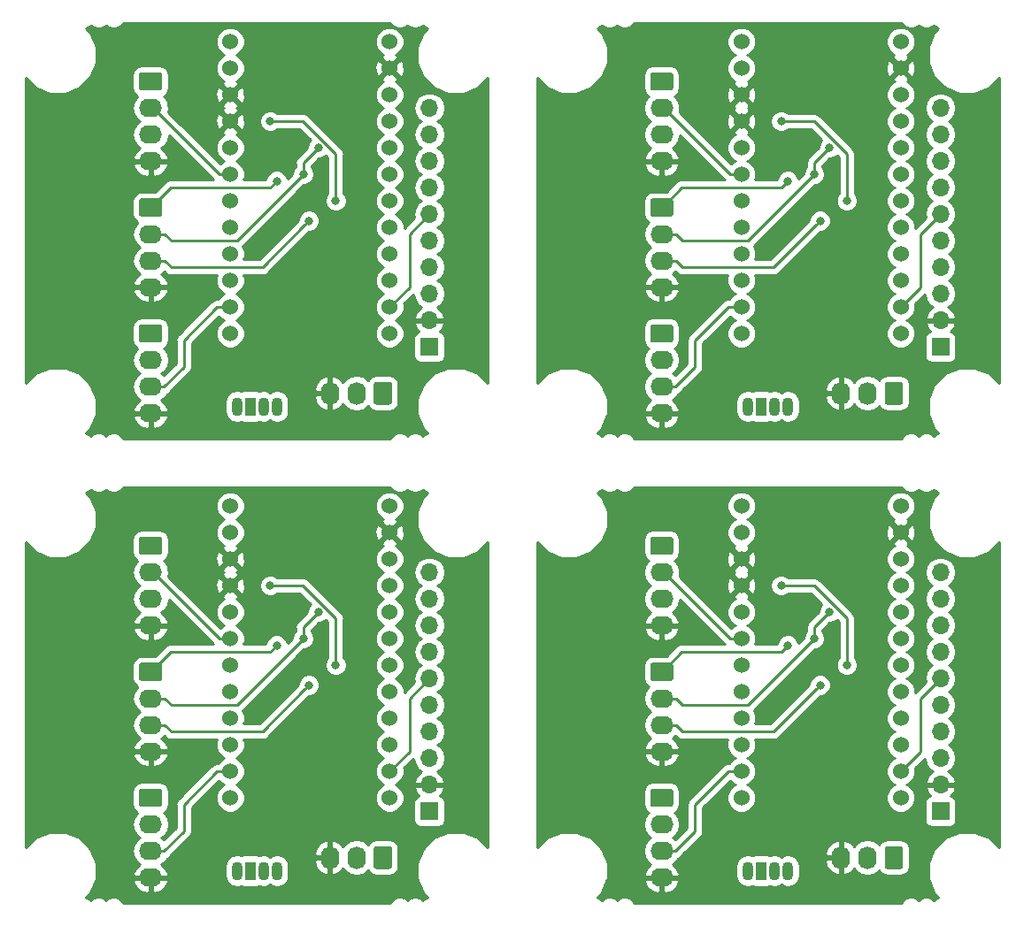
<source format=gbr>
G04 #@! TF.GenerationSoftware,KiCad,Pcbnew,5.0.2-bee76a0~70~ubuntu18.04.1*
G04 #@! TF.CreationDate,2020-04-02T20:28:14-04:00*
G04 #@! TF.ProjectId,output.panel,6f757470-7574-42e7-9061-6e656c2e6b69,rev?*
G04 #@! TF.SameCoordinates,Original*
G04 #@! TF.FileFunction,Copper,L2,Bot*
G04 #@! TF.FilePolarity,Positive*
%FSLAX46Y46*%
G04 Gerber Fmt 4.6, Leading zero omitted, Abs format (unit mm)*
G04 Created by KiCad (PCBNEW 5.0.2-bee76a0~70~ubuntu18.04.1) date Thu 02 Apr 2020 08:28:14 PM EDT*
%MOMM*%
%LPD*%
G01*
G04 APERTURE LIST*
G04 #@! TA.AperFunction,ComponentPad*
%ADD10C,1.524000*%
G04 #@! TD*
G04 #@! TA.AperFunction,ComponentPad*
%ADD11O,2.200000X1.740000*%
G04 #@! TD*
G04 #@! TA.AperFunction,Conductor*
%ADD12C,0.100000*%
G04 #@! TD*
G04 #@! TA.AperFunction,ComponentPad*
%ADD13C,1.740000*%
G04 #@! TD*
G04 #@! TA.AperFunction,ComponentPad*
%ADD14O,1.070000X1.800000*%
G04 #@! TD*
G04 #@! TA.AperFunction,ComponentPad*
%ADD15R,1.070000X1.800000*%
G04 #@! TD*
G04 #@! TA.AperFunction,ComponentPad*
%ADD16O,1.700000X1.700000*%
G04 #@! TD*
G04 #@! TA.AperFunction,ComponentPad*
%ADD17R,1.700000X1.700000*%
G04 #@! TD*
G04 #@! TA.AperFunction,ComponentPad*
%ADD18O,1.740000X2.200000*%
G04 #@! TD*
G04 #@! TA.AperFunction,ViaPad*
%ADD19C,0.800000*%
G04 #@! TD*
G04 #@! TA.AperFunction,Conductor*
%ADD20C,0.250000*%
G04 #@! TD*
G04 #@! TA.AperFunction,Conductor*
%ADD21C,0.254000*%
G04 #@! TD*
G04 APERTURE END LIST*
D10*
G04 #@! TO.P,,1*
G04 #@! TO.N,D1*
X36195000Y-85090000D03*
G04 #@! TO.P,,2*
G04 #@! TO.N,D0*
X36195000Y-87630000D03*
G04 #@! TO.P,,3*
G04 #@! TO.N,GND*
X36195000Y-90170000D03*
G04 #@! TO.P,,4*
X36195000Y-92710000D03*
G04 #@! TO.P,,5*
G04 #@! TO.N,I2C_5V_SDA*
X36195000Y-95250000D03*
G04 #@! TO.P,,6*
G04 #@! TO.N,I2C_5V_SCL*
X36195000Y-97790000D03*
G04 #@! TO.P,,7*
G04 #@! TO.N,OneWire1_QD*
X36195000Y-100330000D03*
G04 #@! TO.P,,8*
G04 #@! TO.N,Net-(MOD1-Pad8)*
X36195000Y-102870000D03*
G04 #@! TO.P,,9*
G04 #@! TO.N,Net-(MOD1-Pad9)*
X36195000Y-105410000D03*
G04 #@! TO.P,,10*
G04 #@! TO.N,TX*
X36195000Y-107950000D03*
G04 #@! TO.P,,11*
G04 #@! TO.N,RX*
X36195000Y-110490000D03*
G04 #@! TO.P,,12*
G04 #@! TO.N,Net-(MOD1-Pad12)*
X36195000Y-113030000D03*
G04 #@! TO.P,,13*
G04 #@! TO.N,Net-(MOD1-Pad13)*
X51435000Y-85090000D03*
G04 #@! TO.P,,14*
G04 #@! TO.N,GND*
X51435000Y-87630000D03*
G04 #@! TO.P,,15*
G04 #@! TO.N,RST*
X51435000Y-90170000D03*
G04 #@! TO.P,,16*
G04 #@! TO.N,+5V*
X51435000Y-92710000D03*
G04 #@! TO.P,,17*
G04 #@! TO.N,D21*
X51435000Y-95250000D03*
G04 #@! TO.P,,18*
G04 #@! TO.N,D20*
X51435000Y-97790000D03*
G04 #@! TO.P,,19*
G04 #@! TO.N,D19*
X51435000Y-100330000D03*
G04 #@! TO.P,,20*
G04 #@! TO.N,D18*
X51435000Y-102870000D03*
G04 #@! TO.P,,21*
G04 #@! TO.N,D15*
X51435000Y-105410000D03*
G04 #@! TO.P,,22*
G04 #@! TO.N,D14*
X51435000Y-107950000D03*
G04 #@! TO.P,,23*
G04 #@! TO.N,D16*
X51435000Y-110490000D03*
G04 #@! TO.P,,24*
G04 #@! TO.N,D10*
X51435000Y-113030000D03*
G04 #@! TD*
D11*
G04 #@! TO.P,J2,4*
G04 #@! TO.N,GND*
X77470000Y-108585000D03*
G04 #@! TO.P,J2,3*
G04 #@! TO.N,I2C_3.3V_SDA*
X77470000Y-106045000D03*
G04 #@! TO.P,J2,2*
G04 #@! TO.N,I2C_3.3V_SCL*
X77470000Y-103505000D03*
D12*
G04 #@! TD*
G04 #@! TO.N,+3V3*
G04 #@! TO.C,J2*
G36*
X78344505Y-100096204D02*
X78368773Y-100099804D01*
X78392572Y-100105765D01*
X78415671Y-100114030D01*
X78437850Y-100124520D01*
X78458893Y-100137132D01*
X78478599Y-100151747D01*
X78496777Y-100168223D01*
X78513253Y-100186401D01*
X78527868Y-100206107D01*
X78540480Y-100227150D01*
X78550970Y-100249329D01*
X78559235Y-100272428D01*
X78565196Y-100296227D01*
X78568796Y-100320495D01*
X78570000Y-100344999D01*
X78570000Y-101585001D01*
X78568796Y-101609505D01*
X78565196Y-101633773D01*
X78559235Y-101657572D01*
X78550970Y-101680671D01*
X78540480Y-101702850D01*
X78527868Y-101723893D01*
X78513253Y-101743599D01*
X78496777Y-101761777D01*
X78478599Y-101778253D01*
X78458893Y-101792868D01*
X78437850Y-101805480D01*
X78415671Y-101815970D01*
X78392572Y-101824235D01*
X78368773Y-101830196D01*
X78344505Y-101833796D01*
X78320001Y-101835000D01*
X76619999Y-101835000D01*
X76595495Y-101833796D01*
X76571227Y-101830196D01*
X76547428Y-101824235D01*
X76524329Y-101815970D01*
X76502150Y-101805480D01*
X76481107Y-101792868D01*
X76461401Y-101778253D01*
X76443223Y-101761777D01*
X76426747Y-101743599D01*
X76412132Y-101723893D01*
X76399520Y-101702850D01*
X76389030Y-101680671D01*
X76380765Y-101657572D01*
X76374804Y-101633773D01*
X76371204Y-101609505D01*
X76370000Y-101585001D01*
X76370000Y-100344999D01*
X76371204Y-100320495D01*
X76374804Y-100296227D01*
X76380765Y-100272428D01*
X76389030Y-100249329D01*
X76399520Y-100227150D01*
X76412132Y-100206107D01*
X76426747Y-100186401D01*
X76443223Y-100168223D01*
X76461401Y-100151747D01*
X76481107Y-100137132D01*
X76502150Y-100124520D01*
X76524329Y-100114030D01*
X76547428Y-100105765D01*
X76571227Y-100099804D01*
X76595495Y-100096204D01*
X76619999Y-100095000D01*
X78320001Y-100095000D01*
X78344505Y-100096204D01*
X78344505Y-100096204D01*
G37*
D13*
G04 #@! TO.P,J2,1*
G04 #@! TO.N,+3V3*
X77470000Y-100965000D03*
G04 #@! TD*
D12*
G04 #@! TO.N,+5V*
G04 #@! TO.C,J6*
G36*
X78344505Y-112161204D02*
X78368773Y-112164804D01*
X78392572Y-112170765D01*
X78415671Y-112179030D01*
X78437850Y-112189520D01*
X78458893Y-112202132D01*
X78478599Y-112216747D01*
X78496777Y-112233223D01*
X78513253Y-112251401D01*
X78527868Y-112271107D01*
X78540480Y-112292150D01*
X78550970Y-112314329D01*
X78559235Y-112337428D01*
X78565196Y-112361227D01*
X78568796Y-112385495D01*
X78570000Y-112409999D01*
X78570000Y-113650001D01*
X78568796Y-113674505D01*
X78565196Y-113698773D01*
X78559235Y-113722572D01*
X78550970Y-113745671D01*
X78540480Y-113767850D01*
X78527868Y-113788893D01*
X78513253Y-113808599D01*
X78496777Y-113826777D01*
X78478599Y-113843253D01*
X78458893Y-113857868D01*
X78437850Y-113870480D01*
X78415671Y-113880970D01*
X78392572Y-113889235D01*
X78368773Y-113895196D01*
X78344505Y-113898796D01*
X78320001Y-113900000D01*
X76619999Y-113900000D01*
X76595495Y-113898796D01*
X76571227Y-113895196D01*
X76547428Y-113889235D01*
X76524329Y-113880970D01*
X76502150Y-113870480D01*
X76481107Y-113857868D01*
X76461401Y-113843253D01*
X76443223Y-113826777D01*
X76426747Y-113808599D01*
X76412132Y-113788893D01*
X76399520Y-113767850D01*
X76389030Y-113745671D01*
X76380765Y-113722572D01*
X76374804Y-113698773D01*
X76371204Y-113674505D01*
X76370000Y-113650001D01*
X76370000Y-112409999D01*
X76371204Y-112385495D01*
X76374804Y-112361227D01*
X76380765Y-112337428D01*
X76389030Y-112314329D01*
X76399520Y-112292150D01*
X76412132Y-112271107D01*
X76426747Y-112251401D01*
X76443223Y-112233223D01*
X76461401Y-112216747D01*
X76481107Y-112202132D01*
X76502150Y-112189520D01*
X76524329Y-112179030D01*
X76547428Y-112170765D01*
X76571227Y-112164804D01*
X76595495Y-112161204D01*
X76619999Y-112160000D01*
X78320001Y-112160000D01*
X78344505Y-112161204D01*
X78344505Y-112161204D01*
G37*
D13*
G04 #@! TD*
G04 #@! TO.P,J6,1*
G04 #@! TO.N,+5V*
X77470000Y-113030000D03*
D11*
G04 #@! TO.P,J6,2*
G04 #@! TO.N,TX*
X77470000Y-115570000D03*
G04 #@! TO.P,J6,3*
G04 #@! TO.N,RX*
X77470000Y-118110000D03*
G04 #@! TO.P,J6,4*
G04 #@! TO.N,GND*
X77470000Y-120650000D03*
G04 #@! TD*
D14*
G04 #@! TO.P,D1,4*
G04 #@! TO.N,Net-(D1-Pad4)*
X40640000Y-120015000D03*
G04 #@! TO.P,D1,3*
G04 #@! TO.N,Net-(D1-Pad3)*
X39370000Y-120015000D03*
G04 #@! TO.P,D1,2*
G04 #@! TO.N,Net-(D1-Pad2)*
X36830000Y-120015000D03*
D15*
G04 #@! TO.P,D1,1*
G04 #@! TO.N,+5V*
X38100000Y-120015000D03*
G04 #@! TD*
D12*
G04 #@! TO.N,+3V3*
G04 #@! TO.C,J2*
G36*
X29449505Y-100096204D02*
X29473773Y-100099804D01*
X29497572Y-100105765D01*
X29520671Y-100114030D01*
X29542850Y-100124520D01*
X29563893Y-100137132D01*
X29583599Y-100151747D01*
X29601777Y-100168223D01*
X29618253Y-100186401D01*
X29632868Y-100206107D01*
X29645480Y-100227150D01*
X29655970Y-100249329D01*
X29664235Y-100272428D01*
X29670196Y-100296227D01*
X29673796Y-100320495D01*
X29675000Y-100344999D01*
X29675000Y-101585001D01*
X29673796Y-101609505D01*
X29670196Y-101633773D01*
X29664235Y-101657572D01*
X29655970Y-101680671D01*
X29645480Y-101702850D01*
X29632868Y-101723893D01*
X29618253Y-101743599D01*
X29601777Y-101761777D01*
X29583599Y-101778253D01*
X29563893Y-101792868D01*
X29542850Y-101805480D01*
X29520671Y-101815970D01*
X29497572Y-101824235D01*
X29473773Y-101830196D01*
X29449505Y-101833796D01*
X29425001Y-101835000D01*
X27724999Y-101835000D01*
X27700495Y-101833796D01*
X27676227Y-101830196D01*
X27652428Y-101824235D01*
X27629329Y-101815970D01*
X27607150Y-101805480D01*
X27586107Y-101792868D01*
X27566401Y-101778253D01*
X27548223Y-101761777D01*
X27531747Y-101743599D01*
X27517132Y-101723893D01*
X27504520Y-101702850D01*
X27494030Y-101680671D01*
X27485765Y-101657572D01*
X27479804Y-101633773D01*
X27476204Y-101609505D01*
X27475000Y-101585001D01*
X27475000Y-100344999D01*
X27476204Y-100320495D01*
X27479804Y-100296227D01*
X27485765Y-100272428D01*
X27494030Y-100249329D01*
X27504520Y-100227150D01*
X27517132Y-100206107D01*
X27531747Y-100186401D01*
X27548223Y-100168223D01*
X27566401Y-100151747D01*
X27586107Y-100137132D01*
X27607150Y-100124520D01*
X27629329Y-100114030D01*
X27652428Y-100105765D01*
X27676227Y-100099804D01*
X27700495Y-100096204D01*
X27724999Y-100095000D01*
X29425001Y-100095000D01*
X29449505Y-100096204D01*
X29449505Y-100096204D01*
G37*
D13*
G04 #@! TD*
G04 #@! TO.P,J2,1*
G04 #@! TO.N,+3V3*
X28575000Y-100965000D03*
D11*
G04 #@! TO.P,J2,2*
G04 #@! TO.N,I2C_3.3V_SCL*
X28575000Y-103505000D03*
G04 #@! TO.P,J2,3*
G04 #@! TO.N,I2C_3.3V_SDA*
X28575000Y-106045000D03*
G04 #@! TO.P,J2,4*
G04 #@! TO.N,GND*
X28575000Y-108585000D03*
G04 #@! TD*
D16*
G04 #@! TO.P,J3,10*
G04 #@! TO.N,D21*
X55245000Y-91440000D03*
G04 #@! TO.P,J3,9*
G04 #@! TO.N,D20*
X55245000Y-93980000D03*
G04 #@! TO.P,J3,8*
G04 #@! TO.N,D19*
X55245000Y-96520000D03*
G04 #@! TO.P,J3,7*
G04 #@! TO.N,D18*
X55245000Y-99060000D03*
G04 #@! TO.P,J3,6*
G04 #@! TO.N,D16*
X55245000Y-101600000D03*
G04 #@! TO.P,J3,5*
G04 #@! TO.N,D15*
X55245000Y-104140000D03*
G04 #@! TO.P,J3,4*
G04 #@! TO.N,D14*
X55245000Y-106680000D03*
G04 #@! TO.P,J3,3*
G04 #@! TO.N,D10*
X55245000Y-109220000D03*
G04 #@! TO.P,J3,2*
G04 #@! TO.N,GND*
X55245000Y-111760000D03*
D17*
G04 #@! TO.P,J3,1*
G04 #@! TO.N,+5V*
X55245000Y-114300000D03*
G04 #@! TD*
D18*
G04 #@! TO.P,J7,3*
G04 #@! TO.N,GND*
X45720000Y-118745000D03*
G04 #@! TO.P,J7,2*
G04 #@! TO.N,OneWire1_QD*
X48260000Y-118745000D03*
D12*
G04 #@! TD*
G04 #@! TO.N,+5V*
G04 #@! TO.C,J7*
G36*
X51444505Y-117646204D02*
X51468773Y-117649804D01*
X51492572Y-117655765D01*
X51515671Y-117664030D01*
X51537850Y-117674520D01*
X51558893Y-117687132D01*
X51578599Y-117701747D01*
X51596777Y-117718223D01*
X51613253Y-117736401D01*
X51627868Y-117756107D01*
X51640480Y-117777150D01*
X51650970Y-117799329D01*
X51659235Y-117822428D01*
X51665196Y-117846227D01*
X51668796Y-117870495D01*
X51670000Y-117894999D01*
X51670000Y-119595001D01*
X51668796Y-119619505D01*
X51665196Y-119643773D01*
X51659235Y-119667572D01*
X51650970Y-119690671D01*
X51640480Y-119712850D01*
X51627868Y-119733893D01*
X51613253Y-119753599D01*
X51596777Y-119771777D01*
X51578599Y-119788253D01*
X51558893Y-119802868D01*
X51537850Y-119815480D01*
X51515671Y-119825970D01*
X51492572Y-119834235D01*
X51468773Y-119840196D01*
X51444505Y-119843796D01*
X51420001Y-119845000D01*
X50179999Y-119845000D01*
X50155495Y-119843796D01*
X50131227Y-119840196D01*
X50107428Y-119834235D01*
X50084329Y-119825970D01*
X50062150Y-119815480D01*
X50041107Y-119802868D01*
X50021401Y-119788253D01*
X50003223Y-119771777D01*
X49986747Y-119753599D01*
X49972132Y-119733893D01*
X49959520Y-119712850D01*
X49949030Y-119690671D01*
X49940765Y-119667572D01*
X49934804Y-119643773D01*
X49931204Y-119619505D01*
X49930000Y-119595001D01*
X49930000Y-117894999D01*
X49931204Y-117870495D01*
X49934804Y-117846227D01*
X49940765Y-117822428D01*
X49949030Y-117799329D01*
X49959520Y-117777150D01*
X49972132Y-117756107D01*
X49986747Y-117736401D01*
X50003223Y-117718223D01*
X50021401Y-117701747D01*
X50041107Y-117687132D01*
X50062150Y-117674520D01*
X50084329Y-117664030D01*
X50107428Y-117655765D01*
X50131227Y-117649804D01*
X50155495Y-117646204D01*
X50179999Y-117645000D01*
X51420001Y-117645000D01*
X51444505Y-117646204D01*
X51444505Y-117646204D01*
G37*
D13*
G04 #@! TO.P,J7,1*
G04 #@! TO.N,+5V*
X50800000Y-118745000D03*
G04 #@! TD*
D12*
G04 #@! TO.N,+5V*
G04 #@! TO.C,J7*
G36*
X100339505Y-117646204D02*
X100363773Y-117649804D01*
X100387572Y-117655765D01*
X100410671Y-117664030D01*
X100432850Y-117674520D01*
X100453893Y-117687132D01*
X100473599Y-117701747D01*
X100491777Y-117718223D01*
X100508253Y-117736401D01*
X100522868Y-117756107D01*
X100535480Y-117777150D01*
X100545970Y-117799329D01*
X100554235Y-117822428D01*
X100560196Y-117846227D01*
X100563796Y-117870495D01*
X100565000Y-117894999D01*
X100565000Y-119595001D01*
X100563796Y-119619505D01*
X100560196Y-119643773D01*
X100554235Y-119667572D01*
X100545970Y-119690671D01*
X100535480Y-119712850D01*
X100522868Y-119733893D01*
X100508253Y-119753599D01*
X100491777Y-119771777D01*
X100473599Y-119788253D01*
X100453893Y-119802868D01*
X100432850Y-119815480D01*
X100410671Y-119825970D01*
X100387572Y-119834235D01*
X100363773Y-119840196D01*
X100339505Y-119843796D01*
X100315001Y-119845000D01*
X99074999Y-119845000D01*
X99050495Y-119843796D01*
X99026227Y-119840196D01*
X99002428Y-119834235D01*
X98979329Y-119825970D01*
X98957150Y-119815480D01*
X98936107Y-119802868D01*
X98916401Y-119788253D01*
X98898223Y-119771777D01*
X98881747Y-119753599D01*
X98867132Y-119733893D01*
X98854520Y-119712850D01*
X98844030Y-119690671D01*
X98835765Y-119667572D01*
X98829804Y-119643773D01*
X98826204Y-119619505D01*
X98825000Y-119595001D01*
X98825000Y-117894999D01*
X98826204Y-117870495D01*
X98829804Y-117846227D01*
X98835765Y-117822428D01*
X98844030Y-117799329D01*
X98854520Y-117777150D01*
X98867132Y-117756107D01*
X98881747Y-117736401D01*
X98898223Y-117718223D01*
X98916401Y-117701747D01*
X98936107Y-117687132D01*
X98957150Y-117674520D01*
X98979329Y-117664030D01*
X99002428Y-117655765D01*
X99026227Y-117649804D01*
X99050495Y-117646204D01*
X99074999Y-117645000D01*
X100315001Y-117645000D01*
X100339505Y-117646204D01*
X100339505Y-117646204D01*
G37*
D13*
G04 #@! TD*
G04 #@! TO.P,J7,1*
G04 #@! TO.N,+5V*
X99695000Y-118745000D03*
D18*
G04 #@! TO.P,J7,2*
G04 #@! TO.N,OneWire1_QD*
X97155000Y-118745000D03*
G04 #@! TO.P,J7,3*
G04 #@! TO.N,GND*
X94615000Y-118745000D03*
G04 #@! TD*
D11*
G04 #@! TO.P,J1,4*
G04 #@! TO.N,GND*
X28575000Y-96520000D03*
G04 #@! TO.P,J1,3*
G04 #@! TO.N,I2C_5V_SDA*
X28575000Y-93980000D03*
G04 #@! TO.P,J1,2*
G04 #@! TO.N,I2C_5V_SCL*
X28575000Y-91440000D03*
D12*
G04 #@! TD*
G04 #@! TO.N,+5V*
G04 #@! TO.C,J1*
G36*
X29449505Y-88031204D02*
X29473773Y-88034804D01*
X29497572Y-88040765D01*
X29520671Y-88049030D01*
X29542850Y-88059520D01*
X29563893Y-88072132D01*
X29583599Y-88086747D01*
X29601777Y-88103223D01*
X29618253Y-88121401D01*
X29632868Y-88141107D01*
X29645480Y-88162150D01*
X29655970Y-88184329D01*
X29664235Y-88207428D01*
X29670196Y-88231227D01*
X29673796Y-88255495D01*
X29675000Y-88279999D01*
X29675000Y-89520001D01*
X29673796Y-89544505D01*
X29670196Y-89568773D01*
X29664235Y-89592572D01*
X29655970Y-89615671D01*
X29645480Y-89637850D01*
X29632868Y-89658893D01*
X29618253Y-89678599D01*
X29601777Y-89696777D01*
X29583599Y-89713253D01*
X29563893Y-89727868D01*
X29542850Y-89740480D01*
X29520671Y-89750970D01*
X29497572Y-89759235D01*
X29473773Y-89765196D01*
X29449505Y-89768796D01*
X29425001Y-89770000D01*
X27724999Y-89770000D01*
X27700495Y-89768796D01*
X27676227Y-89765196D01*
X27652428Y-89759235D01*
X27629329Y-89750970D01*
X27607150Y-89740480D01*
X27586107Y-89727868D01*
X27566401Y-89713253D01*
X27548223Y-89696777D01*
X27531747Y-89678599D01*
X27517132Y-89658893D01*
X27504520Y-89637850D01*
X27494030Y-89615671D01*
X27485765Y-89592572D01*
X27479804Y-89568773D01*
X27476204Y-89544505D01*
X27475000Y-89520001D01*
X27475000Y-88279999D01*
X27476204Y-88255495D01*
X27479804Y-88231227D01*
X27485765Y-88207428D01*
X27494030Y-88184329D01*
X27504520Y-88162150D01*
X27517132Y-88141107D01*
X27531747Y-88121401D01*
X27548223Y-88103223D01*
X27566401Y-88086747D01*
X27586107Y-88072132D01*
X27607150Y-88059520D01*
X27629329Y-88049030D01*
X27652428Y-88040765D01*
X27676227Y-88034804D01*
X27700495Y-88031204D01*
X27724999Y-88030000D01*
X29425001Y-88030000D01*
X29449505Y-88031204D01*
X29449505Y-88031204D01*
G37*
D13*
G04 #@! TO.P,J1,1*
G04 #@! TO.N,+5V*
X28575000Y-88900000D03*
G04 #@! TD*
D15*
G04 #@! TO.P,D1,1*
G04 #@! TO.N,+5V*
X86995000Y-120015000D03*
D14*
G04 #@! TO.P,D1,2*
G04 #@! TO.N,Net-(D1-Pad2)*
X85725000Y-120015000D03*
G04 #@! TO.P,D1,3*
G04 #@! TO.N,Net-(D1-Pad3)*
X88265000Y-120015000D03*
G04 #@! TO.P,D1,4*
G04 #@! TO.N,Net-(D1-Pad4)*
X89535000Y-120015000D03*
G04 #@! TD*
D10*
G04 #@! TO.P,,24*
G04 #@! TO.N,D10*
X100330000Y-113030000D03*
G04 #@! TO.P,,23*
G04 #@! TO.N,D16*
X100330000Y-110490000D03*
G04 #@! TO.P,,22*
G04 #@! TO.N,D14*
X100330000Y-107950000D03*
G04 #@! TO.P,,21*
G04 #@! TO.N,D15*
X100330000Y-105410000D03*
G04 #@! TO.P,,20*
G04 #@! TO.N,D18*
X100330000Y-102870000D03*
G04 #@! TO.P,,19*
G04 #@! TO.N,D19*
X100330000Y-100330000D03*
G04 #@! TO.P,,18*
G04 #@! TO.N,D20*
X100330000Y-97790000D03*
G04 #@! TO.P,,17*
G04 #@! TO.N,D21*
X100330000Y-95250000D03*
G04 #@! TO.P,,16*
G04 #@! TO.N,+5V*
X100330000Y-92710000D03*
G04 #@! TO.P,,15*
G04 #@! TO.N,RST*
X100330000Y-90170000D03*
G04 #@! TO.P,,14*
G04 #@! TO.N,GND*
X100330000Y-87630000D03*
G04 #@! TO.P,,13*
G04 #@! TO.N,Net-(MOD1-Pad13)*
X100330000Y-85090000D03*
G04 #@! TO.P,,12*
G04 #@! TO.N,Net-(MOD1-Pad12)*
X85090000Y-113030000D03*
G04 #@! TO.P,,11*
G04 #@! TO.N,RX*
X85090000Y-110490000D03*
G04 #@! TO.P,,10*
G04 #@! TO.N,TX*
X85090000Y-107950000D03*
G04 #@! TO.P,,9*
G04 #@! TO.N,Net-(MOD1-Pad9)*
X85090000Y-105410000D03*
G04 #@! TO.P,,8*
G04 #@! TO.N,Net-(MOD1-Pad8)*
X85090000Y-102870000D03*
G04 #@! TO.P,,7*
G04 #@! TO.N,OneWire1_QD*
X85090000Y-100330000D03*
G04 #@! TO.P,,6*
G04 #@! TO.N,I2C_5V_SCL*
X85090000Y-97790000D03*
G04 #@! TO.P,,5*
G04 #@! TO.N,I2C_5V_SDA*
X85090000Y-95250000D03*
G04 #@! TO.P,,4*
G04 #@! TO.N,GND*
X85090000Y-92710000D03*
G04 #@! TO.P,,3*
X85090000Y-90170000D03*
G04 #@! TO.P,,2*
G04 #@! TO.N,D0*
X85090000Y-87630000D03*
G04 #@! TO.P,,1*
G04 #@! TO.N,D1*
X85090000Y-85090000D03*
G04 #@! TD*
D12*
G04 #@! TO.N,+5V*
G04 #@! TO.C,J1*
G36*
X78344505Y-88031204D02*
X78368773Y-88034804D01*
X78392572Y-88040765D01*
X78415671Y-88049030D01*
X78437850Y-88059520D01*
X78458893Y-88072132D01*
X78478599Y-88086747D01*
X78496777Y-88103223D01*
X78513253Y-88121401D01*
X78527868Y-88141107D01*
X78540480Y-88162150D01*
X78550970Y-88184329D01*
X78559235Y-88207428D01*
X78565196Y-88231227D01*
X78568796Y-88255495D01*
X78570000Y-88279999D01*
X78570000Y-89520001D01*
X78568796Y-89544505D01*
X78565196Y-89568773D01*
X78559235Y-89592572D01*
X78550970Y-89615671D01*
X78540480Y-89637850D01*
X78527868Y-89658893D01*
X78513253Y-89678599D01*
X78496777Y-89696777D01*
X78478599Y-89713253D01*
X78458893Y-89727868D01*
X78437850Y-89740480D01*
X78415671Y-89750970D01*
X78392572Y-89759235D01*
X78368773Y-89765196D01*
X78344505Y-89768796D01*
X78320001Y-89770000D01*
X76619999Y-89770000D01*
X76595495Y-89768796D01*
X76571227Y-89765196D01*
X76547428Y-89759235D01*
X76524329Y-89750970D01*
X76502150Y-89740480D01*
X76481107Y-89727868D01*
X76461401Y-89713253D01*
X76443223Y-89696777D01*
X76426747Y-89678599D01*
X76412132Y-89658893D01*
X76399520Y-89637850D01*
X76389030Y-89615671D01*
X76380765Y-89592572D01*
X76374804Y-89568773D01*
X76371204Y-89544505D01*
X76370000Y-89520001D01*
X76370000Y-88279999D01*
X76371204Y-88255495D01*
X76374804Y-88231227D01*
X76380765Y-88207428D01*
X76389030Y-88184329D01*
X76399520Y-88162150D01*
X76412132Y-88141107D01*
X76426747Y-88121401D01*
X76443223Y-88103223D01*
X76461401Y-88086747D01*
X76481107Y-88072132D01*
X76502150Y-88059520D01*
X76524329Y-88049030D01*
X76547428Y-88040765D01*
X76571227Y-88034804D01*
X76595495Y-88031204D01*
X76619999Y-88030000D01*
X78320001Y-88030000D01*
X78344505Y-88031204D01*
X78344505Y-88031204D01*
G37*
D13*
G04 #@! TD*
G04 #@! TO.P,J1,1*
G04 #@! TO.N,+5V*
X77470000Y-88900000D03*
D11*
G04 #@! TO.P,J1,2*
G04 #@! TO.N,I2C_5V_SCL*
X77470000Y-91440000D03*
G04 #@! TO.P,J1,3*
G04 #@! TO.N,I2C_5V_SDA*
X77470000Y-93980000D03*
G04 #@! TO.P,J1,4*
G04 #@! TO.N,GND*
X77470000Y-96520000D03*
G04 #@! TD*
D17*
G04 #@! TO.P,J3,1*
G04 #@! TO.N,+5V*
X104140000Y-114300000D03*
D16*
G04 #@! TO.P,J3,2*
G04 #@! TO.N,GND*
X104140000Y-111760000D03*
G04 #@! TO.P,J3,3*
G04 #@! TO.N,D10*
X104140000Y-109220000D03*
G04 #@! TO.P,J3,4*
G04 #@! TO.N,D14*
X104140000Y-106680000D03*
G04 #@! TO.P,J3,5*
G04 #@! TO.N,D15*
X104140000Y-104140000D03*
G04 #@! TO.P,J3,6*
G04 #@! TO.N,D16*
X104140000Y-101600000D03*
G04 #@! TO.P,J3,7*
G04 #@! TO.N,D18*
X104140000Y-99060000D03*
G04 #@! TO.P,J3,8*
G04 #@! TO.N,D19*
X104140000Y-96520000D03*
G04 #@! TO.P,J3,9*
G04 #@! TO.N,D20*
X104140000Y-93980000D03*
G04 #@! TO.P,J3,10*
G04 #@! TO.N,D21*
X104140000Y-91440000D03*
G04 #@! TD*
D11*
G04 #@! TO.P,J6,4*
G04 #@! TO.N,GND*
X28575000Y-120650000D03*
G04 #@! TO.P,J6,3*
G04 #@! TO.N,RX*
X28575000Y-118110000D03*
G04 #@! TO.P,J6,2*
G04 #@! TO.N,TX*
X28575000Y-115570000D03*
D12*
G04 #@! TD*
G04 #@! TO.N,+5V*
G04 #@! TO.C,J6*
G36*
X29449505Y-112161204D02*
X29473773Y-112164804D01*
X29497572Y-112170765D01*
X29520671Y-112179030D01*
X29542850Y-112189520D01*
X29563893Y-112202132D01*
X29583599Y-112216747D01*
X29601777Y-112233223D01*
X29618253Y-112251401D01*
X29632868Y-112271107D01*
X29645480Y-112292150D01*
X29655970Y-112314329D01*
X29664235Y-112337428D01*
X29670196Y-112361227D01*
X29673796Y-112385495D01*
X29675000Y-112409999D01*
X29675000Y-113650001D01*
X29673796Y-113674505D01*
X29670196Y-113698773D01*
X29664235Y-113722572D01*
X29655970Y-113745671D01*
X29645480Y-113767850D01*
X29632868Y-113788893D01*
X29618253Y-113808599D01*
X29601777Y-113826777D01*
X29583599Y-113843253D01*
X29563893Y-113857868D01*
X29542850Y-113870480D01*
X29520671Y-113880970D01*
X29497572Y-113889235D01*
X29473773Y-113895196D01*
X29449505Y-113898796D01*
X29425001Y-113900000D01*
X27724999Y-113900000D01*
X27700495Y-113898796D01*
X27676227Y-113895196D01*
X27652428Y-113889235D01*
X27629329Y-113880970D01*
X27607150Y-113870480D01*
X27586107Y-113857868D01*
X27566401Y-113843253D01*
X27548223Y-113826777D01*
X27531747Y-113808599D01*
X27517132Y-113788893D01*
X27504520Y-113767850D01*
X27494030Y-113745671D01*
X27485765Y-113722572D01*
X27479804Y-113698773D01*
X27476204Y-113674505D01*
X27475000Y-113650001D01*
X27475000Y-112409999D01*
X27476204Y-112385495D01*
X27479804Y-112361227D01*
X27485765Y-112337428D01*
X27494030Y-112314329D01*
X27504520Y-112292150D01*
X27517132Y-112271107D01*
X27531747Y-112251401D01*
X27548223Y-112233223D01*
X27566401Y-112216747D01*
X27586107Y-112202132D01*
X27607150Y-112189520D01*
X27629329Y-112179030D01*
X27652428Y-112170765D01*
X27676227Y-112164804D01*
X27700495Y-112161204D01*
X27724999Y-112160000D01*
X29425001Y-112160000D01*
X29449505Y-112161204D01*
X29449505Y-112161204D01*
G37*
D13*
G04 #@! TO.P,J6,1*
G04 #@! TO.N,+5V*
X28575000Y-113030000D03*
G04 #@! TD*
D10*
G04 #@! TO.P,,1*
G04 #@! TO.N,D1*
X85090000Y-40640000D03*
G04 #@! TO.P,,2*
G04 #@! TO.N,D0*
X85090000Y-43180000D03*
G04 #@! TO.P,,3*
G04 #@! TO.N,GND*
X85090000Y-45720000D03*
G04 #@! TO.P,,4*
X85090000Y-48260000D03*
G04 #@! TO.P,,5*
G04 #@! TO.N,I2C_5V_SDA*
X85090000Y-50800000D03*
G04 #@! TO.P,,6*
G04 #@! TO.N,I2C_5V_SCL*
X85090000Y-53340000D03*
G04 #@! TO.P,,7*
G04 #@! TO.N,OneWire1_QD*
X85090000Y-55880000D03*
G04 #@! TO.P,,8*
G04 #@! TO.N,Net-(MOD1-Pad8)*
X85090000Y-58420000D03*
G04 #@! TO.P,,9*
G04 #@! TO.N,Net-(MOD1-Pad9)*
X85090000Y-60960000D03*
G04 #@! TO.P,,10*
G04 #@! TO.N,TX*
X85090000Y-63500000D03*
G04 #@! TO.P,,11*
G04 #@! TO.N,RX*
X85090000Y-66040000D03*
G04 #@! TO.P,,12*
G04 #@! TO.N,Net-(MOD1-Pad12)*
X85090000Y-68580000D03*
G04 #@! TO.P,,13*
G04 #@! TO.N,Net-(MOD1-Pad13)*
X100330000Y-40640000D03*
G04 #@! TO.P,,14*
G04 #@! TO.N,GND*
X100330000Y-43180000D03*
G04 #@! TO.P,,15*
G04 #@! TO.N,RST*
X100330000Y-45720000D03*
G04 #@! TO.P,,16*
G04 #@! TO.N,+5V*
X100330000Y-48260000D03*
G04 #@! TO.P,,17*
G04 #@! TO.N,D21*
X100330000Y-50800000D03*
G04 #@! TO.P,,18*
G04 #@! TO.N,D20*
X100330000Y-53340000D03*
G04 #@! TO.P,,19*
G04 #@! TO.N,D19*
X100330000Y-55880000D03*
G04 #@! TO.P,,20*
G04 #@! TO.N,D18*
X100330000Y-58420000D03*
G04 #@! TO.P,,21*
G04 #@! TO.N,D15*
X100330000Y-60960000D03*
G04 #@! TO.P,,22*
G04 #@! TO.N,D14*
X100330000Y-63500000D03*
G04 #@! TO.P,,23*
G04 #@! TO.N,D16*
X100330000Y-66040000D03*
G04 #@! TO.P,,24*
G04 #@! TO.N,D10*
X100330000Y-68580000D03*
G04 #@! TD*
D14*
G04 #@! TO.P,D1,4*
G04 #@! TO.N,Net-(D1-Pad4)*
X89535000Y-75565000D03*
G04 #@! TO.P,D1,3*
G04 #@! TO.N,Net-(D1-Pad3)*
X88265000Y-75565000D03*
G04 #@! TO.P,D1,2*
G04 #@! TO.N,Net-(D1-Pad2)*
X85725000Y-75565000D03*
D15*
G04 #@! TO.P,D1,1*
G04 #@! TO.N,+5V*
X86995000Y-75565000D03*
G04 #@! TD*
D12*
G04 #@! TO.N,+3V3*
G04 #@! TO.C,J2*
G36*
X78344505Y-55646204D02*
X78368773Y-55649804D01*
X78392572Y-55655765D01*
X78415671Y-55664030D01*
X78437850Y-55674520D01*
X78458893Y-55687132D01*
X78478599Y-55701747D01*
X78496777Y-55718223D01*
X78513253Y-55736401D01*
X78527868Y-55756107D01*
X78540480Y-55777150D01*
X78550970Y-55799329D01*
X78559235Y-55822428D01*
X78565196Y-55846227D01*
X78568796Y-55870495D01*
X78570000Y-55894999D01*
X78570000Y-57135001D01*
X78568796Y-57159505D01*
X78565196Y-57183773D01*
X78559235Y-57207572D01*
X78550970Y-57230671D01*
X78540480Y-57252850D01*
X78527868Y-57273893D01*
X78513253Y-57293599D01*
X78496777Y-57311777D01*
X78478599Y-57328253D01*
X78458893Y-57342868D01*
X78437850Y-57355480D01*
X78415671Y-57365970D01*
X78392572Y-57374235D01*
X78368773Y-57380196D01*
X78344505Y-57383796D01*
X78320001Y-57385000D01*
X76619999Y-57385000D01*
X76595495Y-57383796D01*
X76571227Y-57380196D01*
X76547428Y-57374235D01*
X76524329Y-57365970D01*
X76502150Y-57355480D01*
X76481107Y-57342868D01*
X76461401Y-57328253D01*
X76443223Y-57311777D01*
X76426747Y-57293599D01*
X76412132Y-57273893D01*
X76399520Y-57252850D01*
X76389030Y-57230671D01*
X76380765Y-57207572D01*
X76374804Y-57183773D01*
X76371204Y-57159505D01*
X76370000Y-57135001D01*
X76370000Y-55894999D01*
X76371204Y-55870495D01*
X76374804Y-55846227D01*
X76380765Y-55822428D01*
X76389030Y-55799329D01*
X76399520Y-55777150D01*
X76412132Y-55756107D01*
X76426747Y-55736401D01*
X76443223Y-55718223D01*
X76461401Y-55701747D01*
X76481107Y-55687132D01*
X76502150Y-55674520D01*
X76524329Y-55664030D01*
X76547428Y-55655765D01*
X76571227Y-55649804D01*
X76595495Y-55646204D01*
X76619999Y-55645000D01*
X78320001Y-55645000D01*
X78344505Y-55646204D01*
X78344505Y-55646204D01*
G37*
D13*
G04 #@! TD*
G04 #@! TO.P,J2,1*
G04 #@! TO.N,+3V3*
X77470000Y-56515000D03*
D11*
G04 #@! TO.P,J2,2*
G04 #@! TO.N,I2C_3.3V_SCL*
X77470000Y-59055000D03*
G04 #@! TO.P,J2,3*
G04 #@! TO.N,I2C_3.3V_SDA*
X77470000Y-61595000D03*
G04 #@! TO.P,J2,4*
G04 #@! TO.N,GND*
X77470000Y-64135000D03*
G04 #@! TD*
D16*
G04 #@! TO.P,J3,10*
G04 #@! TO.N,D21*
X104140000Y-46990000D03*
G04 #@! TO.P,J3,9*
G04 #@! TO.N,D20*
X104140000Y-49530000D03*
G04 #@! TO.P,J3,8*
G04 #@! TO.N,D19*
X104140000Y-52070000D03*
G04 #@! TO.P,J3,7*
G04 #@! TO.N,D18*
X104140000Y-54610000D03*
G04 #@! TO.P,J3,6*
G04 #@! TO.N,D16*
X104140000Y-57150000D03*
G04 #@! TO.P,J3,5*
G04 #@! TO.N,D15*
X104140000Y-59690000D03*
G04 #@! TO.P,J3,4*
G04 #@! TO.N,D14*
X104140000Y-62230000D03*
G04 #@! TO.P,J3,3*
G04 #@! TO.N,D10*
X104140000Y-64770000D03*
G04 #@! TO.P,J3,2*
G04 #@! TO.N,GND*
X104140000Y-67310000D03*
D17*
G04 #@! TO.P,J3,1*
G04 #@! TO.N,+5V*
X104140000Y-69850000D03*
G04 #@! TD*
D18*
G04 #@! TO.P,J7,3*
G04 #@! TO.N,GND*
X94615000Y-74295000D03*
G04 #@! TO.P,J7,2*
G04 #@! TO.N,OneWire1_QD*
X97155000Y-74295000D03*
D12*
G04 #@! TD*
G04 #@! TO.N,+5V*
G04 #@! TO.C,J7*
G36*
X100339505Y-73196204D02*
X100363773Y-73199804D01*
X100387572Y-73205765D01*
X100410671Y-73214030D01*
X100432850Y-73224520D01*
X100453893Y-73237132D01*
X100473599Y-73251747D01*
X100491777Y-73268223D01*
X100508253Y-73286401D01*
X100522868Y-73306107D01*
X100535480Y-73327150D01*
X100545970Y-73349329D01*
X100554235Y-73372428D01*
X100560196Y-73396227D01*
X100563796Y-73420495D01*
X100565000Y-73444999D01*
X100565000Y-75145001D01*
X100563796Y-75169505D01*
X100560196Y-75193773D01*
X100554235Y-75217572D01*
X100545970Y-75240671D01*
X100535480Y-75262850D01*
X100522868Y-75283893D01*
X100508253Y-75303599D01*
X100491777Y-75321777D01*
X100473599Y-75338253D01*
X100453893Y-75352868D01*
X100432850Y-75365480D01*
X100410671Y-75375970D01*
X100387572Y-75384235D01*
X100363773Y-75390196D01*
X100339505Y-75393796D01*
X100315001Y-75395000D01*
X99074999Y-75395000D01*
X99050495Y-75393796D01*
X99026227Y-75390196D01*
X99002428Y-75384235D01*
X98979329Y-75375970D01*
X98957150Y-75365480D01*
X98936107Y-75352868D01*
X98916401Y-75338253D01*
X98898223Y-75321777D01*
X98881747Y-75303599D01*
X98867132Y-75283893D01*
X98854520Y-75262850D01*
X98844030Y-75240671D01*
X98835765Y-75217572D01*
X98829804Y-75193773D01*
X98826204Y-75169505D01*
X98825000Y-75145001D01*
X98825000Y-73444999D01*
X98826204Y-73420495D01*
X98829804Y-73396227D01*
X98835765Y-73372428D01*
X98844030Y-73349329D01*
X98854520Y-73327150D01*
X98867132Y-73306107D01*
X98881747Y-73286401D01*
X98898223Y-73268223D01*
X98916401Y-73251747D01*
X98936107Y-73237132D01*
X98957150Y-73224520D01*
X98979329Y-73214030D01*
X99002428Y-73205765D01*
X99026227Y-73199804D01*
X99050495Y-73196204D01*
X99074999Y-73195000D01*
X100315001Y-73195000D01*
X100339505Y-73196204D01*
X100339505Y-73196204D01*
G37*
D13*
G04 #@! TO.P,J7,1*
G04 #@! TO.N,+5V*
X99695000Y-74295000D03*
G04 #@! TD*
D11*
G04 #@! TO.P,J1,4*
G04 #@! TO.N,GND*
X77470000Y-52070000D03*
G04 #@! TO.P,J1,3*
G04 #@! TO.N,I2C_5V_SDA*
X77470000Y-49530000D03*
G04 #@! TO.P,J1,2*
G04 #@! TO.N,I2C_5V_SCL*
X77470000Y-46990000D03*
D12*
G04 #@! TD*
G04 #@! TO.N,+5V*
G04 #@! TO.C,J1*
G36*
X78344505Y-43581204D02*
X78368773Y-43584804D01*
X78392572Y-43590765D01*
X78415671Y-43599030D01*
X78437850Y-43609520D01*
X78458893Y-43622132D01*
X78478599Y-43636747D01*
X78496777Y-43653223D01*
X78513253Y-43671401D01*
X78527868Y-43691107D01*
X78540480Y-43712150D01*
X78550970Y-43734329D01*
X78559235Y-43757428D01*
X78565196Y-43781227D01*
X78568796Y-43805495D01*
X78570000Y-43829999D01*
X78570000Y-45070001D01*
X78568796Y-45094505D01*
X78565196Y-45118773D01*
X78559235Y-45142572D01*
X78550970Y-45165671D01*
X78540480Y-45187850D01*
X78527868Y-45208893D01*
X78513253Y-45228599D01*
X78496777Y-45246777D01*
X78478599Y-45263253D01*
X78458893Y-45277868D01*
X78437850Y-45290480D01*
X78415671Y-45300970D01*
X78392572Y-45309235D01*
X78368773Y-45315196D01*
X78344505Y-45318796D01*
X78320001Y-45320000D01*
X76619999Y-45320000D01*
X76595495Y-45318796D01*
X76571227Y-45315196D01*
X76547428Y-45309235D01*
X76524329Y-45300970D01*
X76502150Y-45290480D01*
X76481107Y-45277868D01*
X76461401Y-45263253D01*
X76443223Y-45246777D01*
X76426747Y-45228599D01*
X76412132Y-45208893D01*
X76399520Y-45187850D01*
X76389030Y-45165671D01*
X76380765Y-45142572D01*
X76374804Y-45118773D01*
X76371204Y-45094505D01*
X76370000Y-45070001D01*
X76370000Y-43829999D01*
X76371204Y-43805495D01*
X76374804Y-43781227D01*
X76380765Y-43757428D01*
X76389030Y-43734329D01*
X76399520Y-43712150D01*
X76412132Y-43691107D01*
X76426747Y-43671401D01*
X76443223Y-43653223D01*
X76461401Y-43636747D01*
X76481107Y-43622132D01*
X76502150Y-43609520D01*
X76524329Y-43599030D01*
X76547428Y-43590765D01*
X76571227Y-43584804D01*
X76595495Y-43581204D01*
X76619999Y-43580000D01*
X78320001Y-43580000D01*
X78344505Y-43581204D01*
X78344505Y-43581204D01*
G37*
D13*
G04 #@! TO.P,J1,1*
G04 #@! TO.N,+5V*
X77470000Y-44450000D03*
G04 #@! TD*
D11*
G04 #@! TO.P,J6,4*
G04 #@! TO.N,GND*
X77470000Y-76200000D03*
G04 #@! TO.P,J6,3*
G04 #@! TO.N,RX*
X77470000Y-73660000D03*
G04 #@! TO.P,J6,2*
G04 #@! TO.N,TX*
X77470000Y-71120000D03*
D12*
G04 #@! TD*
G04 #@! TO.N,+5V*
G04 #@! TO.C,J6*
G36*
X78344505Y-67711204D02*
X78368773Y-67714804D01*
X78392572Y-67720765D01*
X78415671Y-67729030D01*
X78437850Y-67739520D01*
X78458893Y-67752132D01*
X78478599Y-67766747D01*
X78496777Y-67783223D01*
X78513253Y-67801401D01*
X78527868Y-67821107D01*
X78540480Y-67842150D01*
X78550970Y-67864329D01*
X78559235Y-67887428D01*
X78565196Y-67911227D01*
X78568796Y-67935495D01*
X78570000Y-67959999D01*
X78570000Y-69200001D01*
X78568796Y-69224505D01*
X78565196Y-69248773D01*
X78559235Y-69272572D01*
X78550970Y-69295671D01*
X78540480Y-69317850D01*
X78527868Y-69338893D01*
X78513253Y-69358599D01*
X78496777Y-69376777D01*
X78478599Y-69393253D01*
X78458893Y-69407868D01*
X78437850Y-69420480D01*
X78415671Y-69430970D01*
X78392572Y-69439235D01*
X78368773Y-69445196D01*
X78344505Y-69448796D01*
X78320001Y-69450000D01*
X76619999Y-69450000D01*
X76595495Y-69448796D01*
X76571227Y-69445196D01*
X76547428Y-69439235D01*
X76524329Y-69430970D01*
X76502150Y-69420480D01*
X76481107Y-69407868D01*
X76461401Y-69393253D01*
X76443223Y-69376777D01*
X76426747Y-69358599D01*
X76412132Y-69338893D01*
X76399520Y-69317850D01*
X76389030Y-69295671D01*
X76380765Y-69272572D01*
X76374804Y-69248773D01*
X76371204Y-69224505D01*
X76370000Y-69200001D01*
X76370000Y-67959999D01*
X76371204Y-67935495D01*
X76374804Y-67911227D01*
X76380765Y-67887428D01*
X76389030Y-67864329D01*
X76399520Y-67842150D01*
X76412132Y-67821107D01*
X76426747Y-67801401D01*
X76443223Y-67783223D01*
X76461401Y-67766747D01*
X76481107Y-67752132D01*
X76502150Y-67739520D01*
X76524329Y-67729030D01*
X76547428Y-67720765D01*
X76571227Y-67714804D01*
X76595495Y-67711204D01*
X76619999Y-67710000D01*
X78320001Y-67710000D01*
X78344505Y-67711204D01*
X78344505Y-67711204D01*
G37*
D13*
G04 #@! TO.P,J6,1*
G04 #@! TO.N,+5V*
X77470000Y-68580000D03*
G04 #@! TD*
D10*
G04 #@! TO.P,,24*
G04 #@! TO.N,D10*
X51435000Y-68580000D03*
G04 #@! TO.P,,23*
G04 #@! TO.N,D16*
X51435000Y-66040000D03*
G04 #@! TO.P,,22*
G04 #@! TO.N,D14*
X51435000Y-63500000D03*
G04 #@! TO.P,,21*
G04 #@! TO.N,D15*
X51435000Y-60960000D03*
G04 #@! TO.P,,20*
G04 #@! TO.N,D18*
X51435000Y-58420000D03*
G04 #@! TO.P,,19*
G04 #@! TO.N,D19*
X51435000Y-55880000D03*
G04 #@! TO.P,,18*
G04 #@! TO.N,D20*
X51435000Y-53340000D03*
G04 #@! TO.P,,17*
G04 #@! TO.N,D21*
X51435000Y-50800000D03*
G04 #@! TO.P,,16*
G04 #@! TO.N,+5V*
X51435000Y-48260000D03*
G04 #@! TO.P,,15*
G04 #@! TO.N,RST*
X51435000Y-45720000D03*
G04 #@! TO.P,,14*
G04 #@! TO.N,GND*
X51435000Y-43180000D03*
G04 #@! TO.P,,13*
G04 #@! TO.N,Net-(MOD1-Pad13)*
X51435000Y-40640000D03*
G04 #@! TO.P,,12*
G04 #@! TO.N,Net-(MOD1-Pad12)*
X36195000Y-68580000D03*
G04 #@! TO.P,,11*
G04 #@! TO.N,RX*
X36195000Y-66040000D03*
G04 #@! TO.P,,10*
G04 #@! TO.N,TX*
X36195000Y-63500000D03*
G04 #@! TO.P,,9*
G04 #@! TO.N,Net-(MOD1-Pad9)*
X36195000Y-60960000D03*
G04 #@! TO.P,,8*
G04 #@! TO.N,Net-(MOD1-Pad8)*
X36195000Y-58420000D03*
G04 #@! TO.P,,7*
G04 #@! TO.N,OneWire1_QD*
X36195000Y-55880000D03*
G04 #@! TO.P,,6*
G04 #@! TO.N,I2C_5V_SCL*
X36195000Y-53340000D03*
G04 #@! TO.P,,5*
G04 #@! TO.N,I2C_5V_SDA*
X36195000Y-50800000D03*
G04 #@! TO.P,,4*
G04 #@! TO.N,GND*
X36195000Y-48260000D03*
G04 #@! TO.P,,3*
X36195000Y-45720000D03*
G04 #@! TO.P,,2*
G04 #@! TO.N,D0*
X36195000Y-43180000D03*
G04 #@! TO.P,,1*
G04 #@! TO.N,D1*
X36195000Y-40640000D03*
G04 #@! TD*
D12*
G04 #@! TO.N,+5V*
G04 #@! TO.C,J6*
G36*
X29449505Y-67711204D02*
X29473773Y-67714804D01*
X29497572Y-67720765D01*
X29520671Y-67729030D01*
X29542850Y-67739520D01*
X29563893Y-67752132D01*
X29583599Y-67766747D01*
X29601777Y-67783223D01*
X29618253Y-67801401D01*
X29632868Y-67821107D01*
X29645480Y-67842150D01*
X29655970Y-67864329D01*
X29664235Y-67887428D01*
X29670196Y-67911227D01*
X29673796Y-67935495D01*
X29675000Y-67959999D01*
X29675000Y-69200001D01*
X29673796Y-69224505D01*
X29670196Y-69248773D01*
X29664235Y-69272572D01*
X29655970Y-69295671D01*
X29645480Y-69317850D01*
X29632868Y-69338893D01*
X29618253Y-69358599D01*
X29601777Y-69376777D01*
X29583599Y-69393253D01*
X29563893Y-69407868D01*
X29542850Y-69420480D01*
X29520671Y-69430970D01*
X29497572Y-69439235D01*
X29473773Y-69445196D01*
X29449505Y-69448796D01*
X29425001Y-69450000D01*
X27724999Y-69450000D01*
X27700495Y-69448796D01*
X27676227Y-69445196D01*
X27652428Y-69439235D01*
X27629329Y-69430970D01*
X27607150Y-69420480D01*
X27586107Y-69407868D01*
X27566401Y-69393253D01*
X27548223Y-69376777D01*
X27531747Y-69358599D01*
X27517132Y-69338893D01*
X27504520Y-69317850D01*
X27494030Y-69295671D01*
X27485765Y-69272572D01*
X27479804Y-69248773D01*
X27476204Y-69224505D01*
X27475000Y-69200001D01*
X27475000Y-67959999D01*
X27476204Y-67935495D01*
X27479804Y-67911227D01*
X27485765Y-67887428D01*
X27494030Y-67864329D01*
X27504520Y-67842150D01*
X27517132Y-67821107D01*
X27531747Y-67801401D01*
X27548223Y-67783223D01*
X27566401Y-67766747D01*
X27586107Y-67752132D01*
X27607150Y-67739520D01*
X27629329Y-67729030D01*
X27652428Y-67720765D01*
X27676227Y-67714804D01*
X27700495Y-67711204D01*
X27724999Y-67710000D01*
X29425001Y-67710000D01*
X29449505Y-67711204D01*
X29449505Y-67711204D01*
G37*
D13*
G04 #@! TD*
G04 #@! TO.P,J6,1*
G04 #@! TO.N,+5V*
X28575000Y-68580000D03*
D11*
G04 #@! TO.P,J6,2*
G04 #@! TO.N,TX*
X28575000Y-71120000D03*
G04 #@! TO.P,J6,3*
G04 #@! TO.N,RX*
X28575000Y-73660000D03*
G04 #@! TO.P,J6,4*
G04 #@! TO.N,GND*
X28575000Y-76200000D03*
G04 #@! TD*
D12*
G04 #@! TO.N,+5V*
G04 #@! TO.C,J7*
G36*
X51444505Y-73196204D02*
X51468773Y-73199804D01*
X51492572Y-73205765D01*
X51515671Y-73214030D01*
X51537850Y-73224520D01*
X51558893Y-73237132D01*
X51578599Y-73251747D01*
X51596777Y-73268223D01*
X51613253Y-73286401D01*
X51627868Y-73306107D01*
X51640480Y-73327150D01*
X51650970Y-73349329D01*
X51659235Y-73372428D01*
X51665196Y-73396227D01*
X51668796Y-73420495D01*
X51670000Y-73444999D01*
X51670000Y-75145001D01*
X51668796Y-75169505D01*
X51665196Y-75193773D01*
X51659235Y-75217572D01*
X51650970Y-75240671D01*
X51640480Y-75262850D01*
X51627868Y-75283893D01*
X51613253Y-75303599D01*
X51596777Y-75321777D01*
X51578599Y-75338253D01*
X51558893Y-75352868D01*
X51537850Y-75365480D01*
X51515671Y-75375970D01*
X51492572Y-75384235D01*
X51468773Y-75390196D01*
X51444505Y-75393796D01*
X51420001Y-75395000D01*
X50179999Y-75395000D01*
X50155495Y-75393796D01*
X50131227Y-75390196D01*
X50107428Y-75384235D01*
X50084329Y-75375970D01*
X50062150Y-75365480D01*
X50041107Y-75352868D01*
X50021401Y-75338253D01*
X50003223Y-75321777D01*
X49986747Y-75303599D01*
X49972132Y-75283893D01*
X49959520Y-75262850D01*
X49949030Y-75240671D01*
X49940765Y-75217572D01*
X49934804Y-75193773D01*
X49931204Y-75169505D01*
X49930000Y-75145001D01*
X49930000Y-73444999D01*
X49931204Y-73420495D01*
X49934804Y-73396227D01*
X49940765Y-73372428D01*
X49949030Y-73349329D01*
X49959520Y-73327150D01*
X49972132Y-73306107D01*
X49986747Y-73286401D01*
X50003223Y-73268223D01*
X50021401Y-73251747D01*
X50041107Y-73237132D01*
X50062150Y-73224520D01*
X50084329Y-73214030D01*
X50107428Y-73205765D01*
X50131227Y-73199804D01*
X50155495Y-73196204D01*
X50179999Y-73195000D01*
X51420001Y-73195000D01*
X51444505Y-73196204D01*
X51444505Y-73196204D01*
G37*
D13*
G04 #@! TD*
G04 #@! TO.P,J7,1*
G04 #@! TO.N,+5V*
X50800000Y-74295000D03*
D18*
G04 #@! TO.P,J7,2*
G04 #@! TO.N,OneWire1_QD*
X48260000Y-74295000D03*
G04 #@! TO.P,J7,3*
G04 #@! TO.N,GND*
X45720000Y-74295000D03*
G04 #@! TD*
D15*
G04 #@! TO.P,D1,1*
G04 #@! TO.N,+5V*
X38100000Y-75565000D03*
D14*
G04 #@! TO.P,D1,2*
G04 #@! TO.N,Net-(D1-Pad2)*
X36830000Y-75565000D03*
G04 #@! TO.P,D1,3*
G04 #@! TO.N,Net-(D1-Pad3)*
X39370000Y-75565000D03*
G04 #@! TO.P,D1,4*
G04 #@! TO.N,Net-(D1-Pad4)*
X40640000Y-75565000D03*
G04 #@! TD*
D17*
G04 #@! TO.P,J3,1*
G04 #@! TO.N,+5V*
X55245000Y-69850000D03*
D16*
G04 #@! TO.P,J3,2*
G04 #@! TO.N,GND*
X55245000Y-67310000D03*
G04 #@! TO.P,J3,3*
G04 #@! TO.N,D10*
X55245000Y-64770000D03*
G04 #@! TO.P,J3,4*
G04 #@! TO.N,D14*
X55245000Y-62230000D03*
G04 #@! TO.P,J3,5*
G04 #@! TO.N,D15*
X55245000Y-59690000D03*
G04 #@! TO.P,J3,6*
G04 #@! TO.N,D16*
X55245000Y-57150000D03*
G04 #@! TO.P,J3,7*
G04 #@! TO.N,D18*
X55245000Y-54610000D03*
G04 #@! TO.P,J3,8*
G04 #@! TO.N,D19*
X55245000Y-52070000D03*
G04 #@! TO.P,J3,9*
G04 #@! TO.N,D20*
X55245000Y-49530000D03*
G04 #@! TO.P,J3,10*
G04 #@! TO.N,D21*
X55245000Y-46990000D03*
G04 #@! TD*
D12*
G04 #@! TO.N,+5V*
G04 #@! TO.C,J1*
G36*
X29449505Y-43581204D02*
X29473773Y-43584804D01*
X29497572Y-43590765D01*
X29520671Y-43599030D01*
X29542850Y-43609520D01*
X29563893Y-43622132D01*
X29583599Y-43636747D01*
X29601777Y-43653223D01*
X29618253Y-43671401D01*
X29632868Y-43691107D01*
X29645480Y-43712150D01*
X29655970Y-43734329D01*
X29664235Y-43757428D01*
X29670196Y-43781227D01*
X29673796Y-43805495D01*
X29675000Y-43829999D01*
X29675000Y-45070001D01*
X29673796Y-45094505D01*
X29670196Y-45118773D01*
X29664235Y-45142572D01*
X29655970Y-45165671D01*
X29645480Y-45187850D01*
X29632868Y-45208893D01*
X29618253Y-45228599D01*
X29601777Y-45246777D01*
X29583599Y-45263253D01*
X29563893Y-45277868D01*
X29542850Y-45290480D01*
X29520671Y-45300970D01*
X29497572Y-45309235D01*
X29473773Y-45315196D01*
X29449505Y-45318796D01*
X29425001Y-45320000D01*
X27724999Y-45320000D01*
X27700495Y-45318796D01*
X27676227Y-45315196D01*
X27652428Y-45309235D01*
X27629329Y-45300970D01*
X27607150Y-45290480D01*
X27586107Y-45277868D01*
X27566401Y-45263253D01*
X27548223Y-45246777D01*
X27531747Y-45228599D01*
X27517132Y-45208893D01*
X27504520Y-45187850D01*
X27494030Y-45165671D01*
X27485765Y-45142572D01*
X27479804Y-45118773D01*
X27476204Y-45094505D01*
X27475000Y-45070001D01*
X27475000Y-43829999D01*
X27476204Y-43805495D01*
X27479804Y-43781227D01*
X27485765Y-43757428D01*
X27494030Y-43734329D01*
X27504520Y-43712150D01*
X27517132Y-43691107D01*
X27531747Y-43671401D01*
X27548223Y-43653223D01*
X27566401Y-43636747D01*
X27586107Y-43622132D01*
X27607150Y-43609520D01*
X27629329Y-43599030D01*
X27652428Y-43590765D01*
X27676227Y-43584804D01*
X27700495Y-43581204D01*
X27724999Y-43580000D01*
X29425001Y-43580000D01*
X29449505Y-43581204D01*
X29449505Y-43581204D01*
G37*
D13*
G04 #@! TD*
G04 #@! TO.P,J1,1*
G04 #@! TO.N,+5V*
X28575000Y-44450000D03*
D11*
G04 #@! TO.P,J1,2*
G04 #@! TO.N,I2C_5V_SCL*
X28575000Y-46990000D03*
G04 #@! TO.P,J1,3*
G04 #@! TO.N,I2C_5V_SDA*
X28575000Y-49530000D03*
G04 #@! TO.P,J1,4*
G04 #@! TO.N,GND*
X28575000Y-52070000D03*
G04 #@! TD*
G04 #@! TO.P,J2,4*
G04 #@! TO.N,GND*
X28575000Y-64135000D03*
G04 #@! TO.P,J2,3*
G04 #@! TO.N,I2C_3.3V_SDA*
X28575000Y-61595000D03*
G04 #@! TO.P,J2,2*
G04 #@! TO.N,I2C_3.3V_SCL*
X28575000Y-59055000D03*
D12*
G04 #@! TD*
G04 #@! TO.N,+3V3*
G04 #@! TO.C,J2*
G36*
X29449505Y-55646204D02*
X29473773Y-55649804D01*
X29497572Y-55655765D01*
X29520671Y-55664030D01*
X29542850Y-55674520D01*
X29563893Y-55687132D01*
X29583599Y-55701747D01*
X29601777Y-55718223D01*
X29618253Y-55736401D01*
X29632868Y-55756107D01*
X29645480Y-55777150D01*
X29655970Y-55799329D01*
X29664235Y-55822428D01*
X29670196Y-55846227D01*
X29673796Y-55870495D01*
X29675000Y-55894999D01*
X29675000Y-57135001D01*
X29673796Y-57159505D01*
X29670196Y-57183773D01*
X29664235Y-57207572D01*
X29655970Y-57230671D01*
X29645480Y-57252850D01*
X29632868Y-57273893D01*
X29618253Y-57293599D01*
X29601777Y-57311777D01*
X29583599Y-57328253D01*
X29563893Y-57342868D01*
X29542850Y-57355480D01*
X29520671Y-57365970D01*
X29497572Y-57374235D01*
X29473773Y-57380196D01*
X29449505Y-57383796D01*
X29425001Y-57385000D01*
X27724999Y-57385000D01*
X27700495Y-57383796D01*
X27676227Y-57380196D01*
X27652428Y-57374235D01*
X27629329Y-57365970D01*
X27607150Y-57355480D01*
X27586107Y-57342868D01*
X27566401Y-57328253D01*
X27548223Y-57311777D01*
X27531747Y-57293599D01*
X27517132Y-57273893D01*
X27504520Y-57252850D01*
X27494030Y-57230671D01*
X27485765Y-57207572D01*
X27479804Y-57183773D01*
X27476204Y-57159505D01*
X27475000Y-57135001D01*
X27475000Y-55894999D01*
X27476204Y-55870495D01*
X27479804Y-55846227D01*
X27485765Y-55822428D01*
X27494030Y-55799329D01*
X27504520Y-55777150D01*
X27517132Y-55756107D01*
X27531747Y-55736401D01*
X27548223Y-55718223D01*
X27566401Y-55701747D01*
X27586107Y-55687132D01*
X27607150Y-55674520D01*
X27629329Y-55664030D01*
X27652428Y-55655765D01*
X27676227Y-55649804D01*
X27700495Y-55646204D01*
X27724999Y-55645000D01*
X29425001Y-55645000D01*
X29449505Y-55646204D01*
X29449505Y-55646204D01*
G37*
D13*
G04 #@! TO.P,J2,1*
G04 #@! TO.N,+3V3*
X28575000Y-56515000D03*
G04 #@! TD*
D19*
G04 #@! TO.N,+3V3*
X40640000Y-53975000D03*
X89535000Y-53975000D03*
X40640000Y-98425000D03*
X89535000Y-98425000D03*
G04 #@! TO.N,I2C_5V_SDA*
X46295000Y-55880000D03*
X40005000Y-48260000D03*
X95190000Y-55880000D03*
X88900000Y-48260000D03*
X95190000Y-100330000D03*
X46295000Y-100330000D03*
X88900000Y-92710000D03*
X40005000Y-92710000D03*
G04 #@! TO.N,I2C_3.3V_SCL*
X44615000Y-50800000D03*
X43180000Y-53340000D03*
X93510000Y-50800000D03*
X92075000Y-53340000D03*
X92075000Y-97790000D03*
X93510000Y-95250000D03*
X44615000Y-95250000D03*
X43180000Y-97790000D03*
G04 #@! TO.N,I2C_3.3V_SDA*
X43724990Y-57785000D03*
X92619990Y-57785000D03*
X43724990Y-102235000D03*
X92619990Y-102235000D03*
G04 #@! TD*
D20*
G04 #@! TO.N,D16*
X51435000Y-66040000D02*
X53340000Y-64135000D01*
X53340000Y-59055000D02*
X55245000Y-57150000D01*
X53340000Y-64135000D02*
X53340000Y-59055000D01*
X102235000Y-59055000D02*
X104140000Y-57150000D01*
X100330000Y-66040000D02*
X102235000Y-64135000D01*
X102235000Y-64135000D02*
X102235000Y-59055000D01*
X53340000Y-103505000D02*
X55245000Y-101600000D01*
X102235000Y-103505000D02*
X104140000Y-101600000D01*
X100330000Y-110490000D02*
X102235000Y-108585000D01*
X102235000Y-108585000D02*
X102235000Y-103505000D01*
X51435000Y-110490000D02*
X53340000Y-108585000D01*
X53340000Y-108585000D02*
X53340000Y-103505000D01*
G04 #@! TO.N,RX*
X36025000Y-66040000D02*
X34925000Y-66040000D01*
X28575000Y-73660000D02*
X29845000Y-73660000D01*
X29845000Y-73660000D02*
X31750000Y-71755000D01*
X31750000Y-71755000D02*
X31750000Y-69215000D01*
X31750000Y-69215000D02*
X34925000Y-66040000D01*
X84920000Y-66040000D02*
X83820000Y-66040000D01*
X80645000Y-69215000D02*
X83820000Y-66040000D01*
X77470000Y-73660000D02*
X78740000Y-73660000D01*
X78740000Y-73660000D02*
X80645000Y-71755000D01*
X80645000Y-71755000D02*
X80645000Y-69215000D01*
X36025000Y-110490000D02*
X34925000Y-110490000D01*
X31750000Y-113665000D02*
X34925000Y-110490000D01*
X80645000Y-116205000D02*
X80645000Y-113665000D01*
X80645000Y-113665000D02*
X83820000Y-110490000D01*
X84920000Y-110490000D02*
X83820000Y-110490000D01*
X28575000Y-118110000D02*
X29845000Y-118110000D01*
X29845000Y-118110000D02*
X31750000Y-116205000D01*
X31750000Y-116205000D02*
X31750000Y-113665000D01*
X78740000Y-118110000D02*
X80645000Y-116205000D01*
X77470000Y-118110000D02*
X78740000Y-118110000D01*
G04 #@! TO.N,+3V3*
X40005000Y-54610000D02*
X40640000Y-53975000D01*
X28575000Y-56515000D02*
X30480000Y-54610000D01*
X30480000Y-54610000D02*
X40005000Y-54610000D01*
X88900000Y-54610000D02*
X89535000Y-53975000D01*
X77470000Y-56515000D02*
X79375000Y-54610000D01*
X79375000Y-54610000D02*
X88900000Y-54610000D01*
X77470000Y-100965000D02*
X79375000Y-99060000D01*
X40005000Y-99060000D02*
X40640000Y-98425000D01*
X28575000Y-100965000D02*
X30480000Y-99060000D01*
X30480000Y-99060000D02*
X40005000Y-99060000D01*
X79375000Y-99060000D02*
X88900000Y-99060000D01*
X88900000Y-99060000D02*
X89535000Y-98425000D01*
G04 #@! TO.N,I2C_5V_SCL*
X35155000Y-53340000D02*
X36195000Y-53340000D01*
X28805000Y-46990000D02*
X35155000Y-53340000D01*
X28575000Y-46990000D02*
X28805000Y-46990000D01*
X77700000Y-46990000D02*
X84050000Y-53340000D01*
X77470000Y-46990000D02*
X77700000Y-46990000D01*
X84050000Y-53340000D02*
X85090000Y-53340000D01*
X77470000Y-91440000D02*
X77700000Y-91440000D01*
X28805000Y-91440000D02*
X35155000Y-97790000D01*
X28575000Y-91440000D02*
X28805000Y-91440000D01*
X77700000Y-91440000D02*
X84050000Y-97790000D01*
X35155000Y-97790000D02*
X36195000Y-97790000D01*
X84050000Y-97790000D02*
X85090000Y-97790000D01*
G04 #@! TO.N,I2C_5V_SDA*
X46295000Y-55314315D02*
X46295000Y-55880000D01*
X43148002Y-48260000D02*
X46295000Y-51406998D01*
X46295000Y-51406998D02*
X46295000Y-55314315D01*
X40005000Y-48260000D02*
X43148002Y-48260000D01*
X88900000Y-48260000D02*
X92043002Y-48260000D01*
X95190000Y-55314315D02*
X95190000Y-55880000D01*
X92043002Y-48260000D02*
X95190000Y-51406998D01*
X95190000Y-51406998D02*
X95190000Y-55314315D01*
X88900000Y-92710000D02*
X92043002Y-92710000D01*
X95190000Y-99764315D02*
X95190000Y-100330000D01*
X92043002Y-92710000D02*
X95190000Y-95856998D01*
X95190000Y-95856998D02*
X95190000Y-99764315D01*
X40005000Y-92710000D02*
X43148002Y-92710000D01*
X46295000Y-99764315D02*
X46295000Y-100330000D01*
X43148002Y-92710000D02*
X46295000Y-95856998D01*
X46295000Y-95856998D02*
X46295000Y-99764315D01*
G04 #@! TO.N,I2C_3.3V_SCL*
X43180000Y-52235000D02*
X44615000Y-50800000D01*
X43180000Y-53340000D02*
X43180000Y-52235000D01*
X43180000Y-53340000D02*
X36830000Y-59690000D01*
X36830000Y-59690000D02*
X30560000Y-59690000D01*
X30560000Y-59690000D02*
X29925000Y-59055000D01*
X29925000Y-59055000D02*
X28575000Y-59055000D01*
X79455000Y-59690000D02*
X78820000Y-59055000D01*
X78820000Y-59055000D02*
X77470000Y-59055000D01*
X92075000Y-52235000D02*
X93510000Y-50800000D01*
X92075000Y-53340000D02*
X92075000Y-52235000D01*
X92075000Y-53340000D02*
X85725000Y-59690000D01*
X85725000Y-59690000D02*
X79455000Y-59690000D01*
X30560000Y-104140000D02*
X29925000Y-103505000D01*
X29925000Y-103505000D02*
X28575000Y-103505000D01*
X43180000Y-96685000D02*
X44615000Y-95250000D01*
X78820000Y-103505000D02*
X77470000Y-103505000D01*
X92075000Y-97790000D02*
X85725000Y-104140000D01*
X85725000Y-104140000D02*
X79455000Y-104140000D01*
X92075000Y-96685000D02*
X93510000Y-95250000D01*
X79455000Y-104140000D02*
X78820000Y-103505000D01*
X43180000Y-97790000D02*
X43180000Y-96685000D01*
X43180000Y-97790000D02*
X36830000Y-104140000D01*
X36830000Y-104140000D02*
X30560000Y-104140000D01*
X92075000Y-97790000D02*
X92075000Y-96685000D01*
G04 #@! TO.N,I2C_3.3V_SDA*
X28575000Y-61595000D02*
X29925000Y-61595000D01*
X29925000Y-61595000D02*
X30560000Y-62230000D01*
X30560000Y-62230000D02*
X39279990Y-62230000D01*
X43324991Y-58184999D02*
X43724990Y-57785000D01*
X39279990Y-62230000D02*
X43324991Y-58184999D01*
X88174990Y-62230000D02*
X92219991Y-58184999D01*
X92219991Y-58184999D02*
X92619990Y-57785000D01*
X79455000Y-62230000D02*
X88174990Y-62230000D01*
X77470000Y-61595000D02*
X78820000Y-61595000D01*
X78820000Y-61595000D02*
X79455000Y-62230000D01*
X79455000Y-106680000D02*
X88174990Y-106680000D01*
X77470000Y-106045000D02*
X78820000Y-106045000D01*
X78820000Y-106045000D02*
X79455000Y-106680000D01*
X39279990Y-106680000D02*
X43324991Y-102634999D01*
X92219991Y-102634999D02*
X92619990Y-102235000D01*
X88174990Y-106680000D02*
X92219991Y-102634999D01*
X43324991Y-102634999D02*
X43724990Y-102235000D01*
X30560000Y-106680000D02*
X39279990Y-106680000D01*
X28575000Y-106045000D02*
X29925000Y-106045000D01*
X29925000Y-106045000D02*
X30560000Y-106680000D01*
G04 #@! TD*
D21*
G04 #@! TO.N,GND*
G36*
X51544798Y-38936280D02*
X51835949Y-39227431D01*
X52216355Y-39385000D01*
X52628103Y-39385000D01*
X53008509Y-39227431D01*
X53151483Y-39084457D01*
X53294457Y-39227431D01*
X53674863Y-39385000D01*
X54086611Y-39385000D01*
X54467017Y-39227431D01*
X54609991Y-39084457D01*
X54752965Y-39227431D01*
X55066800Y-39357426D01*
X54625402Y-39798824D01*
X54058000Y-41168654D01*
X54058000Y-42651346D01*
X54625402Y-44021176D01*
X55673824Y-45069598D01*
X57043654Y-45637000D01*
X58526346Y-45637000D01*
X59896176Y-45069598D01*
X60833000Y-44132774D01*
X60833000Y-73342226D01*
X59896176Y-72405402D01*
X58526346Y-71838000D01*
X57043654Y-71838000D01*
X55673824Y-72405402D01*
X54625402Y-73453824D01*
X54058000Y-74823654D01*
X54058000Y-76306346D01*
X54625402Y-77676176D01*
X55066801Y-78117575D01*
X54752967Y-78247569D01*
X54609999Y-78390537D01*
X54467031Y-78247569D01*
X54086625Y-78090000D01*
X53674877Y-78090000D01*
X53294471Y-78247569D01*
X53151503Y-78390537D01*
X53008535Y-78247569D01*
X52628129Y-78090000D01*
X52216381Y-78090000D01*
X51835975Y-78247569D01*
X51544824Y-78538720D01*
X51514056Y-78613000D01*
X25955970Y-78613000D01*
X25925202Y-78538720D01*
X25634051Y-78247569D01*
X25253645Y-78090000D01*
X24841897Y-78090000D01*
X24461491Y-78247569D01*
X24318517Y-78390543D01*
X24175543Y-78247569D01*
X23795137Y-78090000D01*
X23383389Y-78090000D01*
X23002983Y-78247569D01*
X22860009Y-78390543D01*
X22717035Y-78247569D01*
X22403200Y-78117574D01*
X22844598Y-77676176D01*
X23306920Y-76560031D01*
X26883698Y-76560031D01*
X26901416Y-76652500D01*
X27184467Y-77170491D01*
X27644198Y-77540734D01*
X28210620Y-77706862D01*
X28448000Y-77550582D01*
X28448000Y-76327000D01*
X28702000Y-76327000D01*
X28702000Y-77550582D01*
X28939380Y-77706862D01*
X29505802Y-77540734D01*
X29965533Y-77170491D01*
X30248584Y-76652500D01*
X30266302Y-76560031D01*
X30145246Y-76327000D01*
X28702000Y-76327000D01*
X28448000Y-76327000D01*
X27004754Y-76327000D01*
X26883698Y-76560031D01*
X23306920Y-76560031D01*
X23412000Y-76306346D01*
X23412000Y-74823654D01*
X22844598Y-73453824D01*
X21796176Y-72405402D01*
X20426346Y-71838000D01*
X18943654Y-71838000D01*
X17573824Y-72405402D01*
X16637000Y-73342226D01*
X16637000Y-64495031D01*
X26883698Y-64495031D01*
X26901416Y-64587500D01*
X27184467Y-65105491D01*
X27644198Y-65475734D01*
X28210620Y-65641862D01*
X28448000Y-65485582D01*
X28448000Y-64262000D01*
X28702000Y-64262000D01*
X28702000Y-65485582D01*
X28939380Y-65641862D01*
X29505802Y-65475734D01*
X29965533Y-65105491D01*
X30248584Y-64587500D01*
X30266302Y-64495031D01*
X30145246Y-64262000D01*
X28702000Y-64262000D01*
X28448000Y-64262000D01*
X27004754Y-64262000D01*
X26883698Y-64495031D01*
X16637000Y-64495031D01*
X16637000Y-52430031D01*
X26883698Y-52430031D01*
X26901416Y-52522500D01*
X27184467Y-53040491D01*
X27644198Y-53410734D01*
X28210620Y-53576862D01*
X28448000Y-53420582D01*
X28448000Y-52197000D01*
X28702000Y-52197000D01*
X28702000Y-53420582D01*
X28939380Y-53576862D01*
X29505802Y-53410734D01*
X29965533Y-53040491D01*
X30248584Y-52522500D01*
X30266302Y-52430031D01*
X30145246Y-52197000D01*
X28702000Y-52197000D01*
X28448000Y-52197000D01*
X27004754Y-52197000D01*
X26883698Y-52430031D01*
X16637000Y-52430031D01*
X16637000Y-46990000D01*
X26810516Y-46990000D01*
X26927322Y-47577222D01*
X27259956Y-48075044D01*
X27536762Y-48260000D01*
X27259956Y-48444956D01*
X26927322Y-48942778D01*
X26810516Y-49530000D01*
X26927322Y-50117222D01*
X27259956Y-50615044D01*
X27547477Y-50807160D01*
X27184467Y-51099509D01*
X26901416Y-51617500D01*
X26883698Y-51709969D01*
X27004754Y-51943000D01*
X28448000Y-51943000D01*
X28448000Y-51923000D01*
X28702000Y-51923000D01*
X28702000Y-51943000D01*
X30145246Y-51943000D01*
X30266302Y-51709969D01*
X30248584Y-51617500D01*
X29965533Y-51099509D01*
X29602523Y-50807160D01*
X29890044Y-50615044D01*
X30222678Y-50117222D01*
X30327989Y-49587790D01*
X34564671Y-53824473D01*
X34581728Y-53850000D01*
X30554848Y-53850000D01*
X30480000Y-53835112D01*
X30405152Y-53850000D01*
X30405148Y-53850000D01*
X30231605Y-53884520D01*
X30183462Y-53894096D01*
X29996418Y-54019076D01*
X29932071Y-54062071D01*
X29889671Y-54125527D01*
X29017638Y-54997560D01*
X27724999Y-54997560D01*
X27381564Y-55065873D01*
X27090414Y-55260414D01*
X26895873Y-55551564D01*
X26827560Y-55894999D01*
X26827560Y-57135001D01*
X26895873Y-57478436D01*
X27090414Y-57769586D01*
X27325122Y-57926413D01*
X27259956Y-57969956D01*
X26927322Y-58467778D01*
X26810516Y-59055000D01*
X26927322Y-59642222D01*
X27259956Y-60140044D01*
X27536762Y-60325000D01*
X27259956Y-60509956D01*
X26927322Y-61007778D01*
X26810516Y-61595000D01*
X26927322Y-62182222D01*
X27259956Y-62680044D01*
X27547477Y-62872160D01*
X27184467Y-63164509D01*
X26901416Y-63682500D01*
X26883698Y-63774969D01*
X27004754Y-64008000D01*
X28448000Y-64008000D01*
X28448000Y-63988000D01*
X28702000Y-63988000D01*
X28702000Y-64008000D01*
X30145246Y-64008000D01*
X30266302Y-63774969D01*
X30248584Y-63682500D01*
X29965533Y-63164509D01*
X29602523Y-62872160D01*
X29890044Y-62680044D01*
X29908148Y-62652950D01*
X29969671Y-62714473D01*
X30012071Y-62777929D01*
X30263463Y-62945904D01*
X30485148Y-62990000D01*
X30485152Y-62990000D01*
X30560000Y-63004888D01*
X30634848Y-62990000D01*
X34894147Y-62990000D01*
X34798000Y-63222119D01*
X34798000Y-63777881D01*
X35010680Y-64291337D01*
X35403663Y-64684320D01*
X35610513Y-64770000D01*
X35403663Y-64855680D01*
X35010680Y-65248663D01*
X34997863Y-65279606D01*
X34924999Y-65265112D01*
X34850152Y-65280000D01*
X34850148Y-65280000D01*
X34628463Y-65324096D01*
X34377071Y-65492071D01*
X34334671Y-65555527D01*
X31265528Y-68624671D01*
X31202072Y-68667071D01*
X31159672Y-68730527D01*
X31159671Y-68730528D01*
X31034097Y-68918463D01*
X30975112Y-69215000D01*
X30990001Y-69289852D01*
X30990000Y-71440198D01*
X29869182Y-72561017D01*
X29613238Y-72390000D01*
X29890044Y-72205044D01*
X30222678Y-71707222D01*
X30339484Y-71120000D01*
X30222678Y-70532778D01*
X29890044Y-70034956D01*
X29824878Y-69991413D01*
X30059586Y-69834586D01*
X30254127Y-69543436D01*
X30322440Y-69200001D01*
X30322440Y-67959999D01*
X30254127Y-67616564D01*
X30059586Y-67325414D01*
X29768436Y-67130873D01*
X29425001Y-67062560D01*
X27724999Y-67062560D01*
X27381564Y-67130873D01*
X27090414Y-67325414D01*
X26895873Y-67616564D01*
X26827560Y-67959999D01*
X26827560Y-69200001D01*
X26895873Y-69543436D01*
X27090414Y-69834586D01*
X27325122Y-69991413D01*
X27259956Y-70034956D01*
X26927322Y-70532778D01*
X26810516Y-71120000D01*
X26927322Y-71707222D01*
X27259956Y-72205044D01*
X27536762Y-72390000D01*
X27259956Y-72574956D01*
X26927322Y-73072778D01*
X26810516Y-73660000D01*
X26927322Y-74247222D01*
X27259956Y-74745044D01*
X27547477Y-74937160D01*
X27184467Y-75229509D01*
X26901416Y-75747500D01*
X26883698Y-75839969D01*
X27004754Y-76073000D01*
X28448000Y-76073000D01*
X28448000Y-76053000D01*
X28702000Y-76053000D01*
X28702000Y-76073000D01*
X30145246Y-76073000D01*
X30266302Y-75839969D01*
X30248584Y-75747500D01*
X29965533Y-75229509D01*
X29785811Y-75084770D01*
X35660000Y-75084770D01*
X35660000Y-76045231D01*
X35727885Y-76386511D01*
X35986478Y-76773523D01*
X36373490Y-77032115D01*
X36830000Y-77122921D01*
X37274387Y-77034527D01*
X37317235Y-77063157D01*
X37565000Y-77112440D01*
X38635000Y-77112440D01*
X38882765Y-77063157D01*
X38925613Y-77034526D01*
X39370000Y-77122921D01*
X39826511Y-77032115D01*
X40005001Y-76912853D01*
X40183490Y-77032115D01*
X40640000Y-77122921D01*
X41096511Y-77032115D01*
X41483523Y-76773523D01*
X41742115Y-76386511D01*
X41810000Y-76045230D01*
X41810000Y-75084769D01*
X41742115Y-74743489D01*
X41685916Y-74659380D01*
X44213138Y-74659380D01*
X44379266Y-75225802D01*
X44749509Y-75685533D01*
X45267500Y-75968584D01*
X45359969Y-75986302D01*
X45593000Y-75865246D01*
X45593000Y-74422000D01*
X44369418Y-74422000D01*
X44213138Y-74659380D01*
X41685916Y-74659380D01*
X41483523Y-74356477D01*
X41096510Y-74097885D01*
X40640000Y-74007079D01*
X40183489Y-74097885D01*
X40005000Y-74217147D01*
X39826510Y-74097885D01*
X39370000Y-74007079D01*
X38925613Y-74095473D01*
X38882765Y-74066843D01*
X38635000Y-74017560D01*
X37565000Y-74017560D01*
X37317235Y-74066843D01*
X37274387Y-74095474D01*
X36830000Y-74007079D01*
X36373489Y-74097885D01*
X35986477Y-74356477D01*
X35727885Y-74743490D01*
X35660000Y-75084770D01*
X29785811Y-75084770D01*
X29602523Y-74937160D01*
X29890044Y-74745044D01*
X30135953Y-74377015D01*
X30141537Y-74375904D01*
X30392929Y-74207929D01*
X30435331Y-74144470D01*
X30649181Y-73930620D01*
X44213138Y-73930620D01*
X44369418Y-74168000D01*
X45593000Y-74168000D01*
X45593000Y-72724754D01*
X45847000Y-72724754D01*
X45847000Y-74168000D01*
X45867000Y-74168000D01*
X45867000Y-74422000D01*
X45847000Y-74422000D01*
X45847000Y-75865246D01*
X46080031Y-75986302D01*
X46172500Y-75968584D01*
X46690491Y-75685533D01*
X46982841Y-75322522D01*
X47174956Y-75610044D01*
X47672778Y-75942678D01*
X48260000Y-76059484D01*
X48847221Y-75942678D01*
X49345044Y-75610044D01*
X49388587Y-75544878D01*
X49545414Y-75779586D01*
X49836564Y-75974127D01*
X50179999Y-76042440D01*
X51420001Y-76042440D01*
X51763436Y-75974127D01*
X52054586Y-75779586D01*
X52249127Y-75488436D01*
X52317440Y-75145001D01*
X52317440Y-73444999D01*
X52249127Y-73101564D01*
X52054586Y-72810414D01*
X51763436Y-72615873D01*
X51420001Y-72547560D01*
X50179999Y-72547560D01*
X49836564Y-72615873D01*
X49545414Y-72810414D01*
X49388586Y-73045122D01*
X49345044Y-72979956D01*
X48847222Y-72647322D01*
X48260000Y-72530516D01*
X47672779Y-72647322D01*
X47174956Y-72979956D01*
X46982840Y-73267477D01*
X46690491Y-72904467D01*
X46172500Y-72621416D01*
X46080031Y-72603698D01*
X45847000Y-72724754D01*
X45593000Y-72724754D01*
X45359969Y-72603698D01*
X45267500Y-72621416D01*
X44749509Y-72904467D01*
X44379266Y-73364198D01*
X44213138Y-73930620D01*
X30649181Y-73930620D01*
X32234473Y-72345329D01*
X32297929Y-72302929D01*
X32396772Y-72155000D01*
X32465904Y-72051538D01*
X32508379Y-71838000D01*
X32510000Y-71829852D01*
X32510000Y-71829848D01*
X32524888Y-71755000D01*
X32510000Y-71680152D01*
X32510000Y-69529801D01*
X35109572Y-66930229D01*
X35403663Y-67224320D01*
X35610513Y-67310000D01*
X35403663Y-67395680D01*
X35010680Y-67788663D01*
X34798000Y-68302119D01*
X34798000Y-68857881D01*
X35010680Y-69371337D01*
X35403663Y-69764320D01*
X35917119Y-69977000D01*
X36472881Y-69977000D01*
X36986337Y-69764320D01*
X37379320Y-69371337D01*
X37592000Y-68857881D01*
X37592000Y-68302119D01*
X37379320Y-67788663D01*
X36986337Y-67395680D01*
X36779487Y-67310000D01*
X36986337Y-67224320D01*
X37379320Y-66831337D01*
X37592000Y-66317881D01*
X37592000Y-65762119D01*
X37379320Y-65248663D01*
X36986337Y-64855680D01*
X36779487Y-64770000D01*
X36986337Y-64684320D01*
X37379320Y-64291337D01*
X37592000Y-63777881D01*
X37592000Y-63222119D01*
X37495853Y-62990000D01*
X39205143Y-62990000D01*
X39279990Y-63004888D01*
X39354837Y-62990000D01*
X39354842Y-62990000D01*
X39576527Y-62945904D01*
X39827919Y-62777929D01*
X39870321Y-62714470D01*
X43764792Y-58820000D01*
X43930864Y-58820000D01*
X44311270Y-58662431D01*
X44602421Y-58371280D01*
X44759990Y-57990874D01*
X44759990Y-57579126D01*
X44602421Y-57198720D01*
X44311270Y-56907569D01*
X43930864Y-56750000D01*
X43519116Y-56750000D01*
X43138710Y-56907569D01*
X42847559Y-57198720D01*
X42689990Y-57579126D01*
X42689990Y-57745198D01*
X38965189Y-61470000D01*
X37495853Y-61470000D01*
X37592000Y-61237881D01*
X37592000Y-60682119D01*
X37396499Y-60210137D01*
X37420331Y-60174470D01*
X43219802Y-54375000D01*
X43385874Y-54375000D01*
X43766280Y-54217431D01*
X44057431Y-53926280D01*
X44215000Y-53545874D01*
X44215000Y-53134126D01*
X44057431Y-52753720D01*
X43940000Y-52636289D01*
X43940000Y-52549801D01*
X44654802Y-51835000D01*
X44820874Y-51835000D01*
X45201280Y-51677431D01*
X45345956Y-51532755D01*
X45535000Y-51721800D01*
X45535001Y-55176288D01*
X45417569Y-55293720D01*
X45260000Y-55674126D01*
X45260000Y-56085874D01*
X45417569Y-56466280D01*
X45708720Y-56757431D01*
X46089126Y-56915000D01*
X46500874Y-56915000D01*
X46881280Y-56757431D01*
X47172431Y-56466280D01*
X47330000Y-56085874D01*
X47330000Y-55674126D01*
X47172431Y-55293720D01*
X47055000Y-55176289D01*
X47055000Y-51481844D01*
X47069888Y-51406997D01*
X47055000Y-51332150D01*
X47055000Y-51332146D01*
X47010904Y-51110461D01*
X46842929Y-50859069D01*
X46779473Y-50816669D01*
X43738333Y-47775530D01*
X43695931Y-47712071D01*
X43444539Y-47544096D01*
X43222854Y-47500000D01*
X43222849Y-47500000D01*
X43148002Y-47485112D01*
X43073155Y-47500000D01*
X40708711Y-47500000D01*
X40591280Y-47382569D01*
X40210874Y-47225000D01*
X39799126Y-47225000D01*
X39418720Y-47382569D01*
X39127569Y-47673720D01*
X38970000Y-48054126D01*
X38970000Y-48465874D01*
X39127569Y-48846280D01*
X39418720Y-49137431D01*
X39799126Y-49295000D01*
X40210874Y-49295000D01*
X40591280Y-49137431D01*
X40708711Y-49020000D01*
X42833201Y-49020000D01*
X43882245Y-50069044D01*
X43737569Y-50213720D01*
X43580000Y-50594126D01*
X43580000Y-50760198D01*
X42695528Y-51644671D01*
X42632072Y-51687071D01*
X42589672Y-51750527D01*
X42589671Y-51750528D01*
X42464097Y-51938463D01*
X42405112Y-52235000D01*
X42420001Y-52309851D01*
X42420001Y-52636288D01*
X42302569Y-52753720D01*
X42145000Y-53134126D01*
X42145000Y-53300198D01*
X41675000Y-53770198D01*
X41675000Y-53769126D01*
X41517431Y-53388720D01*
X41226280Y-53097569D01*
X40845874Y-52940000D01*
X40434126Y-52940000D01*
X40053720Y-53097569D01*
X39762569Y-53388720D01*
X39605000Y-53769126D01*
X39605000Y-53850000D01*
X37495853Y-53850000D01*
X37592000Y-53617881D01*
X37592000Y-53062119D01*
X37379320Y-52548663D01*
X36986337Y-52155680D01*
X36779487Y-52070000D01*
X36986337Y-51984320D01*
X37379320Y-51591337D01*
X37592000Y-51077881D01*
X37592000Y-50522119D01*
X37379320Y-50008663D01*
X36986337Y-49615680D01*
X36795353Y-49536572D01*
X36926143Y-49482397D01*
X36995608Y-49240213D01*
X36195000Y-48439605D01*
X35394392Y-49240213D01*
X35463857Y-49482397D01*
X35604393Y-49532535D01*
X35403663Y-49615680D01*
X35010680Y-50008663D01*
X34798000Y-50522119D01*
X34798000Y-51077881D01*
X35010680Y-51591337D01*
X35403663Y-51984320D01*
X35610513Y-52070000D01*
X35403663Y-52155680D01*
X35224572Y-52334771D01*
X30942104Y-48052302D01*
X34785856Y-48052302D01*
X34813638Y-48607368D01*
X34972603Y-48991143D01*
X35214787Y-49060608D01*
X36015395Y-48260000D01*
X36374605Y-48260000D01*
X37175213Y-49060608D01*
X37417397Y-48991143D01*
X37604144Y-48467698D01*
X37576362Y-47912632D01*
X37417397Y-47528857D01*
X37175213Y-47459392D01*
X36374605Y-48260000D01*
X36015395Y-48260000D01*
X35214787Y-47459392D01*
X34972603Y-47528857D01*
X34785856Y-48052302D01*
X30942104Y-48052302D01*
X30263218Y-47373416D01*
X30339484Y-46990000D01*
X30281842Y-46700213D01*
X35394392Y-46700213D01*
X35463857Y-46942397D01*
X35587344Y-46986453D01*
X35463857Y-47037603D01*
X35394392Y-47279787D01*
X36195000Y-48080395D01*
X36995608Y-47279787D01*
X36926143Y-47037603D01*
X36802656Y-46993547D01*
X36926143Y-46942397D01*
X36995608Y-46700213D01*
X36195000Y-45899605D01*
X35394392Y-46700213D01*
X30281842Y-46700213D01*
X30222678Y-46402778D01*
X29890044Y-45904956D01*
X29824878Y-45861413D01*
X30059586Y-45704586D01*
X30188066Y-45512302D01*
X34785856Y-45512302D01*
X34813638Y-46067368D01*
X34972603Y-46451143D01*
X35214787Y-46520608D01*
X36015395Y-45720000D01*
X36374605Y-45720000D01*
X37175213Y-46520608D01*
X37417397Y-46451143D01*
X37604144Y-45927698D01*
X37579840Y-45442119D01*
X50038000Y-45442119D01*
X50038000Y-45997881D01*
X50250680Y-46511337D01*
X50643663Y-46904320D01*
X50850513Y-46990000D01*
X50643663Y-47075680D01*
X50250680Y-47468663D01*
X50038000Y-47982119D01*
X50038000Y-48537881D01*
X50250680Y-49051337D01*
X50643663Y-49444320D01*
X50850513Y-49530000D01*
X50643663Y-49615680D01*
X50250680Y-50008663D01*
X50038000Y-50522119D01*
X50038000Y-51077881D01*
X50250680Y-51591337D01*
X50643663Y-51984320D01*
X50850513Y-52070000D01*
X50643663Y-52155680D01*
X50250680Y-52548663D01*
X50038000Y-53062119D01*
X50038000Y-53617881D01*
X50250680Y-54131337D01*
X50643663Y-54524320D01*
X50850513Y-54610000D01*
X50643663Y-54695680D01*
X50250680Y-55088663D01*
X50038000Y-55602119D01*
X50038000Y-56157881D01*
X50250680Y-56671337D01*
X50643663Y-57064320D01*
X50850513Y-57150000D01*
X50643663Y-57235680D01*
X50250680Y-57628663D01*
X50038000Y-58142119D01*
X50038000Y-58697881D01*
X50250680Y-59211337D01*
X50643663Y-59604320D01*
X50850513Y-59690000D01*
X50643663Y-59775680D01*
X50250680Y-60168663D01*
X50038000Y-60682119D01*
X50038000Y-61237881D01*
X50250680Y-61751337D01*
X50643663Y-62144320D01*
X50850513Y-62230000D01*
X50643663Y-62315680D01*
X50250680Y-62708663D01*
X50038000Y-63222119D01*
X50038000Y-63777881D01*
X50250680Y-64291337D01*
X50643663Y-64684320D01*
X50850513Y-64770000D01*
X50643663Y-64855680D01*
X50250680Y-65248663D01*
X50038000Y-65762119D01*
X50038000Y-66317881D01*
X50250680Y-66831337D01*
X50643663Y-67224320D01*
X50850513Y-67310000D01*
X50643663Y-67395680D01*
X50250680Y-67788663D01*
X50038000Y-68302119D01*
X50038000Y-68857881D01*
X50250680Y-69371337D01*
X50643663Y-69764320D01*
X51157119Y-69977000D01*
X51712881Y-69977000D01*
X52226337Y-69764320D01*
X52619320Y-69371337D01*
X52773132Y-69000000D01*
X53747560Y-69000000D01*
X53747560Y-70700000D01*
X53796843Y-70947765D01*
X53937191Y-71157809D01*
X54147235Y-71298157D01*
X54395000Y-71347440D01*
X56095000Y-71347440D01*
X56342765Y-71298157D01*
X56552809Y-71157809D01*
X56693157Y-70947765D01*
X56742440Y-70700000D01*
X56742440Y-69000000D01*
X56693157Y-68752235D01*
X56552809Y-68542191D01*
X56342765Y-68401843D01*
X56239292Y-68381261D01*
X56516645Y-68076924D01*
X56686476Y-67666890D01*
X56565155Y-67437000D01*
X55372000Y-67437000D01*
X55372000Y-67457000D01*
X55118000Y-67457000D01*
X55118000Y-67437000D01*
X53924845Y-67437000D01*
X53803524Y-67666890D01*
X53973355Y-68076924D01*
X54250708Y-68381261D01*
X54147235Y-68401843D01*
X53937191Y-68542191D01*
X53796843Y-68752235D01*
X53747560Y-69000000D01*
X52773132Y-69000000D01*
X52832000Y-68857881D01*
X52832000Y-68302119D01*
X52619320Y-67788663D01*
X52226337Y-67395680D01*
X52019487Y-67310000D01*
X52226337Y-67224320D01*
X52619320Y-66831337D01*
X52832000Y-66317881D01*
X52832000Y-65762119D01*
X52819020Y-65730782D01*
X53739020Y-64810782D01*
X53846161Y-65349418D01*
X54174375Y-65840625D01*
X54493478Y-66053843D01*
X54363642Y-66114817D01*
X53973355Y-66543076D01*
X53803524Y-66953110D01*
X53924845Y-67183000D01*
X55118000Y-67183000D01*
X55118000Y-67163000D01*
X55372000Y-67163000D01*
X55372000Y-67183000D01*
X56565155Y-67183000D01*
X56686476Y-66953110D01*
X56516645Y-66543076D01*
X56126358Y-66114817D01*
X55996522Y-66053843D01*
X56315625Y-65840625D01*
X56643839Y-65349418D01*
X56759092Y-64770000D01*
X56643839Y-64190582D01*
X56315625Y-63699375D01*
X56017239Y-63500000D01*
X56315625Y-63300625D01*
X56643839Y-62809418D01*
X56759092Y-62230000D01*
X56643839Y-61650582D01*
X56315625Y-61159375D01*
X56017239Y-60960000D01*
X56315625Y-60760625D01*
X56643839Y-60269418D01*
X56759092Y-59690000D01*
X56643839Y-59110582D01*
X56315625Y-58619375D01*
X56017239Y-58420000D01*
X56315625Y-58220625D01*
X56643839Y-57729418D01*
X56759092Y-57150000D01*
X56643839Y-56570582D01*
X56315625Y-56079375D01*
X56017239Y-55880000D01*
X56315625Y-55680625D01*
X56643839Y-55189418D01*
X56759092Y-54610000D01*
X56643839Y-54030582D01*
X56315625Y-53539375D01*
X56017239Y-53340000D01*
X56315625Y-53140625D01*
X56643839Y-52649418D01*
X56759092Y-52070000D01*
X56643839Y-51490582D01*
X56315625Y-50999375D01*
X56017239Y-50800000D01*
X56315625Y-50600625D01*
X56643839Y-50109418D01*
X56759092Y-49530000D01*
X56643839Y-48950582D01*
X56315625Y-48459375D01*
X56017239Y-48260000D01*
X56315625Y-48060625D01*
X56643839Y-47569418D01*
X56759092Y-46990000D01*
X56643839Y-46410582D01*
X56315625Y-45919375D01*
X55824418Y-45591161D01*
X55391256Y-45505000D01*
X55098744Y-45505000D01*
X54665582Y-45591161D01*
X54174375Y-45919375D01*
X53846161Y-46410582D01*
X53730908Y-46990000D01*
X53846161Y-47569418D01*
X54174375Y-48060625D01*
X54472761Y-48260000D01*
X54174375Y-48459375D01*
X53846161Y-48950582D01*
X53730908Y-49530000D01*
X53846161Y-50109418D01*
X54174375Y-50600625D01*
X54472761Y-50800000D01*
X54174375Y-50999375D01*
X53846161Y-51490582D01*
X53730908Y-52070000D01*
X53846161Y-52649418D01*
X54174375Y-53140625D01*
X54472761Y-53340000D01*
X54174375Y-53539375D01*
X53846161Y-54030582D01*
X53730908Y-54610000D01*
X53846161Y-55189418D01*
X54174375Y-55680625D01*
X54472761Y-55880000D01*
X54174375Y-56079375D01*
X53846161Y-56570582D01*
X53730908Y-57150000D01*
X53803791Y-57516408D01*
X52855528Y-58464671D01*
X52832000Y-58480392D01*
X52832000Y-58142119D01*
X52619320Y-57628663D01*
X52226337Y-57235680D01*
X52019487Y-57150000D01*
X52226337Y-57064320D01*
X52619320Y-56671337D01*
X52832000Y-56157881D01*
X52832000Y-55602119D01*
X52619320Y-55088663D01*
X52226337Y-54695680D01*
X52019487Y-54610000D01*
X52226337Y-54524320D01*
X52619320Y-54131337D01*
X52832000Y-53617881D01*
X52832000Y-53062119D01*
X52619320Y-52548663D01*
X52226337Y-52155680D01*
X52019487Y-52070000D01*
X52226337Y-51984320D01*
X52619320Y-51591337D01*
X52832000Y-51077881D01*
X52832000Y-50522119D01*
X52619320Y-50008663D01*
X52226337Y-49615680D01*
X52019487Y-49530000D01*
X52226337Y-49444320D01*
X52619320Y-49051337D01*
X52832000Y-48537881D01*
X52832000Y-47982119D01*
X52619320Y-47468663D01*
X52226337Y-47075680D01*
X52019487Y-46990000D01*
X52226337Y-46904320D01*
X52619320Y-46511337D01*
X52832000Y-45997881D01*
X52832000Y-45442119D01*
X52619320Y-44928663D01*
X52226337Y-44535680D01*
X52035353Y-44456572D01*
X52166143Y-44402397D01*
X52235608Y-44160213D01*
X51435000Y-43359605D01*
X50634392Y-44160213D01*
X50703857Y-44402397D01*
X50844393Y-44452535D01*
X50643663Y-44535680D01*
X50250680Y-44928663D01*
X50038000Y-45442119D01*
X37579840Y-45442119D01*
X37576362Y-45372632D01*
X37417397Y-44988857D01*
X37175213Y-44919392D01*
X36374605Y-45720000D01*
X36015395Y-45720000D01*
X35214787Y-44919392D01*
X34972603Y-44988857D01*
X34785856Y-45512302D01*
X30188066Y-45512302D01*
X30254127Y-45413436D01*
X30322440Y-45070001D01*
X30322440Y-43829999D01*
X30254127Y-43486564D01*
X30059586Y-43195414D01*
X29768436Y-43000873D01*
X29425001Y-42932560D01*
X27724999Y-42932560D01*
X27381564Y-43000873D01*
X27090414Y-43195414D01*
X26895873Y-43486564D01*
X26827560Y-43829999D01*
X26827560Y-45070001D01*
X26895873Y-45413436D01*
X27090414Y-45704586D01*
X27325122Y-45861413D01*
X27259956Y-45904956D01*
X26927322Y-46402778D01*
X26810516Y-46990000D01*
X16637000Y-46990000D01*
X16637000Y-44132774D01*
X17573824Y-45069598D01*
X18943654Y-45637000D01*
X20426346Y-45637000D01*
X21796176Y-45069598D01*
X22844598Y-44021176D01*
X23412000Y-42651346D01*
X23412000Y-41168654D01*
X23077923Y-40362119D01*
X34798000Y-40362119D01*
X34798000Y-40917881D01*
X35010680Y-41431337D01*
X35403663Y-41824320D01*
X35610513Y-41910000D01*
X35403663Y-41995680D01*
X35010680Y-42388663D01*
X34798000Y-42902119D01*
X34798000Y-43457881D01*
X35010680Y-43971337D01*
X35403663Y-44364320D01*
X35594647Y-44443428D01*
X35463857Y-44497603D01*
X35394392Y-44739787D01*
X36195000Y-45540395D01*
X36995608Y-44739787D01*
X36926143Y-44497603D01*
X36785607Y-44447465D01*
X36986337Y-44364320D01*
X37379320Y-43971337D01*
X37592000Y-43457881D01*
X37592000Y-42972302D01*
X50025856Y-42972302D01*
X50053638Y-43527368D01*
X50212603Y-43911143D01*
X50454787Y-43980608D01*
X51255395Y-43180000D01*
X51614605Y-43180000D01*
X52415213Y-43980608D01*
X52657397Y-43911143D01*
X52844144Y-43387698D01*
X52816362Y-42832632D01*
X52657397Y-42448857D01*
X52415213Y-42379392D01*
X51614605Y-43180000D01*
X51255395Y-43180000D01*
X50454787Y-42379392D01*
X50212603Y-42448857D01*
X50025856Y-42972302D01*
X37592000Y-42972302D01*
X37592000Y-42902119D01*
X37379320Y-42388663D01*
X36986337Y-41995680D01*
X36779487Y-41910000D01*
X36986337Y-41824320D01*
X37379320Y-41431337D01*
X37592000Y-40917881D01*
X37592000Y-40362119D01*
X50038000Y-40362119D01*
X50038000Y-40917881D01*
X50250680Y-41431337D01*
X50643663Y-41824320D01*
X50834647Y-41903428D01*
X50703857Y-41957603D01*
X50634392Y-42199787D01*
X51435000Y-43000395D01*
X52235608Y-42199787D01*
X52166143Y-41957603D01*
X52025607Y-41907465D01*
X52226337Y-41824320D01*
X52619320Y-41431337D01*
X52832000Y-40917881D01*
X52832000Y-40362119D01*
X52619320Y-39848663D01*
X52226337Y-39455680D01*
X51712881Y-39243000D01*
X51157119Y-39243000D01*
X50643663Y-39455680D01*
X50250680Y-39848663D01*
X50038000Y-40362119D01*
X37592000Y-40362119D01*
X37379320Y-39848663D01*
X36986337Y-39455680D01*
X36472881Y-39243000D01*
X35917119Y-39243000D01*
X35403663Y-39455680D01*
X35010680Y-39848663D01*
X34798000Y-40362119D01*
X23077923Y-40362119D01*
X22844598Y-39798824D01*
X22403199Y-39357425D01*
X22717033Y-39227431D01*
X22860001Y-39084463D01*
X23002969Y-39227431D01*
X23383375Y-39385000D01*
X23795123Y-39385000D01*
X24175529Y-39227431D01*
X24318497Y-39084463D01*
X24461465Y-39227431D01*
X24841871Y-39385000D01*
X25253619Y-39385000D01*
X25634025Y-39227431D01*
X25925176Y-38936280D01*
X25955944Y-38862000D01*
X51514030Y-38862000D01*
X51544798Y-38936280D01*
X51544798Y-38936280D01*
G37*
X51544798Y-38936280D02*
X51835949Y-39227431D01*
X52216355Y-39385000D01*
X52628103Y-39385000D01*
X53008509Y-39227431D01*
X53151483Y-39084457D01*
X53294457Y-39227431D01*
X53674863Y-39385000D01*
X54086611Y-39385000D01*
X54467017Y-39227431D01*
X54609991Y-39084457D01*
X54752965Y-39227431D01*
X55066800Y-39357426D01*
X54625402Y-39798824D01*
X54058000Y-41168654D01*
X54058000Y-42651346D01*
X54625402Y-44021176D01*
X55673824Y-45069598D01*
X57043654Y-45637000D01*
X58526346Y-45637000D01*
X59896176Y-45069598D01*
X60833000Y-44132774D01*
X60833000Y-73342226D01*
X59896176Y-72405402D01*
X58526346Y-71838000D01*
X57043654Y-71838000D01*
X55673824Y-72405402D01*
X54625402Y-73453824D01*
X54058000Y-74823654D01*
X54058000Y-76306346D01*
X54625402Y-77676176D01*
X55066801Y-78117575D01*
X54752967Y-78247569D01*
X54609999Y-78390537D01*
X54467031Y-78247569D01*
X54086625Y-78090000D01*
X53674877Y-78090000D01*
X53294471Y-78247569D01*
X53151503Y-78390537D01*
X53008535Y-78247569D01*
X52628129Y-78090000D01*
X52216381Y-78090000D01*
X51835975Y-78247569D01*
X51544824Y-78538720D01*
X51514056Y-78613000D01*
X25955970Y-78613000D01*
X25925202Y-78538720D01*
X25634051Y-78247569D01*
X25253645Y-78090000D01*
X24841897Y-78090000D01*
X24461491Y-78247569D01*
X24318517Y-78390543D01*
X24175543Y-78247569D01*
X23795137Y-78090000D01*
X23383389Y-78090000D01*
X23002983Y-78247569D01*
X22860009Y-78390543D01*
X22717035Y-78247569D01*
X22403200Y-78117574D01*
X22844598Y-77676176D01*
X23306920Y-76560031D01*
X26883698Y-76560031D01*
X26901416Y-76652500D01*
X27184467Y-77170491D01*
X27644198Y-77540734D01*
X28210620Y-77706862D01*
X28448000Y-77550582D01*
X28448000Y-76327000D01*
X28702000Y-76327000D01*
X28702000Y-77550582D01*
X28939380Y-77706862D01*
X29505802Y-77540734D01*
X29965533Y-77170491D01*
X30248584Y-76652500D01*
X30266302Y-76560031D01*
X30145246Y-76327000D01*
X28702000Y-76327000D01*
X28448000Y-76327000D01*
X27004754Y-76327000D01*
X26883698Y-76560031D01*
X23306920Y-76560031D01*
X23412000Y-76306346D01*
X23412000Y-74823654D01*
X22844598Y-73453824D01*
X21796176Y-72405402D01*
X20426346Y-71838000D01*
X18943654Y-71838000D01*
X17573824Y-72405402D01*
X16637000Y-73342226D01*
X16637000Y-64495031D01*
X26883698Y-64495031D01*
X26901416Y-64587500D01*
X27184467Y-65105491D01*
X27644198Y-65475734D01*
X28210620Y-65641862D01*
X28448000Y-65485582D01*
X28448000Y-64262000D01*
X28702000Y-64262000D01*
X28702000Y-65485582D01*
X28939380Y-65641862D01*
X29505802Y-65475734D01*
X29965533Y-65105491D01*
X30248584Y-64587500D01*
X30266302Y-64495031D01*
X30145246Y-64262000D01*
X28702000Y-64262000D01*
X28448000Y-64262000D01*
X27004754Y-64262000D01*
X26883698Y-64495031D01*
X16637000Y-64495031D01*
X16637000Y-52430031D01*
X26883698Y-52430031D01*
X26901416Y-52522500D01*
X27184467Y-53040491D01*
X27644198Y-53410734D01*
X28210620Y-53576862D01*
X28448000Y-53420582D01*
X28448000Y-52197000D01*
X28702000Y-52197000D01*
X28702000Y-53420582D01*
X28939380Y-53576862D01*
X29505802Y-53410734D01*
X29965533Y-53040491D01*
X30248584Y-52522500D01*
X30266302Y-52430031D01*
X30145246Y-52197000D01*
X28702000Y-52197000D01*
X28448000Y-52197000D01*
X27004754Y-52197000D01*
X26883698Y-52430031D01*
X16637000Y-52430031D01*
X16637000Y-46990000D01*
X26810516Y-46990000D01*
X26927322Y-47577222D01*
X27259956Y-48075044D01*
X27536762Y-48260000D01*
X27259956Y-48444956D01*
X26927322Y-48942778D01*
X26810516Y-49530000D01*
X26927322Y-50117222D01*
X27259956Y-50615044D01*
X27547477Y-50807160D01*
X27184467Y-51099509D01*
X26901416Y-51617500D01*
X26883698Y-51709969D01*
X27004754Y-51943000D01*
X28448000Y-51943000D01*
X28448000Y-51923000D01*
X28702000Y-51923000D01*
X28702000Y-51943000D01*
X30145246Y-51943000D01*
X30266302Y-51709969D01*
X30248584Y-51617500D01*
X29965533Y-51099509D01*
X29602523Y-50807160D01*
X29890044Y-50615044D01*
X30222678Y-50117222D01*
X30327989Y-49587790D01*
X34564671Y-53824473D01*
X34581728Y-53850000D01*
X30554848Y-53850000D01*
X30480000Y-53835112D01*
X30405152Y-53850000D01*
X30405148Y-53850000D01*
X30231605Y-53884520D01*
X30183462Y-53894096D01*
X29996418Y-54019076D01*
X29932071Y-54062071D01*
X29889671Y-54125527D01*
X29017638Y-54997560D01*
X27724999Y-54997560D01*
X27381564Y-55065873D01*
X27090414Y-55260414D01*
X26895873Y-55551564D01*
X26827560Y-55894999D01*
X26827560Y-57135001D01*
X26895873Y-57478436D01*
X27090414Y-57769586D01*
X27325122Y-57926413D01*
X27259956Y-57969956D01*
X26927322Y-58467778D01*
X26810516Y-59055000D01*
X26927322Y-59642222D01*
X27259956Y-60140044D01*
X27536762Y-60325000D01*
X27259956Y-60509956D01*
X26927322Y-61007778D01*
X26810516Y-61595000D01*
X26927322Y-62182222D01*
X27259956Y-62680044D01*
X27547477Y-62872160D01*
X27184467Y-63164509D01*
X26901416Y-63682500D01*
X26883698Y-63774969D01*
X27004754Y-64008000D01*
X28448000Y-64008000D01*
X28448000Y-63988000D01*
X28702000Y-63988000D01*
X28702000Y-64008000D01*
X30145246Y-64008000D01*
X30266302Y-63774969D01*
X30248584Y-63682500D01*
X29965533Y-63164509D01*
X29602523Y-62872160D01*
X29890044Y-62680044D01*
X29908148Y-62652950D01*
X29969671Y-62714473D01*
X30012071Y-62777929D01*
X30263463Y-62945904D01*
X30485148Y-62990000D01*
X30485152Y-62990000D01*
X30560000Y-63004888D01*
X30634848Y-62990000D01*
X34894147Y-62990000D01*
X34798000Y-63222119D01*
X34798000Y-63777881D01*
X35010680Y-64291337D01*
X35403663Y-64684320D01*
X35610513Y-64770000D01*
X35403663Y-64855680D01*
X35010680Y-65248663D01*
X34997863Y-65279606D01*
X34924999Y-65265112D01*
X34850152Y-65280000D01*
X34850148Y-65280000D01*
X34628463Y-65324096D01*
X34377071Y-65492071D01*
X34334671Y-65555527D01*
X31265528Y-68624671D01*
X31202072Y-68667071D01*
X31159672Y-68730527D01*
X31159671Y-68730528D01*
X31034097Y-68918463D01*
X30975112Y-69215000D01*
X30990001Y-69289852D01*
X30990000Y-71440198D01*
X29869182Y-72561017D01*
X29613238Y-72390000D01*
X29890044Y-72205044D01*
X30222678Y-71707222D01*
X30339484Y-71120000D01*
X30222678Y-70532778D01*
X29890044Y-70034956D01*
X29824878Y-69991413D01*
X30059586Y-69834586D01*
X30254127Y-69543436D01*
X30322440Y-69200001D01*
X30322440Y-67959999D01*
X30254127Y-67616564D01*
X30059586Y-67325414D01*
X29768436Y-67130873D01*
X29425001Y-67062560D01*
X27724999Y-67062560D01*
X27381564Y-67130873D01*
X27090414Y-67325414D01*
X26895873Y-67616564D01*
X26827560Y-67959999D01*
X26827560Y-69200001D01*
X26895873Y-69543436D01*
X27090414Y-69834586D01*
X27325122Y-69991413D01*
X27259956Y-70034956D01*
X26927322Y-70532778D01*
X26810516Y-71120000D01*
X26927322Y-71707222D01*
X27259956Y-72205044D01*
X27536762Y-72390000D01*
X27259956Y-72574956D01*
X26927322Y-73072778D01*
X26810516Y-73660000D01*
X26927322Y-74247222D01*
X27259956Y-74745044D01*
X27547477Y-74937160D01*
X27184467Y-75229509D01*
X26901416Y-75747500D01*
X26883698Y-75839969D01*
X27004754Y-76073000D01*
X28448000Y-76073000D01*
X28448000Y-76053000D01*
X28702000Y-76053000D01*
X28702000Y-76073000D01*
X30145246Y-76073000D01*
X30266302Y-75839969D01*
X30248584Y-75747500D01*
X29965533Y-75229509D01*
X29785811Y-75084770D01*
X35660000Y-75084770D01*
X35660000Y-76045231D01*
X35727885Y-76386511D01*
X35986478Y-76773523D01*
X36373490Y-77032115D01*
X36830000Y-77122921D01*
X37274387Y-77034527D01*
X37317235Y-77063157D01*
X37565000Y-77112440D01*
X38635000Y-77112440D01*
X38882765Y-77063157D01*
X38925613Y-77034526D01*
X39370000Y-77122921D01*
X39826511Y-77032115D01*
X40005001Y-76912853D01*
X40183490Y-77032115D01*
X40640000Y-77122921D01*
X41096511Y-77032115D01*
X41483523Y-76773523D01*
X41742115Y-76386511D01*
X41810000Y-76045230D01*
X41810000Y-75084769D01*
X41742115Y-74743489D01*
X41685916Y-74659380D01*
X44213138Y-74659380D01*
X44379266Y-75225802D01*
X44749509Y-75685533D01*
X45267500Y-75968584D01*
X45359969Y-75986302D01*
X45593000Y-75865246D01*
X45593000Y-74422000D01*
X44369418Y-74422000D01*
X44213138Y-74659380D01*
X41685916Y-74659380D01*
X41483523Y-74356477D01*
X41096510Y-74097885D01*
X40640000Y-74007079D01*
X40183489Y-74097885D01*
X40005000Y-74217147D01*
X39826510Y-74097885D01*
X39370000Y-74007079D01*
X38925613Y-74095473D01*
X38882765Y-74066843D01*
X38635000Y-74017560D01*
X37565000Y-74017560D01*
X37317235Y-74066843D01*
X37274387Y-74095474D01*
X36830000Y-74007079D01*
X36373489Y-74097885D01*
X35986477Y-74356477D01*
X35727885Y-74743490D01*
X35660000Y-75084770D01*
X29785811Y-75084770D01*
X29602523Y-74937160D01*
X29890044Y-74745044D01*
X30135953Y-74377015D01*
X30141537Y-74375904D01*
X30392929Y-74207929D01*
X30435331Y-74144470D01*
X30649181Y-73930620D01*
X44213138Y-73930620D01*
X44369418Y-74168000D01*
X45593000Y-74168000D01*
X45593000Y-72724754D01*
X45847000Y-72724754D01*
X45847000Y-74168000D01*
X45867000Y-74168000D01*
X45867000Y-74422000D01*
X45847000Y-74422000D01*
X45847000Y-75865246D01*
X46080031Y-75986302D01*
X46172500Y-75968584D01*
X46690491Y-75685533D01*
X46982841Y-75322522D01*
X47174956Y-75610044D01*
X47672778Y-75942678D01*
X48260000Y-76059484D01*
X48847221Y-75942678D01*
X49345044Y-75610044D01*
X49388587Y-75544878D01*
X49545414Y-75779586D01*
X49836564Y-75974127D01*
X50179999Y-76042440D01*
X51420001Y-76042440D01*
X51763436Y-75974127D01*
X52054586Y-75779586D01*
X52249127Y-75488436D01*
X52317440Y-75145001D01*
X52317440Y-73444999D01*
X52249127Y-73101564D01*
X52054586Y-72810414D01*
X51763436Y-72615873D01*
X51420001Y-72547560D01*
X50179999Y-72547560D01*
X49836564Y-72615873D01*
X49545414Y-72810414D01*
X49388586Y-73045122D01*
X49345044Y-72979956D01*
X48847222Y-72647322D01*
X48260000Y-72530516D01*
X47672779Y-72647322D01*
X47174956Y-72979956D01*
X46982840Y-73267477D01*
X46690491Y-72904467D01*
X46172500Y-72621416D01*
X46080031Y-72603698D01*
X45847000Y-72724754D01*
X45593000Y-72724754D01*
X45359969Y-72603698D01*
X45267500Y-72621416D01*
X44749509Y-72904467D01*
X44379266Y-73364198D01*
X44213138Y-73930620D01*
X30649181Y-73930620D01*
X32234473Y-72345329D01*
X32297929Y-72302929D01*
X32396772Y-72155000D01*
X32465904Y-72051538D01*
X32508379Y-71838000D01*
X32510000Y-71829852D01*
X32510000Y-71829848D01*
X32524888Y-71755000D01*
X32510000Y-71680152D01*
X32510000Y-69529801D01*
X35109572Y-66930229D01*
X35403663Y-67224320D01*
X35610513Y-67310000D01*
X35403663Y-67395680D01*
X35010680Y-67788663D01*
X34798000Y-68302119D01*
X34798000Y-68857881D01*
X35010680Y-69371337D01*
X35403663Y-69764320D01*
X35917119Y-69977000D01*
X36472881Y-69977000D01*
X36986337Y-69764320D01*
X37379320Y-69371337D01*
X37592000Y-68857881D01*
X37592000Y-68302119D01*
X37379320Y-67788663D01*
X36986337Y-67395680D01*
X36779487Y-67310000D01*
X36986337Y-67224320D01*
X37379320Y-66831337D01*
X37592000Y-66317881D01*
X37592000Y-65762119D01*
X37379320Y-65248663D01*
X36986337Y-64855680D01*
X36779487Y-64770000D01*
X36986337Y-64684320D01*
X37379320Y-64291337D01*
X37592000Y-63777881D01*
X37592000Y-63222119D01*
X37495853Y-62990000D01*
X39205143Y-62990000D01*
X39279990Y-63004888D01*
X39354837Y-62990000D01*
X39354842Y-62990000D01*
X39576527Y-62945904D01*
X39827919Y-62777929D01*
X39870321Y-62714470D01*
X43764792Y-58820000D01*
X43930864Y-58820000D01*
X44311270Y-58662431D01*
X44602421Y-58371280D01*
X44759990Y-57990874D01*
X44759990Y-57579126D01*
X44602421Y-57198720D01*
X44311270Y-56907569D01*
X43930864Y-56750000D01*
X43519116Y-56750000D01*
X43138710Y-56907569D01*
X42847559Y-57198720D01*
X42689990Y-57579126D01*
X42689990Y-57745198D01*
X38965189Y-61470000D01*
X37495853Y-61470000D01*
X37592000Y-61237881D01*
X37592000Y-60682119D01*
X37396499Y-60210137D01*
X37420331Y-60174470D01*
X43219802Y-54375000D01*
X43385874Y-54375000D01*
X43766280Y-54217431D01*
X44057431Y-53926280D01*
X44215000Y-53545874D01*
X44215000Y-53134126D01*
X44057431Y-52753720D01*
X43940000Y-52636289D01*
X43940000Y-52549801D01*
X44654802Y-51835000D01*
X44820874Y-51835000D01*
X45201280Y-51677431D01*
X45345956Y-51532755D01*
X45535000Y-51721800D01*
X45535001Y-55176288D01*
X45417569Y-55293720D01*
X45260000Y-55674126D01*
X45260000Y-56085874D01*
X45417569Y-56466280D01*
X45708720Y-56757431D01*
X46089126Y-56915000D01*
X46500874Y-56915000D01*
X46881280Y-56757431D01*
X47172431Y-56466280D01*
X47330000Y-56085874D01*
X47330000Y-55674126D01*
X47172431Y-55293720D01*
X47055000Y-55176289D01*
X47055000Y-51481844D01*
X47069888Y-51406997D01*
X47055000Y-51332150D01*
X47055000Y-51332146D01*
X47010904Y-51110461D01*
X46842929Y-50859069D01*
X46779473Y-50816669D01*
X43738333Y-47775530D01*
X43695931Y-47712071D01*
X43444539Y-47544096D01*
X43222854Y-47500000D01*
X43222849Y-47500000D01*
X43148002Y-47485112D01*
X43073155Y-47500000D01*
X40708711Y-47500000D01*
X40591280Y-47382569D01*
X40210874Y-47225000D01*
X39799126Y-47225000D01*
X39418720Y-47382569D01*
X39127569Y-47673720D01*
X38970000Y-48054126D01*
X38970000Y-48465874D01*
X39127569Y-48846280D01*
X39418720Y-49137431D01*
X39799126Y-49295000D01*
X40210874Y-49295000D01*
X40591280Y-49137431D01*
X40708711Y-49020000D01*
X42833201Y-49020000D01*
X43882245Y-50069044D01*
X43737569Y-50213720D01*
X43580000Y-50594126D01*
X43580000Y-50760198D01*
X42695528Y-51644671D01*
X42632072Y-51687071D01*
X42589672Y-51750527D01*
X42589671Y-51750528D01*
X42464097Y-51938463D01*
X42405112Y-52235000D01*
X42420001Y-52309851D01*
X42420001Y-52636288D01*
X42302569Y-52753720D01*
X42145000Y-53134126D01*
X42145000Y-53300198D01*
X41675000Y-53770198D01*
X41675000Y-53769126D01*
X41517431Y-53388720D01*
X41226280Y-53097569D01*
X40845874Y-52940000D01*
X40434126Y-52940000D01*
X40053720Y-53097569D01*
X39762569Y-53388720D01*
X39605000Y-53769126D01*
X39605000Y-53850000D01*
X37495853Y-53850000D01*
X37592000Y-53617881D01*
X37592000Y-53062119D01*
X37379320Y-52548663D01*
X36986337Y-52155680D01*
X36779487Y-52070000D01*
X36986337Y-51984320D01*
X37379320Y-51591337D01*
X37592000Y-51077881D01*
X37592000Y-50522119D01*
X37379320Y-50008663D01*
X36986337Y-49615680D01*
X36795353Y-49536572D01*
X36926143Y-49482397D01*
X36995608Y-49240213D01*
X36195000Y-48439605D01*
X35394392Y-49240213D01*
X35463857Y-49482397D01*
X35604393Y-49532535D01*
X35403663Y-49615680D01*
X35010680Y-50008663D01*
X34798000Y-50522119D01*
X34798000Y-51077881D01*
X35010680Y-51591337D01*
X35403663Y-51984320D01*
X35610513Y-52070000D01*
X35403663Y-52155680D01*
X35224572Y-52334771D01*
X30942104Y-48052302D01*
X34785856Y-48052302D01*
X34813638Y-48607368D01*
X34972603Y-48991143D01*
X35214787Y-49060608D01*
X36015395Y-48260000D01*
X36374605Y-48260000D01*
X37175213Y-49060608D01*
X37417397Y-48991143D01*
X37604144Y-48467698D01*
X37576362Y-47912632D01*
X37417397Y-47528857D01*
X37175213Y-47459392D01*
X36374605Y-48260000D01*
X36015395Y-48260000D01*
X35214787Y-47459392D01*
X34972603Y-47528857D01*
X34785856Y-48052302D01*
X30942104Y-48052302D01*
X30263218Y-47373416D01*
X30339484Y-46990000D01*
X30281842Y-46700213D01*
X35394392Y-46700213D01*
X35463857Y-46942397D01*
X35587344Y-46986453D01*
X35463857Y-47037603D01*
X35394392Y-47279787D01*
X36195000Y-48080395D01*
X36995608Y-47279787D01*
X36926143Y-47037603D01*
X36802656Y-46993547D01*
X36926143Y-46942397D01*
X36995608Y-46700213D01*
X36195000Y-45899605D01*
X35394392Y-46700213D01*
X30281842Y-46700213D01*
X30222678Y-46402778D01*
X29890044Y-45904956D01*
X29824878Y-45861413D01*
X30059586Y-45704586D01*
X30188066Y-45512302D01*
X34785856Y-45512302D01*
X34813638Y-46067368D01*
X34972603Y-46451143D01*
X35214787Y-46520608D01*
X36015395Y-45720000D01*
X36374605Y-45720000D01*
X37175213Y-46520608D01*
X37417397Y-46451143D01*
X37604144Y-45927698D01*
X37579840Y-45442119D01*
X50038000Y-45442119D01*
X50038000Y-45997881D01*
X50250680Y-46511337D01*
X50643663Y-46904320D01*
X50850513Y-46990000D01*
X50643663Y-47075680D01*
X50250680Y-47468663D01*
X50038000Y-47982119D01*
X50038000Y-48537881D01*
X50250680Y-49051337D01*
X50643663Y-49444320D01*
X50850513Y-49530000D01*
X50643663Y-49615680D01*
X50250680Y-50008663D01*
X50038000Y-50522119D01*
X50038000Y-51077881D01*
X50250680Y-51591337D01*
X50643663Y-51984320D01*
X50850513Y-52070000D01*
X50643663Y-52155680D01*
X50250680Y-52548663D01*
X50038000Y-53062119D01*
X50038000Y-53617881D01*
X50250680Y-54131337D01*
X50643663Y-54524320D01*
X50850513Y-54610000D01*
X50643663Y-54695680D01*
X50250680Y-55088663D01*
X50038000Y-55602119D01*
X50038000Y-56157881D01*
X50250680Y-56671337D01*
X50643663Y-57064320D01*
X50850513Y-57150000D01*
X50643663Y-57235680D01*
X50250680Y-57628663D01*
X50038000Y-58142119D01*
X50038000Y-58697881D01*
X50250680Y-59211337D01*
X50643663Y-59604320D01*
X50850513Y-59690000D01*
X50643663Y-59775680D01*
X50250680Y-60168663D01*
X50038000Y-60682119D01*
X50038000Y-61237881D01*
X50250680Y-61751337D01*
X50643663Y-62144320D01*
X50850513Y-62230000D01*
X50643663Y-62315680D01*
X50250680Y-62708663D01*
X50038000Y-63222119D01*
X50038000Y-63777881D01*
X50250680Y-64291337D01*
X50643663Y-64684320D01*
X50850513Y-64770000D01*
X50643663Y-64855680D01*
X50250680Y-65248663D01*
X50038000Y-65762119D01*
X50038000Y-66317881D01*
X50250680Y-66831337D01*
X50643663Y-67224320D01*
X50850513Y-67310000D01*
X50643663Y-67395680D01*
X50250680Y-67788663D01*
X50038000Y-68302119D01*
X50038000Y-68857881D01*
X50250680Y-69371337D01*
X50643663Y-69764320D01*
X51157119Y-69977000D01*
X51712881Y-69977000D01*
X52226337Y-69764320D01*
X52619320Y-69371337D01*
X52773132Y-69000000D01*
X53747560Y-69000000D01*
X53747560Y-70700000D01*
X53796843Y-70947765D01*
X53937191Y-71157809D01*
X54147235Y-71298157D01*
X54395000Y-71347440D01*
X56095000Y-71347440D01*
X56342765Y-71298157D01*
X56552809Y-71157809D01*
X56693157Y-70947765D01*
X56742440Y-70700000D01*
X56742440Y-69000000D01*
X56693157Y-68752235D01*
X56552809Y-68542191D01*
X56342765Y-68401843D01*
X56239292Y-68381261D01*
X56516645Y-68076924D01*
X56686476Y-67666890D01*
X56565155Y-67437000D01*
X55372000Y-67437000D01*
X55372000Y-67457000D01*
X55118000Y-67457000D01*
X55118000Y-67437000D01*
X53924845Y-67437000D01*
X53803524Y-67666890D01*
X53973355Y-68076924D01*
X54250708Y-68381261D01*
X54147235Y-68401843D01*
X53937191Y-68542191D01*
X53796843Y-68752235D01*
X53747560Y-69000000D01*
X52773132Y-69000000D01*
X52832000Y-68857881D01*
X52832000Y-68302119D01*
X52619320Y-67788663D01*
X52226337Y-67395680D01*
X52019487Y-67310000D01*
X52226337Y-67224320D01*
X52619320Y-66831337D01*
X52832000Y-66317881D01*
X52832000Y-65762119D01*
X52819020Y-65730782D01*
X53739020Y-64810782D01*
X53846161Y-65349418D01*
X54174375Y-65840625D01*
X54493478Y-66053843D01*
X54363642Y-66114817D01*
X53973355Y-66543076D01*
X53803524Y-66953110D01*
X53924845Y-67183000D01*
X55118000Y-67183000D01*
X55118000Y-67163000D01*
X55372000Y-67163000D01*
X55372000Y-67183000D01*
X56565155Y-67183000D01*
X56686476Y-66953110D01*
X56516645Y-66543076D01*
X56126358Y-66114817D01*
X55996522Y-66053843D01*
X56315625Y-65840625D01*
X56643839Y-65349418D01*
X56759092Y-64770000D01*
X56643839Y-64190582D01*
X56315625Y-63699375D01*
X56017239Y-63500000D01*
X56315625Y-63300625D01*
X56643839Y-62809418D01*
X56759092Y-62230000D01*
X56643839Y-61650582D01*
X56315625Y-61159375D01*
X56017239Y-60960000D01*
X56315625Y-60760625D01*
X56643839Y-60269418D01*
X56759092Y-59690000D01*
X56643839Y-59110582D01*
X56315625Y-58619375D01*
X56017239Y-58420000D01*
X56315625Y-58220625D01*
X56643839Y-57729418D01*
X56759092Y-57150000D01*
X56643839Y-56570582D01*
X56315625Y-56079375D01*
X56017239Y-55880000D01*
X56315625Y-55680625D01*
X56643839Y-55189418D01*
X56759092Y-54610000D01*
X56643839Y-54030582D01*
X56315625Y-53539375D01*
X56017239Y-53340000D01*
X56315625Y-53140625D01*
X56643839Y-52649418D01*
X56759092Y-52070000D01*
X56643839Y-51490582D01*
X56315625Y-50999375D01*
X56017239Y-50800000D01*
X56315625Y-50600625D01*
X56643839Y-50109418D01*
X56759092Y-49530000D01*
X56643839Y-48950582D01*
X56315625Y-48459375D01*
X56017239Y-48260000D01*
X56315625Y-48060625D01*
X56643839Y-47569418D01*
X56759092Y-46990000D01*
X56643839Y-46410582D01*
X56315625Y-45919375D01*
X55824418Y-45591161D01*
X55391256Y-45505000D01*
X55098744Y-45505000D01*
X54665582Y-45591161D01*
X54174375Y-45919375D01*
X53846161Y-46410582D01*
X53730908Y-46990000D01*
X53846161Y-47569418D01*
X54174375Y-48060625D01*
X54472761Y-48260000D01*
X54174375Y-48459375D01*
X53846161Y-48950582D01*
X53730908Y-49530000D01*
X53846161Y-50109418D01*
X54174375Y-50600625D01*
X54472761Y-50800000D01*
X54174375Y-50999375D01*
X53846161Y-51490582D01*
X53730908Y-52070000D01*
X53846161Y-52649418D01*
X54174375Y-53140625D01*
X54472761Y-53340000D01*
X54174375Y-53539375D01*
X53846161Y-54030582D01*
X53730908Y-54610000D01*
X53846161Y-55189418D01*
X54174375Y-55680625D01*
X54472761Y-55880000D01*
X54174375Y-56079375D01*
X53846161Y-56570582D01*
X53730908Y-57150000D01*
X53803791Y-57516408D01*
X52855528Y-58464671D01*
X52832000Y-58480392D01*
X52832000Y-58142119D01*
X52619320Y-57628663D01*
X52226337Y-57235680D01*
X52019487Y-57150000D01*
X52226337Y-57064320D01*
X52619320Y-56671337D01*
X52832000Y-56157881D01*
X52832000Y-55602119D01*
X52619320Y-55088663D01*
X52226337Y-54695680D01*
X52019487Y-54610000D01*
X52226337Y-54524320D01*
X52619320Y-54131337D01*
X52832000Y-53617881D01*
X52832000Y-53062119D01*
X52619320Y-52548663D01*
X52226337Y-52155680D01*
X52019487Y-52070000D01*
X52226337Y-51984320D01*
X52619320Y-51591337D01*
X52832000Y-51077881D01*
X52832000Y-50522119D01*
X52619320Y-50008663D01*
X52226337Y-49615680D01*
X52019487Y-49530000D01*
X52226337Y-49444320D01*
X52619320Y-49051337D01*
X52832000Y-48537881D01*
X52832000Y-47982119D01*
X52619320Y-47468663D01*
X52226337Y-47075680D01*
X52019487Y-46990000D01*
X52226337Y-46904320D01*
X52619320Y-46511337D01*
X52832000Y-45997881D01*
X52832000Y-45442119D01*
X52619320Y-44928663D01*
X52226337Y-44535680D01*
X52035353Y-44456572D01*
X52166143Y-44402397D01*
X52235608Y-44160213D01*
X51435000Y-43359605D01*
X50634392Y-44160213D01*
X50703857Y-44402397D01*
X50844393Y-44452535D01*
X50643663Y-44535680D01*
X50250680Y-44928663D01*
X50038000Y-45442119D01*
X37579840Y-45442119D01*
X37576362Y-45372632D01*
X37417397Y-44988857D01*
X37175213Y-44919392D01*
X36374605Y-45720000D01*
X36015395Y-45720000D01*
X35214787Y-44919392D01*
X34972603Y-44988857D01*
X34785856Y-45512302D01*
X30188066Y-45512302D01*
X30254127Y-45413436D01*
X30322440Y-45070001D01*
X30322440Y-43829999D01*
X30254127Y-43486564D01*
X30059586Y-43195414D01*
X29768436Y-43000873D01*
X29425001Y-42932560D01*
X27724999Y-42932560D01*
X27381564Y-43000873D01*
X27090414Y-43195414D01*
X26895873Y-43486564D01*
X26827560Y-43829999D01*
X26827560Y-45070001D01*
X26895873Y-45413436D01*
X27090414Y-45704586D01*
X27325122Y-45861413D01*
X27259956Y-45904956D01*
X26927322Y-46402778D01*
X26810516Y-46990000D01*
X16637000Y-46990000D01*
X16637000Y-44132774D01*
X17573824Y-45069598D01*
X18943654Y-45637000D01*
X20426346Y-45637000D01*
X21796176Y-45069598D01*
X22844598Y-44021176D01*
X23412000Y-42651346D01*
X23412000Y-41168654D01*
X23077923Y-40362119D01*
X34798000Y-40362119D01*
X34798000Y-40917881D01*
X35010680Y-41431337D01*
X35403663Y-41824320D01*
X35610513Y-41910000D01*
X35403663Y-41995680D01*
X35010680Y-42388663D01*
X34798000Y-42902119D01*
X34798000Y-43457881D01*
X35010680Y-43971337D01*
X35403663Y-44364320D01*
X35594647Y-44443428D01*
X35463857Y-44497603D01*
X35394392Y-44739787D01*
X36195000Y-45540395D01*
X36995608Y-44739787D01*
X36926143Y-44497603D01*
X36785607Y-44447465D01*
X36986337Y-44364320D01*
X37379320Y-43971337D01*
X37592000Y-43457881D01*
X37592000Y-42972302D01*
X50025856Y-42972302D01*
X50053638Y-43527368D01*
X50212603Y-43911143D01*
X50454787Y-43980608D01*
X51255395Y-43180000D01*
X51614605Y-43180000D01*
X52415213Y-43980608D01*
X52657397Y-43911143D01*
X52844144Y-43387698D01*
X52816362Y-42832632D01*
X52657397Y-42448857D01*
X52415213Y-42379392D01*
X51614605Y-43180000D01*
X51255395Y-43180000D01*
X50454787Y-42379392D01*
X50212603Y-42448857D01*
X50025856Y-42972302D01*
X37592000Y-42972302D01*
X37592000Y-42902119D01*
X37379320Y-42388663D01*
X36986337Y-41995680D01*
X36779487Y-41910000D01*
X36986337Y-41824320D01*
X37379320Y-41431337D01*
X37592000Y-40917881D01*
X37592000Y-40362119D01*
X50038000Y-40362119D01*
X50038000Y-40917881D01*
X50250680Y-41431337D01*
X50643663Y-41824320D01*
X50834647Y-41903428D01*
X50703857Y-41957603D01*
X50634392Y-42199787D01*
X51435000Y-43000395D01*
X52235608Y-42199787D01*
X52166143Y-41957603D01*
X52025607Y-41907465D01*
X52226337Y-41824320D01*
X52619320Y-41431337D01*
X52832000Y-40917881D01*
X52832000Y-40362119D01*
X52619320Y-39848663D01*
X52226337Y-39455680D01*
X51712881Y-39243000D01*
X51157119Y-39243000D01*
X50643663Y-39455680D01*
X50250680Y-39848663D01*
X50038000Y-40362119D01*
X37592000Y-40362119D01*
X37379320Y-39848663D01*
X36986337Y-39455680D01*
X36472881Y-39243000D01*
X35917119Y-39243000D01*
X35403663Y-39455680D01*
X35010680Y-39848663D01*
X34798000Y-40362119D01*
X23077923Y-40362119D01*
X22844598Y-39798824D01*
X22403199Y-39357425D01*
X22717033Y-39227431D01*
X22860001Y-39084463D01*
X23002969Y-39227431D01*
X23383375Y-39385000D01*
X23795123Y-39385000D01*
X24175529Y-39227431D01*
X24318497Y-39084463D01*
X24461465Y-39227431D01*
X24841871Y-39385000D01*
X25253619Y-39385000D01*
X25634025Y-39227431D01*
X25925176Y-38936280D01*
X25955944Y-38862000D01*
X51514030Y-38862000D01*
X51544798Y-38936280D01*
G36*
X100439834Y-38936280D02*
X100730985Y-39227431D01*
X101111391Y-39385000D01*
X101523139Y-39385000D01*
X101903545Y-39227431D01*
X102046513Y-39084463D01*
X102189481Y-39227431D01*
X102569887Y-39385000D01*
X102981635Y-39385000D01*
X103362041Y-39227431D01*
X103505009Y-39084463D01*
X103647977Y-39227431D01*
X103961804Y-39357422D01*
X103520402Y-39798824D01*
X102953000Y-41168654D01*
X102953000Y-42651346D01*
X103520402Y-44021176D01*
X104568824Y-45069598D01*
X105938654Y-45637000D01*
X107421346Y-45637000D01*
X108791176Y-45069598D01*
X109728000Y-44132774D01*
X109728000Y-73342226D01*
X108791176Y-72405402D01*
X107421346Y-71838000D01*
X105938654Y-71838000D01*
X104568824Y-72405402D01*
X103520402Y-73453824D01*
X102953000Y-74823654D01*
X102953000Y-76306346D01*
X103520402Y-77676176D01*
X103961801Y-78117575D01*
X103647966Y-78247569D01*
X103504992Y-78390543D01*
X103362018Y-78247569D01*
X102981612Y-78090000D01*
X102569864Y-78090000D01*
X102189458Y-78247569D01*
X102046484Y-78390543D01*
X101903510Y-78247569D01*
X101523104Y-78090000D01*
X101111356Y-78090000D01*
X100730950Y-78247569D01*
X100439799Y-78538720D01*
X100409031Y-78613000D01*
X74850934Y-78613000D01*
X74820166Y-78538720D01*
X74529015Y-78247569D01*
X74148609Y-78090000D01*
X73736861Y-78090000D01*
X73356455Y-78247569D01*
X73213487Y-78390537D01*
X73070519Y-78247569D01*
X72690113Y-78090000D01*
X72278365Y-78090000D01*
X71897959Y-78247569D01*
X71754991Y-78390537D01*
X71612023Y-78247569D01*
X71298196Y-78117578D01*
X71739598Y-77676176D01*
X72201920Y-76560031D01*
X75778698Y-76560031D01*
X75796416Y-76652500D01*
X76079467Y-77170491D01*
X76539198Y-77540734D01*
X77105620Y-77706862D01*
X77343000Y-77550582D01*
X77343000Y-76327000D01*
X77597000Y-76327000D01*
X77597000Y-77550582D01*
X77834380Y-77706862D01*
X78400802Y-77540734D01*
X78860533Y-77170491D01*
X79143584Y-76652500D01*
X79161302Y-76560031D01*
X79040246Y-76327000D01*
X77597000Y-76327000D01*
X77343000Y-76327000D01*
X75899754Y-76327000D01*
X75778698Y-76560031D01*
X72201920Y-76560031D01*
X72307000Y-76306346D01*
X72307000Y-74823654D01*
X71739598Y-73453824D01*
X70691176Y-72405402D01*
X69321346Y-71838000D01*
X67838654Y-71838000D01*
X66468824Y-72405402D01*
X65532000Y-73342226D01*
X65532000Y-64495031D01*
X75778698Y-64495031D01*
X75796416Y-64587500D01*
X76079467Y-65105491D01*
X76539198Y-65475734D01*
X77105620Y-65641862D01*
X77343000Y-65485582D01*
X77343000Y-64262000D01*
X77597000Y-64262000D01*
X77597000Y-65485582D01*
X77834380Y-65641862D01*
X78400802Y-65475734D01*
X78860533Y-65105491D01*
X79143584Y-64587500D01*
X79161302Y-64495031D01*
X79040246Y-64262000D01*
X77597000Y-64262000D01*
X77343000Y-64262000D01*
X75899754Y-64262000D01*
X75778698Y-64495031D01*
X65532000Y-64495031D01*
X65532000Y-52430031D01*
X75778698Y-52430031D01*
X75796416Y-52522500D01*
X76079467Y-53040491D01*
X76539198Y-53410734D01*
X77105620Y-53576862D01*
X77343000Y-53420582D01*
X77343000Y-52197000D01*
X77597000Y-52197000D01*
X77597000Y-53420582D01*
X77834380Y-53576862D01*
X78400802Y-53410734D01*
X78860533Y-53040491D01*
X79143584Y-52522500D01*
X79161302Y-52430031D01*
X79040246Y-52197000D01*
X77597000Y-52197000D01*
X77343000Y-52197000D01*
X75899754Y-52197000D01*
X75778698Y-52430031D01*
X65532000Y-52430031D01*
X65532000Y-46990000D01*
X75705516Y-46990000D01*
X75822322Y-47577222D01*
X76154956Y-48075044D01*
X76431762Y-48260000D01*
X76154956Y-48444956D01*
X75822322Y-48942778D01*
X75705516Y-49530000D01*
X75822322Y-50117222D01*
X76154956Y-50615044D01*
X76442477Y-50807160D01*
X76079467Y-51099509D01*
X75796416Y-51617500D01*
X75778698Y-51709969D01*
X75899754Y-51943000D01*
X77343000Y-51943000D01*
X77343000Y-51923000D01*
X77597000Y-51923000D01*
X77597000Y-51943000D01*
X79040246Y-51943000D01*
X79161302Y-51709969D01*
X79143584Y-51617500D01*
X78860533Y-51099509D01*
X78497523Y-50807160D01*
X78785044Y-50615044D01*
X79117678Y-50117222D01*
X79222989Y-49587790D01*
X83459671Y-53824473D01*
X83476728Y-53850000D01*
X79449848Y-53850000D01*
X79375000Y-53835112D01*
X79300152Y-53850000D01*
X79300148Y-53850000D01*
X79126605Y-53884520D01*
X79078462Y-53894096D01*
X78891418Y-54019076D01*
X78827071Y-54062071D01*
X78784671Y-54125527D01*
X77912638Y-54997560D01*
X76619999Y-54997560D01*
X76276564Y-55065873D01*
X75985414Y-55260414D01*
X75790873Y-55551564D01*
X75722560Y-55894999D01*
X75722560Y-57135001D01*
X75790873Y-57478436D01*
X75985414Y-57769586D01*
X76220122Y-57926413D01*
X76154956Y-57969956D01*
X75822322Y-58467778D01*
X75705516Y-59055000D01*
X75822322Y-59642222D01*
X76154956Y-60140044D01*
X76431762Y-60325000D01*
X76154956Y-60509956D01*
X75822322Y-61007778D01*
X75705516Y-61595000D01*
X75822322Y-62182222D01*
X76154956Y-62680044D01*
X76442477Y-62872160D01*
X76079467Y-63164509D01*
X75796416Y-63682500D01*
X75778698Y-63774969D01*
X75899754Y-64008000D01*
X77343000Y-64008000D01*
X77343000Y-63988000D01*
X77597000Y-63988000D01*
X77597000Y-64008000D01*
X79040246Y-64008000D01*
X79161302Y-63774969D01*
X79143584Y-63682500D01*
X78860533Y-63164509D01*
X78497523Y-62872160D01*
X78785044Y-62680044D01*
X78803148Y-62652950D01*
X78864671Y-62714473D01*
X78907071Y-62777929D01*
X79158463Y-62945904D01*
X79380148Y-62990000D01*
X79380152Y-62990000D01*
X79455000Y-63004888D01*
X79529848Y-62990000D01*
X83789147Y-62990000D01*
X83693000Y-63222119D01*
X83693000Y-63777881D01*
X83905680Y-64291337D01*
X84298663Y-64684320D01*
X84505513Y-64770000D01*
X84298663Y-64855680D01*
X83905680Y-65248663D01*
X83892863Y-65279606D01*
X83819999Y-65265112D01*
X83745152Y-65280000D01*
X83745148Y-65280000D01*
X83523463Y-65324096D01*
X83272071Y-65492071D01*
X83229671Y-65555527D01*
X80160528Y-68624671D01*
X80097072Y-68667071D01*
X80054672Y-68730527D01*
X80054671Y-68730528D01*
X79929097Y-68918463D01*
X79870112Y-69215000D01*
X79885001Y-69289852D01*
X79885000Y-71440198D01*
X78764182Y-72561017D01*
X78508238Y-72390000D01*
X78785044Y-72205044D01*
X79117678Y-71707222D01*
X79234484Y-71120000D01*
X79117678Y-70532778D01*
X78785044Y-70034956D01*
X78719878Y-69991413D01*
X78954586Y-69834586D01*
X79149127Y-69543436D01*
X79217440Y-69200001D01*
X79217440Y-67959999D01*
X79149127Y-67616564D01*
X78954586Y-67325414D01*
X78663436Y-67130873D01*
X78320001Y-67062560D01*
X76619999Y-67062560D01*
X76276564Y-67130873D01*
X75985414Y-67325414D01*
X75790873Y-67616564D01*
X75722560Y-67959999D01*
X75722560Y-69200001D01*
X75790873Y-69543436D01*
X75985414Y-69834586D01*
X76220122Y-69991413D01*
X76154956Y-70034956D01*
X75822322Y-70532778D01*
X75705516Y-71120000D01*
X75822322Y-71707222D01*
X76154956Y-72205044D01*
X76431762Y-72390000D01*
X76154956Y-72574956D01*
X75822322Y-73072778D01*
X75705516Y-73660000D01*
X75822322Y-74247222D01*
X76154956Y-74745044D01*
X76442477Y-74937160D01*
X76079467Y-75229509D01*
X75796416Y-75747500D01*
X75778698Y-75839969D01*
X75899754Y-76073000D01*
X77343000Y-76073000D01*
X77343000Y-76053000D01*
X77597000Y-76053000D01*
X77597000Y-76073000D01*
X79040246Y-76073000D01*
X79161302Y-75839969D01*
X79143584Y-75747500D01*
X78860533Y-75229509D01*
X78680811Y-75084770D01*
X84555000Y-75084770D01*
X84555000Y-76045231D01*
X84622885Y-76386511D01*
X84881478Y-76773523D01*
X85268490Y-77032115D01*
X85725000Y-77122921D01*
X86169387Y-77034527D01*
X86212235Y-77063157D01*
X86460000Y-77112440D01*
X87530000Y-77112440D01*
X87777765Y-77063157D01*
X87820613Y-77034526D01*
X88265000Y-77122921D01*
X88721511Y-77032115D01*
X88900001Y-76912853D01*
X89078490Y-77032115D01*
X89535000Y-77122921D01*
X89991511Y-77032115D01*
X90378523Y-76773523D01*
X90637115Y-76386511D01*
X90705000Y-76045230D01*
X90705000Y-75084769D01*
X90637115Y-74743489D01*
X90580916Y-74659380D01*
X93108138Y-74659380D01*
X93274266Y-75225802D01*
X93644509Y-75685533D01*
X94162500Y-75968584D01*
X94254969Y-75986302D01*
X94488000Y-75865246D01*
X94488000Y-74422000D01*
X93264418Y-74422000D01*
X93108138Y-74659380D01*
X90580916Y-74659380D01*
X90378523Y-74356477D01*
X89991510Y-74097885D01*
X89535000Y-74007079D01*
X89078489Y-74097885D01*
X88900000Y-74217147D01*
X88721510Y-74097885D01*
X88265000Y-74007079D01*
X87820613Y-74095473D01*
X87777765Y-74066843D01*
X87530000Y-74017560D01*
X86460000Y-74017560D01*
X86212235Y-74066843D01*
X86169387Y-74095474D01*
X85725000Y-74007079D01*
X85268489Y-74097885D01*
X84881477Y-74356477D01*
X84622885Y-74743490D01*
X84555000Y-75084770D01*
X78680811Y-75084770D01*
X78497523Y-74937160D01*
X78785044Y-74745044D01*
X79030953Y-74377015D01*
X79036537Y-74375904D01*
X79287929Y-74207929D01*
X79330331Y-74144470D01*
X79544181Y-73930620D01*
X93108138Y-73930620D01*
X93264418Y-74168000D01*
X94488000Y-74168000D01*
X94488000Y-72724754D01*
X94742000Y-72724754D01*
X94742000Y-74168000D01*
X94762000Y-74168000D01*
X94762000Y-74422000D01*
X94742000Y-74422000D01*
X94742000Y-75865246D01*
X94975031Y-75986302D01*
X95067500Y-75968584D01*
X95585491Y-75685533D01*
X95877841Y-75322522D01*
X96069956Y-75610044D01*
X96567778Y-75942678D01*
X97155000Y-76059484D01*
X97742221Y-75942678D01*
X98240044Y-75610044D01*
X98283587Y-75544878D01*
X98440414Y-75779586D01*
X98731564Y-75974127D01*
X99074999Y-76042440D01*
X100315001Y-76042440D01*
X100658436Y-75974127D01*
X100949586Y-75779586D01*
X101144127Y-75488436D01*
X101212440Y-75145001D01*
X101212440Y-73444999D01*
X101144127Y-73101564D01*
X100949586Y-72810414D01*
X100658436Y-72615873D01*
X100315001Y-72547560D01*
X99074999Y-72547560D01*
X98731564Y-72615873D01*
X98440414Y-72810414D01*
X98283586Y-73045122D01*
X98240044Y-72979956D01*
X97742222Y-72647322D01*
X97155000Y-72530516D01*
X96567779Y-72647322D01*
X96069956Y-72979956D01*
X95877840Y-73267477D01*
X95585491Y-72904467D01*
X95067500Y-72621416D01*
X94975031Y-72603698D01*
X94742000Y-72724754D01*
X94488000Y-72724754D01*
X94254969Y-72603698D01*
X94162500Y-72621416D01*
X93644509Y-72904467D01*
X93274266Y-73364198D01*
X93108138Y-73930620D01*
X79544181Y-73930620D01*
X81129473Y-72345329D01*
X81192929Y-72302929D01*
X81291772Y-72155000D01*
X81360904Y-72051538D01*
X81403379Y-71838000D01*
X81405000Y-71829852D01*
X81405000Y-71829848D01*
X81419888Y-71755000D01*
X81405000Y-71680152D01*
X81405000Y-69529801D01*
X84004572Y-66930229D01*
X84298663Y-67224320D01*
X84505513Y-67310000D01*
X84298663Y-67395680D01*
X83905680Y-67788663D01*
X83693000Y-68302119D01*
X83693000Y-68857881D01*
X83905680Y-69371337D01*
X84298663Y-69764320D01*
X84812119Y-69977000D01*
X85367881Y-69977000D01*
X85881337Y-69764320D01*
X86274320Y-69371337D01*
X86487000Y-68857881D01*
X86487000Y-68302119D01*
X86274320Y-67788663D01*
X85881337Y-67395680D01*
X85674487Y-67310000D01*
X85881337Y-67224320D01*
X86274320Y-66831337D01*
X86487000Y-66317881D01*
X86487000Y-65762119D01*
X86274320Y-65248663D01*
X85881337Y-64855680D01*
X85674487Y-64770000D01*
X85881337Y-64684320D01*
X86274320Y-64291337D01*
X86487000Y-63777881D01*
X86487000Y-63222119D01*
X86390853Y-62990000D01*
X88100143Y-62990000D01*
X88174990Y-63004888D01*
X88249837Y-62990000D01*
X88249842Y-62990000D01*
X88471527Y-62945904D01*
X88722919Y-62777929D01*
X88765321Y-62714470D01*
X92659792Y-58820000D01*
X92825864Y-58820000D01*
X93206270Y-58662431D01*
X93497421Y-58371280D01*
X93654990Y-57990874D01*
X93654990Y-57579126D01*
X93497421Y-57198720D01*
X93206270Y-56907569D01*
X92825864Y-56750000D01*
X92414116Y-56750000D01*
X92033710Y-56907569D01*
X91742559Y-57198720D01*
X91584990Y-57579126D01*
X91584990Y-57745198D01*
X87860189Y-61470000D01*
X86390853Y-61470000D01*
X86487000Y-61237881D01*
X86487000Y-60682119D01*
X86291499Y-60210137D01*
X86315331Y-60174470D01*
X92114802Y-54375000D01*
X92280874Y-54375000D01*
X92661280Y-54217431D01*
X92952431Y-53926280D01*
X93110000Y-53545874D01*
X93110000Y-53134126D01*
X92952431Y-52753720D01*
X92835000Y-52636289D01*
X92835000Y-52549801D01*
X93549802Y-51835000D01*
X93715874Y-51835000D01*
X94096280Y-51677431D01*
X94240956Y-51532755D01*
X94430000Y-51721800D01*
X94430001Y-55176288D01*
X94312569Y-55293720D01*
X94155000Y-55674126D01*
X94155000Y-56085874D01*
X94312569Y-56466280D01*
X94603720Y-56757431D01*
X94984126Y-56915000D01*
X95395874Y-56915000D01*
X95776280Y-56757431D01*
X96067431Y-56466280D01*
X96225000Y-56085874D01*
X96225000Y-55674126D01*
X96067431Y-55293720D01*
X95950000Y-55176289D01*
X95950000Y-51481844D01*
X95964888Y-51406997D01*
X95950000Y-51332150D01*
X95950000Y-51332146D01*
X95905904Y-51110461D01*
X95737929Y-50859069D01*
X95674473Y-50816669D01*
X92633333Y-47775530D01*
X92590931Y-47712071D01*
X92339539Y-47544096D01*
X92117854Y-47500000D01*
X92117849Y-47500000D01*
X92043002Y-47485112D01*
X91968155Y-47500000D01*
X89603711Y-47500000D01*
X89486280Y-47382569D01*
X89105874Y-47225000D01*
X88694126Y-47225000D01*
X88313720Y-47382569D01*
X88022569Y-47673720D01*
X87865000Y-48054126D01*
X87865000Y-48465874D01*
X88022569Y-48846280D01*
X88313720Y-49137431D01*
X88694126Y-49295000D01*
X89105874Y-49295000D01*
X89486280Y-49137431D01*
X89603711Y-49020000D01*
X91728201Y-49020000D01*
X92777245Y-50069044D01*
X92632569Y-50213720D01*
X92475000Y-50594126D01*
X92475000Y-50760198D01*
X91590528Y-51644671D01*
X91527072Y-51687071D01*
X91484672Y-51750527D01*
X91484671Y-51750528D01*
X91359097Y-51938463D01*
X91300112Y-52235000D01*
X91315001Y-52309851D01*
X91315001Y-52636288D01*
X91197569Y-52753720D01*
X91040000Y-53134126D01*
X91040000Y-53300198D01*
X90570000Y-53770198D01*
X90570000Y-53769126D01*
X90412431Y-53388720D01*
X90121280Y-53097569D01*
X89740874Y-52940000D01*
X89329126Y-52940000D01*
X88948720Y-53097569D01*
X88657569Y-53388720D01*
X88500000Y-53769126D01*
X88500000Y-53850000D01*
X86390853Y-53850000D01*
X86487000Y-53617881D01*
X86487000Y-53062119D01*
X86274320Y-52548663D01*
X85881337Y-52155680D01*
X85674487Y-52070000D01*
X85881337Y-51984320D01*
X86274320Y-51591337D01*
X86487000Y-51077881D01*
X86487000Y-50522119D01*
X86274320Y-50008663D01*
X85881337Y-49615680D01*
X85690353Y-49536572D01*
X85821143Y-49482397D01*
X85890608Y-49240213D01*
X85090000Y-48439605D01*
X84289392Y-49240213D01*
X84358857Y-49482397D01*
X84499393Y-49532535D01*
X84298663Y-49615680D01*
X83905680Y-50008663D01*
X83693000Y-50522119D01*
X83693000Y-51077881D01*
X83905680Y-51591337D01*
X84298663Y-51984320D01*
X84505513Y-52070000D01*
X84298663Y-52155680D01*
X84119572Y-52334771D01*
X79837104Y-48052302D01*
X83680856Y-48052302D01*
X83708638Y-48607368D01*
X83867603Y-48991143D01*
X84109787Y-49060608D01*
X84910395Y-48260000D01*
X85269605Y-48260000D01*
X86070213Y-49060608D01*
X86312397Y-48991143D01*
X86499144Y-48467698D01*
X86471362Y-47912632D01*
X86312397Y-47528857D01*
X86070213Y-47459392D01*
X85269605Y-48260000D01*
X84910395Y-48260000D01*
X84109787Y-47459392D01*
X83867603Y-47528857D01*
X83680856Y-48052302D01*
X79837104Y-48052302D01*
X79158218Y-47373416D01*
X79234484Y-46990000D01*
X79176842Y-46700213D01*
X84289392Y-46700213D01*
X84358857Y-46942397D01*
X84482344Y-46986453D01*
X84358857Y-47037603D01*
X84289392Y-47279787D01*
X85090000Y-48080395D01*
X85890608Y-47279787D01*
X85821143Y-47037603D01*
X85697656Y-46993547D01*
X85821143Y-46942397D01*
X85890608Y-46700213D01*
X85090000Y-45899605D01*
X84289392Y-46700213D01*
X79176842Y-46700213D01*
X79117678Y-46402778D01*
X78785044Y-45904956D01*
X78719878Y-45861413D01*
X78954586Y-45704586D01*
X79083066Y-45512302D01*
X83680856Y-45512302D01*
X83708638Y-46067368D01*
X83867603Y-46451143D01*
X84109787Y-46520608D01*
X84910395Y-45720000D01*
X85269605Y-45720000D01*
X86070213Y-46520608D01*
X86312397Y-46451143D01*
X86499144Y-45927698D01*
X86474840Y-45442119D01*
X98933000Y-45442119D01*
X98933000Y-45997881D01*
X99145680Y-46511337D01*
X99538663Y-46904320D01*
X99745513Y-46990000D01*
X99538663Y-47075680D01*
X99145680Y-47468663D01*
X98933000Y-47982119D01*
X98933000Y-48537881D01*
X99145680Y-49051337D01*
X99538663Y-49444320D01*
X99745513Y-49530000D01*
X99538663Y-49615680D01*
X99145680Y-50008663D01*
X98933000Y-50522119D01*
X98933000Y-51077881D01*
X99145680Y-51591337D01*
X99538663Y-51984320D01*
X99745513Y-52070000D01*
X99538663Y-52155680D01*
X99145680Y-52548663D01*
X98933000Y-53062119D01*
X98933000Y-53617881D01*
X99145680Y-54131337D01*
X99538663Y-54524320D01*
X99745513Y-54610000D01*
X99538663Y-54695680D01*
X99145680Y-55088663D01*
X98933000Y-55602119D01*
X98933000Y-56157881D01*
X99145680Y-56671337D01*
X99538663Y-57064320D01*
X99745513Y-57150000D01*
X99538663Y-57235680D01*
X99145680Y-57628663D01*
X98933000Y-58142119D01*
X98933000Y-58697881D01*
X99145680Y-59211337D01*
X99538663Y-59604320D01*
X99745513Y-59690000D01*
X99538663Y-59775680D01*
X99145680Y-60168663D01*
X98933000Y-60682119D01*
X98933000Y-61237881D01*
X99145680Y-61751337D01*
X99538663Y-62144320D01*
X99745513Y-62230000D01*
X99538663Y-62315680D01*
X99145680Y-62708663D01*
X98933000Y-63222119D01*
X98933000Y-63777881D01*
X99145680Y-64291337D01*
X99538663Y-64684320D01*
X99745513Y-64770000D01*
X99538663Y-64855680D01*
X99145680Y-65248663D01*
X98933000Y-65762119D01*
X98933000Y-66317881D01*
X99145680Y-66831337D01*
X99538663Y-67224320D01*
X99745513Y-67310000D01*
X99538663Y-67395680D01*
X99145680Y-67788663D01*
X98933000Y-68302119D01*
X98933000Y-68857881D01*
X99145680Y-69371337D01*
X99538663Y-69764320D01*
X100052119Y-69977000D01*
X100607881Y-69977000D01*
X101121337Y-69764320D01*
X101514320Y-69371337D01*
X101668132Y-69000000D01*
X102642560Y-69000000D01*
X102642560Y-70700000D01*
X102691843Y-70947765D01*
X102832191Y-71157809D01*
X103042235Y-71298157D01*
X103290000Y-71347440D01*
X104990000Y-71347440D01*
X105237765Y-71298157D01*
X105447809Y-71157809D01*
X105588157Y-70947765D01*
X105637440Y-70700000D01*
X105637440Y-69000000D01*
X105588157Y-68752235D01*
X105447809Y-68542191D01*
X105237765Y-68401843D01*
X105134292Y-68381261D01*
X105411645Y-68076924D01*
X105581476Y-67666890D01*
X105460155Y-67437000D01*
X104267000Y-67437000D01*
X104267000Y-67457000D01*
X104013000Y-67457000D01*
X104013000Y-67437000D01*
X102819845Y-67437000D01*
X102698524Y-67666890D01*
X102868355Y-68076924D01*
X103145708Y-68381261D01*
X103042235Y-68401843D01*
X102832191Y-68542191D01*
X102691843Y-68752235D01*
X102642560Y-69000000D01*
X101668132Y-69000000D01*
X101727000Y-68857881D01*
X101727000Y-68302119D01*
X101514320Y-67788663D01*
X101121337Y-67395680D01*
X100914487Y-67310000D01*
X101121337Y-67224320D01*
X101514320Y-66831337D01*
X101727000Y-66317881D01*
X101727000Y-65762119D01*
X101714020Y-65730782D01*
X102634020Y-64810782D01*
X102741161Y-65349418D01*
X103069375Y-65840625D01*
X103388478Y-66053843D01*
X103258642Y-66114817D01*
X102868355Y-66543076D01*
X102698524Y-66953110D01*
X102819845Y-67183000D01*
X104013000Y-67183000D01*
X104013000Y-67163000D01*
X104267000Y-67163000D01*
X104267000Y-67183000D01*
X105460155Y-67183000D01*
X105581476Y-66953110D01*
X105411645Y-66543076D01*
X105021358Y-66114817D01*
X104891522Y-66053843D01*
X105210625Y-65840625D01*
X105538839Y-65349418D01*
X105654092Y-64770000D01*
X105538839Y-64190582D01*
X105210625Y-63699375D01*
X104912239Y-63500000D01*
X105210625Y-63300625D01*
X105538839Y-62809418D01*
X105654092Y-62230000D01*
X105538839Y-61650582D01*
X105210625Y-61159375D01*
X104912239Y-60960000D01*
X105210625Y-60760625D01*
X105538839Y-60269418D01*
X105654092Y-59690000D01*
X105538839Y-59110582D01*
X105210625Y-58619375D01*
X104912239Y-58420000D01*
X105210625Y-58220625D01*
X105538839Y-57729418D01*
X105654092Y-57150000D01*
X105538839Y-56570582D01*
X105210625Y-56079375D01*
X104912239Y-55880000D01*
X105210625Y-55680625D01*
X105538839Y-55189418D01*
X105654092Y-54610000D01*
X105538839Y-54030582D01*
X105210625Y-53539375D01*
X104912239Y-53340000D01*
X105210625Y-53140625D01*
X105538839Y-52649418D01*
X105654092Y-52070000D01*
X105538839Y-51490582D01*
X105210625Y-50999375D01*
X104912239Y-50800000D01*
X105210625Y-50600625D01*
X105538839Y-50109418D01*
X105654092Y-49530000D01*
X105538839Y-48950582D01*
X105210625Y-48459375D01*
X104912239Y-48260000D01*
X105210625Y-48060625D01*
X105538839Y-47569418D01*
X105654092Y-46990000D01*
X105538839Y-46410582D01*
X105210625Y-45919375D01*
X104719418Y-45591161D01*
X104286256Y-45505000D01*
X103993744Y-45505000D01*
X103560582Y-45591161D01*
X103069375Y-45919375D01*
X102741161Y-46410582D01*
X102625908Y-46990000D01*
X102741161Y-47569418D01*
X103069375Y-48060625D01*
X103367761Y-48260000D01*
X103069375Y-48459375D01*
X102741161Y-48950582D01*
X102625908Y-49530000D01*
X102741161Y-50109418D01*
X103069375Y-50600625D01*
X103367761Y-50800000D01*
X103069375Y-50999375D01*
X102741161Y-51490582D01*
X102625908Y-52070000D01*
X102741161Y-52649418D01*
X103069375Y-53140625D01*
X103367761Y-53340000D01*
X103069375Y-53539375D01*
X102741161Y-54030582D01*
X102625908Y-54610000D01*
X102741161Y-55189418D01*
X103069375Y-55680625D01*
X103367761Y-55880000D01*
X103069375Y-56079375D01*
X102741161Y-56570582D01*
X102625908Y-57150000D01*
X102698791Y-57516408D01*
X101750528Y-58464671D01*
X101727000Y-58480392D01*
X101727000Y-58142119D01*
X101514320Y-57628663D01*
X101121337Y-57235680D01*
X100914487Y-57150000D01*
X101121337Y-57064320D01*
X101514320Y-56671337D01*
X101727000Y-56157881D01*
X101727000Y-55602119D01*
X101514320Y-55088663D01*
X101121337Y-54695680D01*
X100914487Y-54610000D01*
X101121337Y-54524320D01*
X101514320Y-54131337D01*
X101727000Y-53617881D01*
X101727000Y-53062119D01*
X101514320Y-52548663D01*
X101121337Y-52155680D01*
X100914487Y-52070000D01*
X101121337Y-51984320D01*
X101514320Y-51591337D01*
X101727000Y-51077881D01*
X101727000Y-50522119D01*
X101514320Y-50008663D01*
X101121337Y-49615680D01*
X100914487Y-49530000D01*
X101121337Y-49444320D01*
X101514320Y-49051337D01*
X101727000Y-48537881D01*
X101727000Y-47982119D01*
X101514320Y-47468663D01*
X101121337Y-47075680D01*
X100914487Y-46990000D01*
X101121337Y-46904320D01*
X101514320Y-46511337D01*
X101727000Y-45997881D01*
X101727000Y-45442119D01*
X101514320Y-44928663D01*
X101121337Y-44535680D01*
X100930353Y-44456572D01*
X101061143Y-44402397D01*
X101130608Y-44160213D01*
X100330000Y-43359605D01*
X99529392Y-44160213D01*
X99598857Y-44402397D01*
X99739393Y-44452535D01*
X99538663Y-44535680D01*
X99145680Y-44928663D01*
X98933000Y-45442119D01*
X86474840Y-45442119D01*
X86471362Y-45372632D01*
X86312397Y-44988857D01*
X86070213Y-44919392D01*
X85269605Y-45720000D01*
X84910395Y-45720000D01*
X84109787Y-44919392D01*
X83867603Y-44988857D01*
X83680856Y-45512302D01*
X79083066Y-45512302D01*
X79149127Y-45413436D01*
X79217440Y-45070001D01*
X79217440Y-43829999D01*
X79149127Y-43486564D01*
X78954586Y-43195414D01*
X78663436Y-43000873D01*
X78320001Y-42932560D01*
X76619999Y-42932560D01*
X76276564Y-43000873D01*
X75985414Y-43195414D01*
X75790873Y-43486564D01*
X75722560Y-43829999D01*
X75722560Y-45070001D01*
X75790873Y-45413436D01*
X75985414Y-45704586D01*
X76220122Y-45861413D01*
X76154956Y-45904956D01*
X75822322Y-46402778D01*
X75705516Y-46990000D01*
X65532000Y-46990000D01*
X65532000Y-44132774D01*
X66468824Y-45069598D01*
X67838654Y-45637000D01*
X69321346Y-45637000D01*
X70691176Y-45069598D01*
X71739598Y-44021176D01*
X72307000Y-42651346D01*
X72307000Y-41168654D01*
X71972923Y-40362119D01*
X83693000Y-40362119D01*
X83693000Y-40917881D01*
X83905680Y-41431337D01*
X84298663Y-41824320D01*
X84505513Y-41910000D01*
X84298663Y-41995680D01*
X83905680Y-42388663D01*
X83693000Y-42902119D01*
X83693000Y-43457881D01*
X83905680Y-43971337D01*
X84298663Y-44364320D01*
X84489647Y-44443428D01*
X84358857Y-44497603D01*
X84289392Y-44739787D01*
X85090000Y-45540395D01*
X85890608Y-44739787D01*
X85821143Y-44497603D01*
X85680607Y-44447465D01*
X85881337Y-44364320D01*
X86274320Y-43971337D01*
X86487000Y-43457881D01*
X86487000Y-42972302D01*
X98920856Y-42972302D01*
X98948638Y-43527368D01*
X99107603Y-43911143D01*
X99349787Y-43980608D01*
X100150395Y-43180000D01*
X100509605Y-43180000D01*
X101310213Y-43980608D01*
X101552397Y-43911143D01*
X101739144Y-43387698D01*
X101711362Y-42832632D01*
X101552397Y-42448857D01*
X101310213Y-42379392D01*
X100509605Y-43180000D01*
X100150395Y-43180000D01*
X99349787Y-42379392D01*
X99107603Y-42448857D01*
X98920856Y-42972302D01*
X86487000Y-42972302D01*
X86487000Y-42902119D01*
X86274320Y-42388663D01*
X85881337Y-41995680D01*
X85674487Y-41910000D01*
X85881337Y-41824320D01*
X86274320Y-41431337D01*
X86487000Y-40917881D01*
X86487000Y-40362119D01*
X98933000Y-40362119D01*
X98933000Y-40917881D01*
X99145680Y-41431337D01*
X99538663Y-41824320D01*
X99729647Y-41903428D01*
X99598857Y-41957603D01*
X99529392Y-42199787D01*
X100330000Y-43000395D01*
X101130608Y-42199787D01*
X101061143Y-41957603D01*
X100920607Y-41907465D01*
X101121337Y-41824320D01*
X101514320Y-41431337D01*
X101727000Y-40917881D01*
X101727000Y-40362119D01*
X101514320Y-39848663D01*
X101121337Y-39455680D01*
X100607881Y-39243000D01*
X100052119Y-39243000D01*
X99538663Y-39455680D01*
X99145680Y-39848663D01*
X98933000Y-40362119D01*
X86487000Y-40362119D01*
X86274320Y-39848663D01*
X85881337Y-39455680D01*
X85367881Y-39243000D01*
X84812119Y-39243000D01*
X84298663Y-39455680D01*
X83905680Y-39848663D01*
X83693000Y-40362119D01*
X71972923Y-40362119D01*
X71739598Y-39798824D01*
X71298199Y-39357425D01*
X71612034Y-39227431D01*
X71755008Y-39084457D01*
X71897982Y-39227431D01*
X72278388Y-39385000D01*
X72690136Y-39385000D01*
X73070542Y-39227431D01*
X73213516Y-39084457D01*
X73356490Y-39227431D01*
X73736896Y-39385000D01*
X74148644Y-39385000D01*
X74529050Y-39227431D01*
X74820201Y-38936280D01*
X74850969Y-38862000D01*
X100409066Y-38862000D01*
X100439834Y-38936280D01*
X100439834Y-38936280D01*
G37*
X100439834Y-38936280D02*
X100730985Y-39227431D01*
X101111391Y-39385000D01*
X101523139Y-39385000D01*
X101903545Y-39227431D01*
X102046513Y-39084463D01*
X102189481Y-39227431D01*
X102569887Y-39385000D01*
X102981635Y-39385000D01*
X103362041Y-39227431D01*
X103505009Y-39084463D01*
X103647977Y-39227431D01*
X103961804Y-39357422D01*
X103520402Y-39798824D01*
X102953000Y-41168654D01*
X102953000Y-42651346D01*
X103520402Y-44021176D01*
X104568824Y-45069598D01*
X105938654Y-45637000D01*
X107421346Y-45637000D01*
X108791176Y-45069598D01*
X109728000Y-44132774D01*
X109728000Y-73342226D01*
X108791176Y-72405402D01*
X107421346Y-71838000D01*
X105938654Y-71838000D01*
X104568824Y-72405402D01*
X103520402Y-73453824D01*
X102953000Y-74823654D01*
X102953000Y-76306346D01*
X103520402Y-77676176D01*
X103961801Y-78117575D01*
X103647966Y-78247569D01*
X103504992Y-78390543D01*
X103362018Y-78247569D01*
X102981612Y-78090000D01*
X102569864Y-78090000D01*
X102189458Y-78247569D01*
X102046484Y-78390543D01*
X101903510Y-78247569D01*
X101523104Y-78090000D01*
X101111356Y-78090000D01*
X100730950Y-78247569D01*
X100439799Y-78538720D01*
X100409031Y-78613000D01*
X74850934Y-78613000D01*
X74820166Y-78538720D01*
X74529015Y-78247569D01*
X74148609Y-78090000D01*
X73736861Y-78090000D01*
X73356455Y-78247569D01*
X73213487Y-78390537D01*
X73070519Y-78247569D01*
X72690113Y-78090000D01*
X72278365Y-78090000D01*
X71897959Y-78247569D01*
X71754991Y-78390537D01*
X71612023Y-78247569D01*
X71298196Y-78117578D01*
X71739598Y-77676176D01*
X72201920Y-76560031D01*
X75778698Y-76560031D01*
X75796416Y-76652500D01*
X76079467Y-77170491D01*
X76539198Y-77540734D01*
X77105620Y-77706862D01*
X77343000Y-77550582D01*
X77343000Y-76327000D01*
X77597000Y-76327000D01*
X77597000Y-77550582D01*
X77834380Y-77706862D01*
X78400802Y-77540734D01*
X78860533Y-77170491D01*
X79143584Y-76652500D01*
X79161302Y-76560031D01*
X79040246Y-76327000D01*
X77597000Y-76327000D01*
X77343000Y-76327000D01*
X75899754Y-76327000D01*
X75778698Y-76560031D01*
X72201920Y-76560031D01*
X72307000Y-76306346D01*
X72307000Y-74823654D01*
X71739598Y-73453824D01*
X70691176Y-72405402D01*
X69321346Y-71838000D01*
X67838654Y-71838000D01*
X66468824Y-72405402D01*
X65532000Y-73342226D01*
X65532000Y-64495031D01*
X75778698Y-64495031D01*
X75796416Y-64587500D01*
X76079467Y-65105491D01*
X76539198Y-65475734D01*
X77105620Y-65641862D01*
X77343000Y-65485582D01*
X77343000Y-64262000D01*
X77597000Y-64262000D01*
X77597000Y-65485582D01*
X77834380Y-65641862D01*
X78400802Y-65475734D01*
X78860533Y-65105491D01*
X79143584Y-64587500D01*
X79161302Y-64495031D01*
X79040246Y-64262000D01*
X77597000Y-64262000D01*
X77343000Y-64262000D01*
X75899754Y-64262000D01*
X75778698Y-64495031D01*
X65532000Y-64495031D01*
X65532000Y-52430031D01*
X75778698Y-52430031D01*
X75796416Y-52522500D01*
X76079467Y-53040491D01*
X76539198Y-53410734D01*
X77105620Y-53576862D01*
X77343000Y-53420582D01*
X77343000Y-52197000D01*
X77597000Y-52197000D01*
X77597000Y-53420582D01*
X77834380Y-53576862D01*
X78400802Y-53410734D01*
X78860533Y-53040491D01*
X79143584Y-52522500D01*
X79161302Y-52430031D01*
X79040246Y-52197000D01*
X77597000Y-52197000D01*
X77343000Y-52197000D01*
X75899754Y-52197000D01*
X75778698Y-52430031D01*
X65532000Y-52430031D01*
X65532000Y-46990000D01*
X75705516Y-46990000D01*
X75822322Y-47577222D01*
X76154956Y-48075044D01*
X76431762Y-48260000D01*
X76154956Y-48444956D01*
X75822322Y-48942778D01*
X75705516Y-49530000D01*
X75822322Y-50117222D01*
X76154956Y-50615044D01*
X76442477Y-50807160D01*
X76079467Y-51099509D01*
X75796416Y-51617500D01*
X75778698Y-51709969D01*
X75899754Y-51943000D01*
X77343000Y-51943000D01*
X77343000Y-51923000D01*
X77597000Y-51923000D01*
X77597000Y-51943000D01*
X79040246Y-51943000D01*
X79161302Y-51709969D01*
X79143584Y-51617500D01*
X78860533Y-51099509D01*
X78497523Y-50807160D01*
X78785044Y-50615044D01*
X79117678Y-50117222D01*
X79222989Y-49587790D01*
X83459671Y-53824473D01*
X83476728Y-53850000D01*
X79449848Y-53850000D01*
X79375000Y-53835112D01*
X79300152Y-53850000D01*
X79300148Y-53850000D01*
X79126605Y-53884520D01*
X79078462Y-53894096D01*
X78891418Y-54019076D01*
X78827071Y-54062071D01*
X78784671Y-54125527D01*
X77912638Y-54997560D01*
X76619999Y-54997560D01*
X76276564Y-55065873D01*
X75985414Y-55260414D01*
X75790873Y-55551564D01*
X75722560Y-55894999D01*
X75722560Y-57135001D01*
X75790873Y-57478436D01*
X75985414Y-57769586D01*
X76220122Y-57926413D01*
X76154956Y-57969956D01*
X75822322Y-58467778D01*
X75705516Y-59055000D01*
X75822322Y-59642222D01*
X76154956Y-60140044D01*
X76431762Y-60325000D01*
X76154956Y-60509956D01*
X75822322Y-61007778D01*
X75705516Y-61595000D01*
X75822322Y-62182222D01*
X76154956Y-62680044D01*
X76442477Y-62872160D01*
X76079467Y-63164509D01*
X75796416Y-63682500D01*
X75778698Y-63774969D01*
X75899754Y-64008000D01*
X77343000Y-64008000D01*
X77343000Y-63988000D01*
X77597000Y-63988000D01*
X77597000Y-64008000D01*
X79040246Y-64008000D01*
X79161302Y-63774969D01*
X79143584Y-63682500D01*
X78860533Y-63164509D01*
X78497523Y-62872160D01*
X78785044Y-62680044D01*
X78803148Y-62652950D01*
X78864671Y-62714473D01*
X78907071Y-62777929D01*
X79158463Y-62945904D01*
X79380148Y-62990000D01*
X79380152Y-62990000D01*
X79455000Y-63004888D01*
X79529848Y-62990000D01*
X83789147Y-62990000D01*
X83693000Y-63222119D01*
X83693000Y-63777881D01*
X83905680Y-64291337D01*
X84298663Y-64684320D01*
X84505513Y-64770000D01*
X84298663Y-64855680D01*
X83905680Y-65248663D01*
X83892863Y-65279606D01*
X83819999Y-65265112D01*
X83745152Y-65280000D01*
X83745148Y-65280000D01*
X83523463Y-65324096D01*
X83272071Y-65492071D01*
X83229671Y-65555527D01*
X80160528Y-68624671D01*
X80097072Y-68667071D01*
X80054672Y-68730527D01*
X80054671Y-68730528D01*
X79929097Y-68918463D01*
X79870112Y-69215000D01*
X79885001Y-69289852D01*
X79885000Y-71440198D01*
X78764182Y-72561017D01*
X78508238Y-72390000D01*
X78785044Y-72205044D01*
X79117678Y-71707222D01*
X79234484Y-71120000D01*
X79117678Y-70532778D01*
X78785044Y-70034956D01*
X78719878Y-69991413D01*
X78954586Y-69834586D01*
X79149127Y-69543436D01*
X79217440Y-69200001D01*
X79217440Y-67959999D01*
X79149127Y-67616564D01*
X78954586Y-67325414D01*
X78663436Y-67130873D01*
X78320001Y-67062560D01*
X76619999Y-67062560D01*
X76276564Y-67130873D01*
X75985414Y-67325414D01*
X75790873Y-67616564D01*
X75722560Y-67959999D01*
X75722560Y-69200001D01*
X75790873Y-69543436D01*
X75985414Y-69834586D01*
X76220122Y-69991413D01*
X76154956Y-70034956D01*
X75822322Y-70532778D01*
X75705516Y-71120000D01*
X75822322Y-71707222D01*
X76154956Y-72205044D01*
X76431762Y-72390000D01*
X76154956Y-72574956D01*
X75822322Y-73072778D01*
X75705516Y-73660000D01*
X75822322Y-74247222D01*
X76154956Y-74745044D01*
X76442477Y-74937160D01*
X76079467Y-75229509D01*
X75796416Y-75747500D01*
X75778698Y-75839969D01*
X75899754Y-76073000D01*
X77343000Y-76073000D01*
X77343000Y-76053000D01*
X77597000Y-76053000D01*
X77597000Y-76073000D01*
X79040246Y-76073000D01*
X79161302Y-75839969D01*
X79143584Y-75747500D01*
X78860533Y-75229509D01*
X78680811Y-75084770D01*
X84555000Y-75084770D01*
X84555000Y-76045231D01*
X84622885Y-76386511D01*
X84881478Y-76773523D01*
X85268490Y-77032115D01*
X85725000Y-77122921D01*
X86169387Y-77034527D01*
X86212235Y-77063157D01*
X86460000Y-77112440D01*
X87530000Y-77112440D01*
X87777765Y-77063157D01*
X87820613Y-77034526D01*
X88265000Y-77122921D01*
X88721511Y-77032115D01*
X88900001Y-76912853D01*
X89078490Y-77032115D01*
X89535000Y-77122921D01*
X89991511Y-77032115D01*
X90378523Y-76773523D01*
X90637115Y-76386511D01*
X90705000Y-76045230D01*
X90705000Y-75084769D01*
X90637115Y-74743489D01*
X90580916Y-74659380D01*
X93108138Y-74659380D01*
X93274266Y-75225802D01*
X93644509Y-75685533D01*
X94162500Y-75968584D01*
X94254969Y-75986302D01*
X94488000Y-75865246D01*
X94488000Y-74422000D01*
X93264418Y-74422000D01*
X93108138Y-74659380D01*
X90580916Y-74659380D01*
X90378523Y-74356477D01*
X89991510Y-74097885D01*
X89535000Y-74007079D01*
X89078489Y-74097885D01*
X88900000Y-74217147D01*
X88721510Y-74097885D01*
X88265000Y-74007079D01*
X87820613Y-74095473D01*
X87777765Y-74066843D01*
X87530000Y-74017560D01*
X86460000Y-74017560D01*
X86212235Y-74066843D01*
X86169387Y-74095474D01*
X85725000Y-74007079D01*
X85268489Y-74097885D01*
X84881477Y-74356477D01*
X84622885Y-74743490D01*
X84555000Y-75084770D01*
X78680811Y-75084770D01*
X78497523Y-74937160D01*
X78785044Y-74745044D01*
X79030953Y-74377015D01*
X79036537Y-74375904D01*
X79287929Y-74207929D01*
X79330331Y-74144470D01*
X79544181Y-73930620D01*
X93108138Y-73930620D01*
X93264418Y-74168000D01*
X94488000Y-74168000D01*
X94488000Y-72724754D01*
X94742000Y-72724754D01*
X94742000Y-74168000D01*
X94762000Y-74168000D01*
X94762000Y-74422000D01*
X94742000Y-74422000D01*
X94742000Y-75865246D01*
X94975031Y-75986302D01*
X95067500Y-75968584D01*
X95585491Y-75685533D01*
X95877841Y-75322522D01*
X96069956Y-75610044D01*
X96567778Y-75942678D01*
X97155000Y-76059484D01*
X97742221Y-75942678D01*
X98240044Y-75610044D01*
X98283587Y-75544878D01*
X98440414Y-75779586D01*
X98731564Y-75974127D01*
X99074999Y-76042440D01*
X100315001Y-76042440D01*
X100658436Y-75974127D01*
X100949586Y-75779586D01*
X101144127Y-75488436D01*
X101212440Y-75145001D01*
X101212440Y-73444999D01*
X101144127Y-73101564D01*
X100949586Y-72810414D01*
X100658436Y-72615873D01*
X100315001Y-72547560D01*
X99074999Y-72547560D01*
X98731564Y-72615873D01*
X98440414Y-72810414D01*
X98283586Y-73045122D01*
X98240044Y-72979956D01*
X97742222Y-72647322D01*
X97155000Y-72530516D01*
X96567779Y-72647322D01*
X96069956Y-72979956D01*
X95877840Y-73267477D01*
X95585491Y-72904467D01*
X95067500Y-72621416D01*
X94975031Y-72603698D01*
X94742000Y-72724754D01*
X94488000Y-72724754D01*
X94254969Y-72603698D01*
X94162500Y-72621416D01*
X93644509Y-72904467D01*
X93274266Y-73364198D01*
X93108138Y-73930620D01*
X79544181Y-73930620D01*
X81129473Y-72345329D01*
X81192929Y-72302929D01*
X81291772Y-72155000D01*
X81360904Y-72051538D01*
X81403379Y-71838000D01*
X81405000Y-71829852D01*
X81405000Y-71829848D01*
X81419888Y-71755000D01*
X81405000Y-71680152D01*
X81405000Y-69529801D01*
X84004572Y-66930229D01*
X84298663Y-67224320D01*
X84505513Y-67310000D01*
X84298663Y-67395680D01*
X83905680Y-67788663D01*
X83693000Y-68302119D01*
X83693000Y-68857881D01*
X83905680Y-69371337D01*
X84298663Y-69764320D01*
X84812119Y-69977000D01*
X85367881Y-69977000D01*
X85881337Y-69764320D01*
X86274320Y-69371337D01*
X86487000Y-68857881D01*
X86487000Y-68302119D01*
X86274320Y-67788663D01*
X85881337Y-67395680D01*
X85674487Y-67310000D01*
X85881337Y-67224320D01*
X86274320Y-66831337D01*
X86487000Y-66317881D01*
X86487000Y-65762119D01*
X86274320Y-65248663D01*
X85881337Y-64855680D01*
X85674487Y-64770000D01*
X85881337Y-64684320D01*
X86274320Y-64291337D01*
X86487000Y-63777881D01*
X86487000Y-63222119D01*
X86390853Y-62990000D01*
X88100143Y-62990000D01*
X88174990Y-63004888D01*
X88249837Y-62990000D01*
X88249842Y-62990000D01*
X88471527Y-62945904D01*
X88722919Y-62777929D01*
X88765321Y-62714470D01*
X92659792Y-58820000D01*
X92825864Y-58820000D01*
X93206270Y-58662431D01*
X93497421Y-58371280D01*
X93654990Y-57990874D01*
X93654990Y-57579126D01*
X93497421Y-57198720D01*
X93206270Y-56907569D01*
X92825864Y-56750000D01*
X92414116Y-56750000D01*
X92033710Y-56907569D01*
X91742559Y-57198720D01*
X91584990Y-57579126D01*
X91584990Y-57745198D01*
X87860189Y-61470000D01*
X86390853Y-61470000D01*
X86487000Y-61237881D01*
X86487000Y-60682119D01*
X86291499Y-60210137D01*
X86315331Y-60174470D01*
X92114802Y-54375000D01*
X92280874Y-54375000D01*
X92661280Y-54217431D01*
X92952431Y-53926280D01*
X93110000Y-53545874D01*
X93110000Y-53134126D01*
X92952431Y-52753720D01*
X92835000Y-52636289D01*
X92835000Y-52549801D01*
X93549802Y-51835000D01*
X93715874Y-51835000D01*
X94096280Y-51677431D01*
X94240956Y-51532755D01*
X94430000Y-51721800D01*
X94430001Y-55176288D01*
X94312569Y-55293720D01*
X94155000Y-55674126D01*
X94155000Y-56085874D01*
X94312569Y-56466280D01*
X94603720Y-56757431D01*
X94984126Y-56915000D01*
X95395874Y-56915000D01*
X95776280Y-56757431D01*
X96067431Y-56466280D01*
X96225000Y-56085874D01*
X96225000Y-55674126D01*
X96067431Y-55293720D01*
X95950000Y-55176289D01*
X95950000Y-51481844D01*
X95964888Y-51406997D01*
X95950000Y-51332150D01*
X95950000Y-51332146D01*
X95905904Y-51110461D01*
X95737929Y-50859069D01*
X95674473Y-50816669D01*
X92633333Y-47775530D01*
X92590931Y-47712071D01*
X92339539Y-47544096D01*
X92117854Y-47500000D01*
X92117849Y-47500000D01*
X92043002Y-47485112D01*
X91968155Y-47500000D01*
X89603711Y-47500000D01*
X89486280Y-47382569D01*
X89105874Y-47225000D01*
X88694126Y-47225000D01*
X88313720Y-47382569D01*
X88022569Y-47673720D01*
X87865000Y-48054126D01*
X87865000Y-48465874D01*
X88022569Y-48846280D01*
X88313720Y-49137431D01*
X88694126Y-49295000D01*
X89105874Y-49295000D01*
X89486280Y-49137431D01*
X89603711Y-49020000D01*
X91728201Y-49020000D01*
X92777245Y-50069044D01*
X92632569Y-50213720D01*
X92475000Y-50594126D01*
X92475000Y-50760198D01*
X91590528Y-51644671D01*
X91527072Y-51687071D01*
X91484672Y-51750527D01*
X91484671Y-51750528D01*
X91359097Y-51938463D01*
X91300112Y-52235000D01*
X91315001Y-52309851D01*
X91315001Y-52636288D01*
X91197569Y-52753720D01*
X91040000Y-53134126D01*
X91040000Y-53300198D01*
X90570000Y-53770198D01*
X90570000Y-53769126D01*
X90412431Y-53388720D01*
X90121280Y-53097569D01*
X89740874Y-52940000D01*
X89329126Y-52940000D01*
X88948720Y-53097569D01*
X88657569Y-53388720D01*
X88500000Y-53769126D01*
X88500000Y-53850000D01*
X86390853Y-53850000D01*
X86487000Y-53617881D01*
X86487000Y-53062119D01*
X86274320Y-52548663D01*
X85881337Y-52155680D01*
X85674487Y-52070000D01*
X85881337Y-51984320D01*
X86274320Y-51591337D01*
X86487000Y-51077881D01*
X86487000Y-50522119D01*
X86274320Y-50008663D01*
X85881337Y-49615680D01*
X85690353Y-49536572D01*
X85821143Y-49482397D01*
X85890608Y-49240213D01*
X85090000Y-48439605D01*
X84289392Y-49240213D01*
X84358857Y-49482397D01*
X84499393Y-49532535D01*
X84298663Y-49615680D01*
X83905680Y-50008663D01*
X83693000Y-50522119D01*
X83693000Y-51077881D01*
X83905680Y-51591337D01*
X84298663Y-51984320D01*
X84505513Y-52070000D01*
X84298663Y-52155680D01*
X84119572Y-52334771D01*
X79837104Y-48052302D01*
X83680856Y-48052302D01*
X83708638Y-48607368D01*
X83867603Y-48991143D01*
X84109787Y-49060608D01*
X84910395Y-48260000D01*
X85269605Y-48260000D01*
X86070213Y-49060608D01*
X86312397Y-48991143D01*
X86499144Y-48467698D01*
X86471362Y-47912632D01*
X86312397Y-47528857D01*
X86070213Y-47459392D01*
X85269605Y-48260000D01*
X84910395Y-48260000D01*
X84109787Y-47459392D01*
X83867603Y-47528857D01*
X83680856Y-48052302D01*
X79837104Y-48052302D01*
X79158218Y-47373416D01*
X79234484Y-46990000D01*
X79176842Y-46700213D01*
X84289392Y-46700213D01*
X84358857Y-46942397D01*
X84482344Y-46986453D01*
X84358857Y-47037603D01*
X84289392Y-47279787D01*
X85090000Y-48080395D01*
X85890608Y-47279787D01*
X85821143Y-47037603D01*
X85697656Y-46993547D01*
X85821143Y-46942397D01*
X85890608Y-46700213D01*
X85090000Y-45899605D01*
X84289392Y-46700213D01*
X79176842Y-46700213D01*
X79117678Y-46402778D01*
X78785044Y-45904956D01*
X78719878Y-45861413D01*
X78954586Y-45704586D01*
X79083066Y-45512302D01*
X83680856Y-45512302D01*
X83708638Y-46067368D01*
X83867603Y-46451143D01*
X84109787Y-46520608D01*
X84910395Y-45720000D01*
X85269605Y-45720000D01*
X86070213Y-46520608D01*
X86312397Y-46451143D01*
X86499144Y-45927698D01*
X86474840Y-45442119D01*
X98933000Y-45442119D01*
X98933000Y-45997881D01*
X99145680Y-46511337D01*
X99538663Y-46904320D01*
X99745513Y-46990000D01*
X99538663Y-47075680D01*
X99145680Y-47468663D01*
X98933000Y-47982119D01*
X98933000Y-48537881D01*
X99145680Y-49051337D01*
X99538663Y-49444320D01*
X99745513Y-49530000D01*
X99538663Y-49615680D01*
X99145680Y-50008663D01*
X98933000Y-50522119D01*
X98933000Y-51077881D01*
X99145680Y-51591337D01*
X99538663Y-51984320D01*
X99745513Y-52070000D01*
X99538663Y-52155680D01*
X99145680Y-52548663D01*
X98933000Y-53062119D01*
X98933000Y-53617881D01*
X99145680Y-54131337D01*
X99538663Y-54524320D01*
X99745513Y-54610000D01*
X99538663Y-54695680D01*
X99145680Y-55088663D01*
X98933000Y-55602119D01*
X98933000Y-56157881D01*
X99145680Y-56671337D01*
X99538663Y-57064320D01*
X99745513Y-57150000D01*
X99538663Y-57235680D01*
X99145680Y-57628663D01*
X98933000Y-58142119D01*
X98933000Y-58697881D01*
X99145680Y-59211337D01*
X99538663Y-59604320D01*
X99745513Y-59690000D01*
X99538663Y-59775680D01*
X99145680Y-60168663D01*
X98933000Y-60682119D01*
X98933000Y-61237881D01*
X99145680Y-61751337D01*
X99538663Y-62144320D01*
X99745513Y-62230000D01*
X99538663Y-62315680D01*
X99145680Y-62708663D01*
X98933000Y-63222119D01*
X98933000Y-63777881D01*
X99145680Y-64291337D01*
X99538663Y-64684320D01*
X99745513Y-64770000D01*
X99538663Y-64855680D01*
X99145680Y-65248663D01*
X98933000Y-65762119D01*
X98933000Y-66317881D01*
X99145680Y-66831337D01*
X99538663Y-67224320D01*
X99745513Y-67310000D01*
X99538663Y-67395680D01*
X99145680Y-67788663D01*
X98933000Y-68302119D01*
X98933000Y-68857881D01*
X99145680Y-69371337D01*
X99538663Y-69764320D01*
X100052119Y-69977000D01*
X100607881Y-69977000D01*
X101121337Y-69764320D01*
X101514320Y-69371337D01*
X101668132Y-69000000D01*
X102642560Y-69000000D01*
X102642560Y-70700000D01*
X102691843Y-70947765D01*
X102832191Y-71157809D01*
X103042235Y-71298157D01*
X103290000Y-71347440D01*
X104990000Y-71347440D01*
X105237765Y-71298157D01*
X105447809Y-71157809D01*
X105588157Y-70947765D01*
X105637440Y-70700000D01*
X105637440Y-69000000D01*
X105588157Y-68752235D01*
X105447809Y-68542191D01*
X105237765Y-68401843D01*
X105134292Y-68381261D01*
X105411645Y-68076924D01*
X105581476Y-67666890D01*
X105460155Y-67437000D01*
X104267000Y-67437000D01*
X104267000Y-67457000D01*
X104013000Y-67457000D01*
X104013000Y-67437000D01*
X102819845Y-67437000D01*
X102698524Y-67666890D01*
X102868355Y-68076924D01*
X103145708Y-68381261D01*
X103042235Y-68401843D01*
X102832191Y-68542191D01*
X102691843Y-68752235D01*
X102642560Y-69000000D01*
X101668132Y-69000000D01*
X101727000Y-68857881D01*
X101727000Y-68302119D01*
X101514320Y-67788663D01*
X101121337Y-67395680D01*
X100914487Y-67310000D01*
X101121337Y-67224320D01*
X101514320Y-66831337D01*
X101727000Y-66317881D01*
X101727000Y-65762119D01*
X101714020Y-65730782D01*
X102634020Y-64810782D01*
X102741161Y-65349418D01*
X103069375Y-65840625D01*
X103388478Y-66053843D01*
X103258642Y-66114817D01*
X102868355Y-66543076D01*
X102698524Y-66953110D01*
X102819845Y-67183000D01*
X104013000Y-67183000D01*
X104013000Y-67163000D01*
X104267000Y-67163000D01*
X104267000Y-67183000D01*
X105460155Y-67183000D01*
X105581476Y-66953110D01*
X105411645Y-66543076D01*
X105021358Y-66114817D01*
X104891522Y-66053843D01*
X105210625Y-65840625D01*
X105538839Y-65349418D01*
X105654092Y-64770000D01*
X105538839Y-64190582D01*
X105210625Y-63699375D01*
X104912239Y-63500000D01*
X105210625Y-63300625D01*
X105538839Y-62809418D01*
X105654092Y-62230000D01*
X105538839Y-61650582D01*
X105210625Y-61159375D01*
X104912239Y-60960000D01*
X105210625Y-60760625D01*
X105538839Y-60269418D01*
X105654092Y-59690000D01*
X105538839Y-59110582D01*
X105210625Y-58619375D01*
X104912239Y-58420000D01*
X105210625Y-58220625D01*
X105538839Y-57729418D01*
X105654092Y-57150000D01*
X105538839Y-56570582D01*
X105210625Y-56079375D01*
X104912239Y-55880000D01*
X105210625Y-55680625D01*
X105538839Y-55189418D01*
X105654092Y-54610000D01*
X105538839Y-54030582D01*
X105210625Y-53539375D01*
X104912239Y-53340000D01*
X105210625Y-53140625D01*
X105538839Y-52649418D01*
X105654092Y-52070000D01*
X105538839Y-51490582D01*
X105210625Y-50999375D01*
X104912239Y-50800000D01*
X105210625Y-50600625D01*
X105538839Y-50109418D01*
X105654092Y-49530000D01*
X105538839Y-48950582D01*
X105210625Y-48459375D01*
X104912239Y-48260000D01*
X105210625Y-48060625D01*
X105538839Y-47569418D01*
X105654092Y-46990000D01*
X105538839Y-46410582D01*
X105210625Y-45919375D01*
X104719418Y-45591161D01*
X104286256Y-45505000D01*
X103993744Y-45505000D01*
X103560582Y-45591161D01*
X103069375Y-45919375D01*
X102741161Y-46410582D01*
X102625908Y-46990000D01*
X102741161Y-47569418D01*
X103069375Y-48060625D01*
X103367761Y-48260000D01*
X103069375Y-48459375D01*
X102741161Y-48950582D01*
X102625908Y-49530000D01*
X102741161Y-50109418D01*
X103069375Y-50600625D01*
X103367761Y-50800000D01*
X103069375Y-50999375D01*
X102741161Y-51490582D01*
X102625908Y-52070000D01*
X102741161Y-52649418D01*
X103069375Y-53140625D01*
X103367761Y-53340000D01*
X103069375Y-53539375D01*
X102741161Y-54030582D01*
X102625908Y-54610000D01*
X102741161Y-55189418D01*
X103069375Y-55680625D01*
X103367761Y-55880000D01*
X103069375Y-56079375D01*
X102741161Y-56570582D01*
X102625908Y-57150000D01*
X102698791Y-57516408D01*
X101750528Y-58464671D01*
X101727000Y-58480392D01*
X101727000Y-58142119D01*
X101514320Y-57628663D01*
X101121337Y-57235680D01*
X100914487Y-57150000D01*
X101121337Y-57064320D01*
X101514320Y-56671337D01*
X101727000Y-56157881D01*
X101727000Y-55602119D01*
X101514320Y-55088663D01*
X101121337Y-54695680D01*
X100914487Y-54610000D01*
X101121337Y-54524320D01*
X101514320Y-54131337D01*
X101727000Y-53617881D01*
X101727000Y-53062119D01*
X101514320Y-52548663D01*
X101121337Y-52155680D01*
X100914487Y-52070000D01*
X101121337Y-51984320D01*
X101514320Y-51591337D01*
X101727000Y-51077881D01*
X101727000Y-50522119D01*
X101514320Y-50008663D01*
X101121337Y-49615680D01*
X100914487Y-49530000D01*
X101121337Y-49444320D01*
X101514320Y-49051337D01*
X101727000Y-48537881D01*
X101727000Y-47982119D01*
X101514320Y-47468663D01*
X101121337Y-47075680D01*
X100914487Y-46990000D01*
X101121337Y-46904320D01*
X101514320Y-46511337D01*
X101727000Y-45997881D01*
X101727000Y-45442119D01*
X101514320Y-44928663D01*
X101121337Y-44535680D01*
X100930353Y-44456572D01*
X101061143Y-44402397D01*
X101130608Y-44160213D01*
X100330000Y-43359605D01*
X99529392Y-44160213D01*
X99598857Y-44402397D01*
X99739393Y-44452535D01*
X99538663Y-44535680D01*
X99145680Y-44928663D01*
X98933000Y-45442119D01*
X86474840Y-45442119D01*
X86471362Y-45372632D01*
X86312397Y-44988857D01*
X86070213Y-44919392D01*
X85269605Y-45720000D01*
X84910395Y-45720000D01*
X84109787Y-44919392D01*
X83867603Y-44988857D01*
X83680856Y-45512302D01*
X79083066Y-45512302D01*
X79149127Y-45413436D01*
X79217440Y-45070001D01*
X79217440Y-43829999D01*
X79149127Y-43486564D01*
X78954586Y-43195414D01*
X78663436Y-43000873D01*
X78320001Y-42932560D01*
X76619999Y-42932560D01*
X76276564Y-43000873D01*
X75985414Y-43195414D01*
X75790873Y-43486564D01*
X75722560Y-43829999D01*
X75722560Y-45070001D01*
X75790873Y-45413436D01*
X75985414Y-45704586D01*
X76220122Y-45861413D01*
X76154956Y-45904956D01*
X75822322Y-46402778D01*
X75705516Y-46990000D01*
X65532000Y-46990000D01*
X65532000Y-44132774D01*
X66468824Y-45069598D01*
X67838654Y-45637000D01*
X69321346Y-45637000D01*
X70691176Y-45069598D01*
X71739598Y-44021176D01*
X72307000Y-42651346D01*
X72307000Y-41168654D01*
X71972923Y-40362119D01*
X83693000Y-40362119D01*
X83693000Y-40917881D01*
X83905680Y-41431337D01*
X84298663Y-41824320D01*
X84505513Y-41910000D01*
X84298663Y-41995680D01*
X83905680Y-42388663D01*
X83693000Y-42902119D01*
X83693000Y-43457881D01*
X83905680Y-43971337D01*
X84298663Y-44364320D01*
X84489647Y-44443428D01*
X84358857Y-44497603D01*
X84289392Y-44739787D01*
X85090000Y-45540395D01*
X85890608Y-44739787D01*
X85821143Y-44497603D01*
X85680607Y-44447465D01*
X85881337Y-44364320D01*
X86274320Y-43971337D01*
X86487000Y-43457881D01*
X86487000Y-42972302D01*
X98920856Y-42972302D01*
X98948638Y-43527368D01*
X99107603Y-43911143D01*
X99349787Y-43980608D01*
X100150395Y-43180000D01*
X100509605Y-43180000D01*
X101310213Y-43980608D01*
X101552397Y-43911143D01*
X101739144Y-43387698D01*
X101711362Y-42832632D01*
X101552397Y-42448857D01*
X101310213Y-42379392D01*
X100509605Y-43180000D01*
X100150395Y-43180000D01*
X99349787Y-42379392D01*
X99107603Y-42448857D01*
X98920856Y-42972302D01*
X86487000Y-42972302D01*
X86487000Y-42902119D01*
X86274320Y-42388663D01*
X85881337Y-41995680D01*
X85674487Y-41910000D01*
X85881337Y-41824320D01*
X86274320Y-41431337D01*
X86487000Y-40917881D01*
X86487000Y-40362119D01*
X98933000Y-40362119D01*
X98933000Y-40917881D01*
X99145680Y-41431337D01*
X99538663Y-41824320D01*
X99729647Y-41903428D01*
X99598857Y-41957603D01*
X99529392Y-42199787D01*
X100330000Y-43000395D01*
X101130608Y-42199787D01*
X101061143Y-41957603D01*
X100920607Y-41907465D01*
X101121337Y-41824320D01*
X101514320Y-41431337D01*
X101727000Y-40917881D01*
X101727000Y-40362119D01*
X101514320Y-39848663D01*
X101121337Y-39455680D01*
X100607881Y-39243000D01*
X100052119Y-39243000D01*
X99538663Y-39455680D01*
X99145680Y-39848663D01*
X98933000Y-40362119D01*
X86487000Y-40362119D01*
X86274320Y-39848663D01*
X85881337Y-39455680D01*
X85367881Y-39243000D01*
X84812119Y-39243000D01*
X84298663Y-39455680D01*
X83905680Y-39848663D01*
X83693000Y-40362119D01*
X71972923Y-40362119D01*
X71739598Y-39798824D01*
X71298199Y-39357425D01*
X71612034Y-39227431D01*
X71755008Y-39084457D01*
X71897982Y-39227431D01*
X72278388Y-39385000D01*
X72690136Y-39385000D01*
X73070542Y-39227431D01*
X73213516Y-39084457D01*
X73356490Y-39227431D01*
X73736896Y-39385000D01*
X74148644Y-39385000D01*
X74529050Y-39227431D01*
X74820201Y-38936280D01*
X74850969Y-38862000D01*
X100409066Y-38862000D01*
X100439834Y-38936280D01*
G36*
X51544834Y-83386280D02*
X51835985Y-83677431D01*
X52216391Y-83835000D01*
X52628139Y-83835000D01*
X53008545Y-83677431D01*
X53151513Y-83534463D01*
X53294481Y-83677431D01*
X53674887Y-83835000D01*
X54086635Y-83835000D01*
X54467041Y-83677431D01*
X54610009Y-83534463D01*
X54752977Y-83677431D01*
X55066804Y-83807422D01*
X54625402Y-84248824D01*
X54058000Y-85618654D01*
X54058000Y-87101346D01*
X54625402Y-88471176D01*
X55673824Y-89519598D01*
X57043654Y-90087000D01*
X58526346Y-90087000D01*
X59896176Y-89519598D01*
X60833000Y-88582774D01*
X60833000Y-117792226D01*
X59896176Y-116855402D01*
X58526346Y-116288000D01*
X57043654Y-116288000D01*
X55673824Y-116855402D01*
X54625402Y-117903824D01*
X54058000Y-119273654D01*
X54058000Y-120756346D01*
X54625402Y-122126176D01*
X55066801Y-122567575D01*
X54752966Y-122697569D01*
X54609992Y-122840543D01*
X54467018Y-122697569D01*
X54086612Y-122540000D01*
X53674864Y-122540000D01*
X53294458Y-122697569D01*
X53151484Y-122840543D01*
X53008510Y-122697569D01*
X52628104Y-122540000D01*
X52216356Y-122540000D01*
X51835950Y-122697569D01*
X51544799Y-122988720D01*
X51514031Y-123063000D01*
X25955934Y-123063000D01*
X25925166Y-122988720D01*
X25634015Y-122697569D01*
X25253609Y-122540000D01*
X24841861Y-122540000D01*
X24461455Y-122697569D01*
X24318487Y-122840537D01*
X24175519Y-122697569D01*
X23795113Y-122540000D01*
X23383365Y-122540000D01*
X23002959Y-122697569D01*
X22859991Y-122840537D01*
X22717023Y-122697569D01*
X22403196Y-122567578D01*
X22844598Y-122126176D01*
X23306920Y-121010031D01*
X26883698Y-121010031D01*
X26901416Y-121102500D01*
X27184467Y-121620491D01*
X27644198Y-121990734D01*
X28210620Y-122156862D01*
X28448000Y-122000582D01*
X28448000Y-120777000D01*
X28702000Y-120777000D01*
X28702000Y-122000582D01*
X28939380Y-122156862D01*
X29505802Y-121990734D01*
X29965533Y-121620491D01*
X30248584Y-121102500D01*
X30266302Y-121010031D01*
X30145246Y-120777000D01*
X28702000Y-120777000D01*
X28448000Y-120777000D01*
X27004754Y-120777000D01*
X26883698Y-121010031D01*
X23306920Y-121010031D01*
X23412000Y-120756346D01*
X23412000Y-119273654D01*
X22844598Y-117903824D01*
X21796176Y-116855402D01*
X20426346Y-116288000D01*
X18943654Y-116288000D01*
X17573824Y-116855402D01*
X16637000Y-117792226D01*
X16637000Y-108945031D01*
X26883698Y-108945031D01*
X26901416Y-109037500D01*
X27184467Y-109555491D01*
X27644198Y-109925734D01*
X28210620Y-110091862D01*
X28448000Y-109935582D01*
X28448000Y-108712000D01*
X28702000Y-108712000D01*
X28702000Y-109935582D01*
X28939380Y-110091862D01*
X29505802Y-109925734D01*
X29965533Y-109555491D01*
X30248584Y-109037500D01*
X30266302Y-108945031D01*
X30145246Y-108712000D01*
X28702000Y-108712000D01*
X28448000Y-108712000D01*
X27004754Y-108712000D01*
X26883698Y-108945031D01*
X16637000Y-108945031D01*
X16637000Y-96880031D01*
X26883698Y-96880031D01*
X26901416Y-96972500D01*
X27184467Y-97490491D01*
X27644198Y-97860734D01*
X28210620Y-98026862D01*
X28448000Y-97870582D01*
X28448000Y-96647000D01*
X28702000Y-96647000D01*
X28702000Y-97870582D01*
X28939380Y-98026862D01*
X29505802Y-97860734D01*
X29965533Y-97490491D01*
X30248584Y-96972500D01*
X30266302Y-96880031D01*
X30145246Y-96647000D01*
X28702000Y-96647000D01*
X28448000Y-96647000D01*
X27004754Y-96647000D01*
X26883698Y-96880031D01*
X16637000Y-96880031D01*
X16637000Y-91440000D01*
X26810516Y-91440000D01*
X26927322Y-92027222D01*
X27259956Y-92525044D01*
X27536762Y-92710000D01*
X27259956Y-92894956D01*
X26927322Y-93392778D01*
X26810516Y-93980000D01*
X26927322Y-94567222D01*
X27259956Y-95065044D01*
X27547477Y-95257160D01*
X27184467Y-95549509D01*
X26901416Y-96067500D01*
X26883698Y-96159969D01*
X27004754Y-96393000D01*
X28448000Y-96393000D01*
X28448000Y-96373000D01*
X28702000Y-96373000D01*
X28702000Y-96393000D01*
X30145246Y-96393000D01*
X30266302Y-96159969D01*
X30248584Y-96067500D01*
X29965533Y-95549509D01*
X29602523Y-95257160D01*
X29890044Y-95065044D01*
X30222678Y-94567222D01*
X30327989Y-94037790D01*
X34564671Y-98274473D01*
X34581728Y-98300000D01*
X30554848Y-98300000D01*
X30480000Y-98285112D01*
X30405152Y-98300000D01*
X30405148Y-98300000D01*
X30231605Y-98334520D01*
X30183462Y-98344096D01*
X29996418Y-98469076D01*
X29932071Y-98512071D01*
X29889671Y-98575527D01*
X29017638Y-99447560D01*
X27724999Y-99447560D01*
X27381564Y-99515873D01*
X27090414Y-99710414D01*
X26895873Y-100001564D01*
X26827560Y-100344999D01*
X26827560Y-101585001D01*
X26895873Y-101928436D01*
X27090414Y-102219586D01*
X27325122Y-102376413D01*
X27259956Y-102419956D01*
X26927322Y-102917778D01*
X26810516Y-103505000D01*
X26927322Y-104092222D01*
X27259956Y-104590044D01*
X27536762Y-104775000D01*
X27259956Y-104959956D01*
X26927322Y-105457778D01*
X26810516Y-106045000D01*
X26927322Y-106632222D01*
X27259956Y-107130044D01*
X27547477Y-107322160D01*
X27184467Y-107614509D01*
X26901416Y-108132500D01*
X26883698Y-108224969D01*
X27004754Y-108458000D01*
X28448000Y-108458000D01*
X28448000Y-108438000D01*
X28702000Y-108438000D01*
X28702000Y-108458000D01*
X30145246Y-108458000D01*
X30266302Y-108224969D01*
X30248584Y-108132500D01*
X29965533Y-107614509D01*
X29602523Y-107322160D01*
X29890044Y-107130044D01*
X29908148Y-107102950D01*
X29969671Y-107164473D01*
X30012071Y-107227929D01*
X30263463Y-107395904D01*
X30485148Y-107440000D01*
X30485152Y-107440000D01*
X30560000Y-107454888D01*
X30634848Y-107440000D01*
X34894147Y-107440000D01*
X34798000Y-107672119D01*
X34798000Y-108227881D01*
X35010680Y-108741337D01*
X35403663Y-109134320D01*
X35610513Y-109220000D01*
X35403663Y-109305680D01*
X35010680Y-109698663D01*
X34997863Y-109729606D01*
X34924999Y-109715112D01*
X34850152Y-109730000D01*
X34850148Y-109730000D01*
X34628463Y-109774096D01*
X34377071Y-109942071D01*
X34334671Y-110005527D01*
X31265528Y-113074671D01*
X31202072Y-113117071D01*
X31159672Y-113180527D01*
X31159671Y-113180528D01*
X31034097Y-113368463D01*
X30975112Y-113665000D01*
X30990001Y-113739852D01*
X30990000Y-115890198D01*
X29869182Y-117011017D01*
X29613238Y-116840000D01*
X29890044Y-116655044D01*
X30222678Y-116157222D01*
X30339484Y-115570000D01*
X30222678Y-114982778D01*
X29890044Y-114484956D01*
X29824878Y-114441413D01*
X30059586Y-114284586D01*
X30254127Y-113993436D01*
X30322440Y-113650001D01*
X30322440Y-112409999D01*
X30254127Y-112066564D01*
X30059586Y-111775414D01*
X29768436Y-111580873D01*
X29425001Y-111512560D01*
X27724999Y-111512560D01*
X27381564Y-111580873D01*
X27090414Y-111775414D01*
X26895873Y-112066564D01*
X26827560Y-112409999D01*
X26827560Y-113650001D01*
X26895873Y-113993436D01*
X27090414Y-114284586D01*
X27325122Y-114441413D01*
X27259956Y-114484956D01*
X26927322Y-114982778D01*
X26810516Y-115570000D01*
X26927322Y-116157222D01*
X27259956Y-116655044D01*
X27536762Y-116840000D01*
X27259956Y-117024956D01*
X26927322Y-117522778D01*
X26810516Y-118110000D01*
X26927322Y-118697222D01*
X27259956Y-119195044D01*
X27547477Y-119387160D01*
X27184467Y-119679509D01*
X26901416Y-120197500D01*
X26883698Y-120289969D01*
X27004754Y-120523000D01*
X28448000Y-120523000D01*
X28448000Y-120503000D01*
X28702000Y-120503000D01*
X28702000Y-120523000D01*
X30145246Y-120523000D01*
X30266302Y-120289969D01*
X30248584Y-120197500D01*
X29965533Y-119679509D01*
X29785811Y-119534770D01*
X35660000Y-119534770D01*
X35660000Y-120495231D01*
X35727885Y-120836511D01*
X35986478Y-121223523D01*
X36373490Y-121482115D01*
X36830000Y-121572921D01*
X37274387Y-121484527D01*
X37317235Y-121513157D01*
X37565000Y-121562440D01*
X38635000Y-121562440D01*
X38882765Y-121513157D01*
X38925613Y-121484526D01*
X39370000Y-121572921D01*
X39826511Y-121482115D01*
X40005001Y-121362853D01*
X40183490Y-121482115D01*
X40640000Y-121572921D01*
X41096511Y-121482115D01*
X41483523Y-121223523D01*
X41742115Y-120836511D01*
X41810000Y-120495230D01*
X41810000Y-119534769D01*
X41742115Y-119193489D01*
X41685916Y-119109380D01*
X44213138Y-119109380D01*
X44379266Y-119675802D01*
X44749509Y-120135533D01*
X45267500Y-120418584D01*
X45359969Y-120436302D01*
X45593000Y-120315246D01*
X45593000Y-118872000D01*
X44369418Y-118872000D01*
X44213138Y-119109380D01*
X41685916Y-119109380D01*
X41483523Y-118806477D01*
X41096510Y-118547885D01*
X40640000Y-118457079D01*
X40183489Y-118547885D01*
X40005000Y-118667147D01*
X39826510Y-118547885D01*
X39370000Y-118457079D01*
X38925613Y-118545473D01*
X38882765Y-118516843D01*
X38635000Y-118467560D01*
X37565000Y-118467560D01*
X37317235Y-118516843D01*
X37274387Y-118545474D01*
X36830000Y-118457079D01*
X36373489Y-118547885D01*
X35986477Y-118806477D01*
X35727885Y-119193490D01*
X35660000Y-119534770D01*
X29785811Y-119534770D01*
X29602523Y-119387160D01*
X29890044Y-119195044D01*
X30135953Y-118827015D01*
X30141537Y-118825904D01*
X30392929Y-118657929D01*
X30435331Y-118594470D01*
X30649181Y-118380620D01*
X44213138Y-118380620D01*
X44369418Y-118618000D01*
X45593000Y-118618000D01*
X45593000Y-117174754D01*
X45847000Y-117174754D01*
X45847000Y-118618000D01*
X45867000Y-118618000D01*
X45867000Y-118872000D01*
X45847000Y-118872000D01*
X45847000Y-120315246D01*
X46080031Y-120436302D01*
X46172500Y-120418584D01*
X46690491Y-120135533D01*
X46982841Y-119772522D01*
X47174956Y-120060044D01*
X47672778Y-120392678D01*
X48260000Y-120509484D01*
X48847221Y-120392678D01*
X49345044Y-120060044D01*
X49388587Y-119994878D01*
X49545414Y-120229586D01*
X49836564Y-120424127D01*
X50179999Y-120492440D01*
X51420001Y-120492440D01*
X51763436Y-120424127D01*
X52054586Y-120229586D01*
X52249127Y-119938436D01*
X52317440Y-119595001D01*
X52317440Y-117894999D01*
X52249127Y-117551564D01*
X52054586Y-117260414D01*
X51763436Y-117065873D01*
X51420001Y-116997560D01*
X50179999Y-116997560D01*
X49836564Y-117065873D01*
X49545414Y-117260414D01*
X49388586Y-117495122D01*
X49345044Y-117429956D01*
X48847222Y-117097322D01*
X48260000Y-116980516D01*
X47672779Y-117097322D01*
X47174956Y-117429956D01*
X46982840Y-117717477D01*
X46690491Y-117354467D01*
X46172500Y-117071416D01*
X46080031Y-117053698D01*
X45847000Y-117174754D01*
X45593000Y-117174754D01*
X45359969Y-117053698D01*
X45267500Y-117071416D01*
X44749509Y-117354467D01*
X44379266Y-117814198D01*
X44213138Y-118380620D01*
X30649181Y-118380620D01*
X32234473Y-116795329D01*
X32297929Y-116752929D01*
X32396772Y-116605000D01*
X32465904Y-116501538D01*
X32508379Y-116288000D01*
X32510000Y-116279852D01*
X32510000Y-116279848D01*
X32524888Y-116205000D01*
X32510000Y-116130152D01*
X32510000Y-113979801D01*
X35109572Y-111380229D01*
X35403663Y-111674320D01*
X35610513Y-111760000D01*
X35403663Y-111845680D01*
X35010680Y-112238663D01*
X34798000Y-112752119D01*
X34798000Y-113307881D01*
X35010680Y-113821337D01*
X35403663Y-114214320D01*
X35917119Y-114427000D01*
X36472881Y-114427000D01*
X36986337Y-114214320D01*
X37379320Y-113821337D01*
X37592000Y-113307881D01*
X37592000Y-112752119D01*
X37379320Y-112238663D01*
X36986337Y-111845680D01*
X36779487Y-111760000D01*
X36986337Y-111674320D01*
X37379320Y-111281337D01*
X37592000Y-110767881D01*
X37592000Y-110212119D01*
X37379320Y-109698663D01*
X36986337Y-109305680D01*
X36779487Y-109220000D01*
X36986337Y-109134320D01*
X37379320Y-108741337D01*
X37592000Y-108227881D01*
X37592000Y-107672119D01*
X37495853Y-107440000D01*
X39205143Y-107440000D01*
X39279990Y-107454888D01*
X39354837Y-107440000D01*
X39354842Y-107440000D01*
X39576527Y-107395904D01*
X39827919Y-107227929D01*
X39870321Y-107164470D01*
X43764792Y-103270000D01*
X43930864Y-103270000D01*
X44311270Y-103112431D01*
X44602421Y-102821280D01*
X44759990Y-102440874D01*
X44759990Y-102029126D01*
X44602421Y-101648720D01*
X44311270Y-101357569D01*
X43930864Y-101200000D01*
X43519116Y-101200000D01*
X43138710Y-101357569D01*
X42847559Y-101648720D01*
X42689990Y-102029126D01*
X42689990Y-102195198D01*
X38965189Y-105920000D01*
X37495853Y-105920000D01*
X37592000Y-105687881D01*
X37592000Y-105132119D01*
X37396499Y-104660137D01*
X37420331Y-104624470D01*
X43219802Y-98825000D01*
X43385874Y-98825000D01*
X43766280Y-98667431D01*
X44057431Y-98376280D01*
X44215000Y-97995874D01*
X44215000Y-97584126D01*
X44057431Y-97203720D01*
X43940000Y-97086289D01*
X43940000Y-96999801D01*
X44654802Y-96285000D01*
X44820874Y-96285000D01*
X45201280Y-96127431D01*
X45345956Y-95982755D01*
X45535000Y-96171800D01*
X45535001Y-99626288D01*
X45417569Y-99743720D01*
X45260000Y-100124126D01*
X45260000Y-100535874D01*
X45417569Y-100916280D01*
X45708720Y-101207431D01*
X46089126Y-101365000D01*
X46500874Y-101365000D01*
X46881280Y-101207431D01*
X47172431Y-100916280D01*
X47330000Y-100535874D01*
X47330000Y-100124126D01*
X47172431Y-99743720D01*
X47055000Y-99626289D01*
X47055000Y-95931844D01*
X47069888Y-95856997D01*
X47055000Y-95782150D01*
X47055000Y-95782146D01*
X47010904Y-95560461D01*
X46842929Y-95309069D01*
X46779473Y-95266669D01*
X43738333Y-92225530D01*
X43695931Y-92162071D01*
X43444539Y-91994096D01*
X43222854Y-91950000D01*
X43222849Y-91950000D01*
X43148002Y-91935112D01*
X43073155Y-91950000D01*
X40708711Y-91950000D01*
X40591280Y-91832569D01*
X40210874Y-91675000D01*
X39799126Y-91675000D01*
X39418720Y-91832569D01*
X39127569Y-92123720D01*
X38970000Y-92504126D01*
X38970000Y-92915874D01*
X39127569Y-93296280D01*
X39418720Y-93587431D01*
X39799126Y-93745000D01*
X40210874Y-93745000D01*
X40591280Y-93587431D01*
X40708711Y-93470000D01*
X42833201Y-93470000D01*
X43882245Y-94519044D01*
X43737569Y-94663720D01*
X43580000Y-95044126D01*
X43580000Y-95210198D01*
X42695528Y-96094671D01*
X42632072Y-96137071D01*
X42589672Y-96200527D01*
X42589671Y-96200528D01*
X42464097Y-96388463D01*
X42405112Y-96685000D01*
X42420001Y-96759851D01*
X42420001Y-97086288D01*
X42302569Y-97203720D01*
X42145000Y-97584126D01*
X42145000Y-97750198D01*
X41675000Y-98220198D01*
X41675000Y-98219126D01*
X41517431Y-97838720D01*
X41226280Y-97547569D01*
X40845874Y-97390000D01*
X40434126Y-97390000D01*
X40053720Y-97547569D01*
X39762569Y-97838720D01*
X39605000Y-98219126D01*
X39605000Y-98300000D01*
X37495853Y-98300000D01*
X37592000Y-98067881D01*
X37592000Y-97512119D01*
X37379320Y-96998663D01*
X36986337Y-96605680D01*
X36779487Y-96520000D01*
X36986337Y-96434320D01*
X37379320Y-96041337D01*
X37592000Y-95527881D01*
X37592000Y-94972119D01*
X37379320Y-94458663D01*
X36986337Y-94065680D01*
X36795353Y-93986572D01*
X36926143Y-93932397D01*
X36995608Y-93690213D01*
X36195000Y-92889605D01*
X35394392Y-93690213D01*
X35463857Y-93932397D01*
X35604393Y-93982535D01*
X35403663Y-94065680D01*
X35010680Y-94458663D01*
X34798000Y-94972119D01*
X34798000Y-95527881D01*
X35010680Y-96041337D01*
X35403663Y-96434320D01*
X35610513Y-96520000D01*
X35403663Y-96605680D01*
X35224572Y-96784771D01*
X30942104Y-92502302D01*
X34785856Y-92502302D01*
X34813638Y-93057368D01*
X34972603Y-93441143D01*
X35214787Y-93510608D01*
X36015395Y-92710000D01*
X36374605Y-92710000D01*
X37175213Y-93510608D01*
X37417397Y-93441143D01*
X37604144Y-92917698D01*
X37576362Y-92362632D01*
X37417397Y-91978857D01*
X37175213Y-91909392D01*
X36374605Y-92710000D01*
X36015395Y-92710000D01*
X35214787Y-91909392D01*
X34972603Y-91978857D01*
X34785856Y-92502302D01*
X30942104Y-92502302D01*
X30263218Y-91823416D01*
X30339484Y-91440000D01*
X30281842Y-91150213D01*
X35394392Y-91150213D01*
X35463857Y-91392397D01*
X35587344Y-91436453D01*
X35463857Y-91487603D01*
X35394392Y-91729787D01*
X36195000Y-92530395D01*
X36995608Y-91729787D01*
X36926143Y-91487603D01*
X36802656Y-91443547D01*
X36926143Y-91392397D01*
X36995608Y-91150213D01*
X36195000Y-90349605D01*
X35394392Y-91150213D01*
X30281842Y-91150213D01*
X30222678Y-90852778D01*
X29890044Y-90354956D01*
X29824878Y-90311413D01*
X30059586Y-90154586D01*
X30188066Y-89962302D01*
X34785856Y-89962302D01*
X34813638Y-90517368D01*
X34972603Y-90901143D01*
X35214787Y-90970608D01*
X36015395Y-90170000D01*
X36374605Y-90170000D01*
X37175213Y-90970608D01*
X37417397Y-90901143D01*
X37604144Y-90377698D01*
X37579840Y-89892119D01*
X50038000Y-89892119D01*
X50038000Y-90447881D01*
X50250680Y-90961337D01*
X50643663Y-91354320D01*
X50850513Y-91440000D01*
X50643663Y-91525680D01*
X50250680Y-91918663D01*
X50038000Y-92432119D01*
X50038000Y-92987881D01*
X50250680Y-93501337D01*
X50643663Y-93894320D01*
X50850513Y-93980000D01*
X50643663Y-94065680D01*
X50250680Y-94458663D01*
X50038000Y-94972119D01*
X50038000Y-95527881D01*
X50250680Y-96041337D01*
X50643663Y-96434320D01*
X50850513Y-96520000D01*
X50643663Y-96605680D01*
X50250680Y-96998663D01*
X50038000Y-97512119D01*
X50038000Y-98067881D01*
X50250680Y-98581337D01*
X50643663Y-98974320D01*
X50850513Y-99060000D01*
X50643663Y-99145680D01*
X50250680Y-99538663D01*
X50038000Y-100052119D01*
X50038000Y-100607881D01*
X50250680Y-101121337D01*
X50643663Y-101514320D01*
X50850513Y-101600000D01*
X50643663Y-101685680D01*
X50250680Y-102078663D01*
X50038000Y-102592119D01*
X50038000Y-103147881D01*
X50250680Y-103661337D01*
X50643663Y-104054320D01*
X50850513Y-104140000D01*
X50643663Y-104225680D01*
X50250680Y-104618663D01*
X50038000Y-105132119D01*
X50038000Y-105687881D01*
X50250680Y-106201337D01*
X50643663Y-106594320D01*
X50850513Y-106680000D01*
X50643663Y-106765680D01*
X50250680Y-107158663D01*
X50038000Y-107672119D01*
X50038000Y-108227881D01*
X50250680Y-108741337D01*
X50643663Y-109134320D01*
X50850513Y-109220000D01*
X50643663Y-109305680D01*
X50250680Y-109698663D01*
X50038000Y-110212119D01*
X50038000Y-110767881D01*
X50250680Y-111281337D01*
X50643663Y-111674320D01*
X50850513Y-111760000D01*
X50643663Y-111845680D01*
X50250680Y-112238663D01*
X50038000Y-112752119D01*
X50038000Y-113307881D01*
X50250680Y-113821337D01*
X50643663Y-114214320D01*
X51157119Y-114427000D01*
X51712881Y-114427000D01*
X52226337Y-114214320D01*
X52619320Y-113821337D01*
X52773132Y-113450000D01*
X53747560Y-113450000D01*
X53747560Y-115150000D01*
X53796843Y-115397765D01*
X53937191Y-115607809D01*
X54147235Y-115748157D01*
X54395000Y-115797440D01*
X56095000Y-115797440D01*
X56342765Y-115748157D01*
X56552809Y-115607809D01*
X56693157Y-115397765D01*
X56742440Y-115150000D01*
X56742440Y-113450000D01*
X56693157Y-113202235D01*
X56552809Y-112992191D01*
X56342765Y-112851843D01*
X56239292Y-112831261D01*
X56516645Y-112526924D01*
X56686476Y-112116890D01*
X56565155Y-111887000D01*
X55372000Y-111887000D01*
X55372000Y-111907000D01*
X55118000Y-111907000D01*
X55118000Y-111887000D01*
X53924845Y-111887000D01*
X53803524Y-112116890D01*
X53973355Y-112526924D01*
X54250708Y-112831261D01*
X54147235Y-112851843D01*
X53937191Y-112992191D01*
X53796843Y-113202235D01*
X53747560Y-113450000D01*
X52773132Y-113450000D01*
X52832000Y-113307881D01*
X52832000Y-112752119D01*
X52619320Y-112238663D01*
X52226337Y-111845680D01*
X52019487Y-111760000D01*
X52226337Y-111674320D01*
X52619320Y-111281337D01*
X52832000Y-110767881D01*
X52832000Y-110212119D01*
X52819020Y-110180782D01*
X53739020Y-109260782D01*
X53846161Y-109799418D01*
X54174375Y-110290625D01*
X54493478Y-110503843D01*
X54363642Y-110564817D01*
X53973355Y-110993076D01*
X53803524Y-111403110D01*
X53924845Y-111633000D01*
X55118000Y-111633000D01*
X55118000Y-111613000D01*
X55372000Y-111613000D01*
X55372000Y-111633000D01*
X56565155Y-111633000D01*
X56686476Y-111403110D01*
X56516645Y-110993076D01*
X56126358Y-110564817D01*
X55996522Y-110503843D01*
X56315625Y-110290625D01*
X56643839Y-109799418D01*
X56759092Y-109220000D01*
X56643839Y-108640582D01*
X56315625Y-108149375D01*
X56017239Y-107950000D01*
X56315625Y-107750625D01*
X56643839Y-107259418D01*
X56759092Y-106680000D01*
X56643839Y-106100582D01*
X56315625Y-105609375D01*
X56017239Y-105410000D01*
X56315625Y-105210625D01*
X56643839Y-104719418D01*
X56759092Y-104140000D01*
X56643839Y-103560582D01*
X56315625Y-103069375D01*
X56017239Y-102870000D01*
X56315625Y-102670625D01*
X56643839Y-102179418D01*
X56759092Y-101600000D01*
X56643839Y-101020582D01*
X56315625Y-100529375D01*
X56017239Y-100330000D01*
X56315625Y-100130625D01*
X56643839Y-99639418D01*
X56759092Y-99060000D01*
X56643839Y-98480582D01*
X56315625Y-97989375D01*
X56017239Y-97790000D01*
X56315625Y-97590625D01*
X56643839Y-97099418D01*
X56759092Y-96520000D01*
X56643839Y-95940582D01*
X56315625Y-95449375D01*
X56017239Y-95250000D01*
X56315625Y-95050625D01*
X56643839Y-94559418D01*
X56759092Y-93980000D01*
X56643839Y-93400582D01*
X56315625Y-92909375D01*
X56017239Y-92710000D01*
X56315625Y-92510625D01*
X56643839Y-92019418D01*
X56759092Y-91440000D01*
X56643839Y-90860582D01*
X56315625Y-90369375D01*
X55824418Y-90041161D01*
X55391256Y-89955000D01*
X55098744Y-89955000D01*
X54665582Y-90041161D01*
X54174375Y-90369375D01*
X53846161Y-90860582D01*
X53730908Y-91440000D01*
X53846161Y-92019418D01*
X54174375Y-92510625D01*
X54472761Y-92710000D01*
X54174375Y-92909375D01*
X53846161Y-93400582D01*
X53730908Y-93980000D01*
X53846161Y-94559418D01*
X54174375Y-95050625D01*
X54472761Y-95250000D01*
X54174375Y-95449375D01*
X53846161Y-95940582D01*
X53730908Y-96520000D01*
X53846161Y-97099418D01*
X54174375Y-97590625D01*
X54472761Y-97790000D01*
X54174375Y-97989375D01*
X53846161Y-98480582D01*
X53730908Y-99060000D01*
X53846161Y-99639418D01*
X54174375Y-100130625D01*
X54472761Y-100330000D01*
X54174375Y-100529375D01*
X53846161Y-101020582D01*
X53730908Y-101600000D01*
X53803791Y-101966408D01*
X52855528Y-102914671D01*
X52832000Y-102930392D01*
X52832000Y-102592119D01*
X52619320Y-102078663D01*
X52226337Y-101685680D01*
X52019487Y-101600000D01*
X52226337Y-101514320D01*
X52619320Y-101121337D01*
X52832000Y-100607881D01*
X52832000Y-100052119D01*
X52619320Y-99538663D01*
X52226337Y-99145680D01*
X52019487Y-99060000D01*
X52226337Y-98974320D01*
X52619320Y-98581337D01*
X52832000Y-98067881D01*
X52832000Y-97512119D01*
X52619320Y-96998663D01*
X52226337Y-96605680D01*
X52019487Y-96520000D01*
X52226337Y-96434320D01*
X52619320Y-96041337D01*
X52832000Y-95527881D01*
X52832000Y-94972119D01*
X52619320Y-94458663D01*
X52226337Y-94065680D01*
X52019487Y-93980000D01*
X52226337Y-93894320D01*
X52619320Y-93501337D01*
X52832000Y-92987881D01*
X52832000Y-92432119D01*
X52619320Y-91918663D01*
X52226337Y-91525680D01*
X52019487Y-91440000D01*
X52226337Y-91354320D01*
X52619320Y-90961337D01*
X52832000Y-90447881D01*
X52832000Y-89892119D01*
X52619320Y-89378663D01*
X52226337Y-88985680D01*
X52035353Y-88906572D01*
X52166143Y-88852397D01*
X52235608Y-88610213D01*
X51435000Y-87809605D01*
X50634392Y-88610213D01*
X50703857Y-88852397D01*
X50844393Y-88902535D01*
X50643663Y-88985680D01*
X50250680Y-89378663D01*
X50038000Y-89892119D01*
X37579840Y-89892119D01*
X37576362Y-89822632D01*
X37417397Y-89438857D01*
X37175213Y-89369392D01*
X36374605Y-90170000D01*
X36015395Y-90170000D01*
X35214787Y-89369392D01*
X34972603Y-89438857D01*
X34785856Y-89962302D01*
X30188066Y-89962302D01*
X30254127Y-89863436D01*
X30322440Y-89520001D01*
X30322440Y-88279999D01*
X30254127Y-87936564D01*
X30059586Y-87645414D01*
X29768436Y-87450873D01*
X29425001Y-87382560D01*
X27724999Y-87382560D01*
X27381564Y-87450873D01*
X27090414Y-87645414D01*
X26895873Y-87936564D01*
X26827560Y-88279999D01*
X26827560Y-89520001D01*
X26895873Y-89863436D01*
X27090414Y-90154586D01*
X27325122Y-90311413D01*
X27259956Y-90354956D01*
X26927322Y-90852778D01*
X26810516Y-91440000D01*
X16637000Y-91440000D01*
X16637000Y-88582774D01*
X17573824Y-89519598D01*
X18943654Y-90087000D01*
X20426346Y-90087000D01*
X21796176Y-89519598D01*
X22844598Y-88471176D01*
X23412000Y-87101346D01*
X23412000Y-85618654D01*
X23077923Y-84812119D01*
X34798000Y-84812119D01*
X34798000Y-85367881D01*
X35010680Y-85881337D01*
X35403663Y-86274320D01*
X35610513Y-86360000D01*
X35403663Y-86445680D01*
X35010680Y-86838663D01*
X34798000Y-87352119D01*
X34798000Y-87907881D01*
X35010680Y-88421337D01*
X35403663Y-88814320D01*
X35594647Y-88893428D01*
X35463857Y-88947603D01*
X35394392Y-89189787D01*
X36195000Y-89990395D01*
X36995608Y-89189787D01*
X36926143Y-88947603D01*
X36785607Y-88897465D01*
X36986337Y-88814320D01*
X37379320Y-88421337D01*
X37592000Y-87907881D01*
X37592000Y-87422302D01*
X50025856Y-87422302D01*
X50053638Y-87977368D01*
X50212603Y-88361143D01*
X50454787Y-88430608D01*
X51255395Y-87630000D01*
X51614605Y-87630000D01*
X52415213Y-88430608D01*
X52657397Y-88361143D01*
X52844144Y-87837698D01*
X52816362Y-87282632D01*
X52657397Y-86898857D01*
X52415213Y-86829392D01*
X51614605Y-87630000D01*
X51255395Y-87630000D01*
X50454787Y-86829392D01*
X50212603Y-86898857D01*
X50025856Y-87422302D01*
X37592000Y-87422302D01*
X37592000Y-87352119D01*
X37379320Y-86838663D01*
X36986337Y-86445680D01*
X36779487Y-86360000D01*
X36986337Y-86274320D01*
X37379320Y-85881337D01*
X37592000Y-85367881D01*
X37592000Y-84812119D01*
X50038000Y-84812119D01*
X50038000Y-85367881D01*
X50250680Y-85881337D01*
X50643663Y-86274320D01*
X50834647Y-86353428D01*
X50703857Y-86407603D01*
X50634392Y-86649787D01*
X51435000Y-87450395D01*
X52235608Y-86649787D01*
X52166143Y-86407603D01*
X52025607Y-86357465D01*
X52226337Y-86274320D01*
X52619320Y-85881337D01*
X52832000Y-85367881D01*
X52832000Y-84812119D01*
X52619320Y-84298663D01*
X52226337Y-83905680D01*
X51712881Y-83693000D01*
X51157119Y-83693000D01*
X50643663Y-83905680D01*
X50250680Y-84298663D01*
X50038000Y-84812119D01*
X37592000Y-84812119D01*
X37379320Y-84298663D01*
X36986337Y-83905680D01*
X36472881Y-83693000D01*
X35917119Y-83693000D01*
X35403663Y-83905680D01*
X35010680Y-84298663D01*
X34798000Y-84812119D01*
X23077923Y-84812119D01*
X22844598Y-84248824D01*
X22403199Y-83807425D01*
X22717034Y-83677431D01*
X22860008Y-83534457D01*
X23002982Y-83677431D01*
X23383388Y-83835000D01*
X23795136Y-83835000D01*
X24175542Y-83677431D01*
X24318516Y-83534457D01*
X24461490Y-83677431D01*
X24841896Y-83835000D01*
X25253644Y-83835000D01*
X25634050Y-83677431D01*
X25925201Y-83386280D01*
X25955969Y-83312000D01*
X51514066Y-83312000D01*
X51544834Y-83386280D01*
X51544834Y-83386280D01*
G37*
X51544834Y-83386280D02*
X51835985Y-83677431D01*
X52216391Y-83835000D01*
X52628139Y-83835000D01*
X53008545Y-83677431D01*
X53151513Y-83534463D01*
X53294481Y-83677431D01*
X53674887Y-83835000D01*
X54086635Y-83835000D01*
X54467041Y-83677431D01*
X54610009Y-83534463D01*
X54752977Y-83677431D01*
X55066804Y-83807422D01*
X54625402Y-84248824D01*
X54058000Y-85618654D01*
X54058000Y-87101346D01*
X54625402Y-88471176D01*
X55673824Y-89519598D01*
X57043654Y-90087000D01*
X58526346Y-90087000D01*
X59896176Y-89519598D01*
X60833000Y-88582774D01*
X60833000Y-117792226D01*
X59896176Y-116855402D01*
X58526346Y-116288000D01*
X57043654Y-116288000D01*
X55673824Y-116855402D01*
X54625402Y-117903824D01*
X54058000Y-119273654D01*
X54058000Y-120756346D01*
X54625402Y-122126176D01*
X55066801Y-122567575D01*
X54752966Y-122697569D01*
X54609992Y-122840543D01*
X54467018Y-122697569D01*
X54086612Y-122540000D01*
X53674864Y-122540000D01*
X53294458Y-122697569D01*
X53151484Y-122840543D01*
X53008510Y-122697569D01*
X52628104Y-122540000D01*
X52216356Y-122540000D01*
X51835950Y-122697569D01*
X51544799Y-122988720D01*
X51514031Y-123063000D01*
X25955934Y-123063000D01*
X25925166Y-122988720D01*
X25634015Y-122697569D01*
X25253609Y-122540000D01*
X24841861Y-122540000D01*
X24461455Y-122697569D01*
X24318487Y-122840537D01*
X24175519Y-122697569D01*
X23795113Y-122540000D01*
X23383365Y-122540000D01*
X23002959Y-122697569D01*
X22859991Y-122840537D01*
X22717023Y-122697569D01*
X22403196Y-122567578D01*
X22844598Y-122126176D01*
X23306920Y-121010031D01*
X26883698Y-121010031D01*
X26901416Y-121102500D01*
X27184467Y-121620491D01*
X27644198Y-121990734D01*
X28210620Y-122156862D01*
X28448000Y-122000582D01*
X28448000Y-120777000D01*
X28702000Y-120777000D01*
X28702000Y-122000582D01*
X28939380Y-122156862D01*
X29505802Y-121990734D01*
X29965533Y-121620491D01*
X30248584Y-121102500D01*
X30266302Y-121010031D01*
X30145246Y-120777000D01*
X28702000Y-120777000D01*
X28448000Y-120777000D01*
X27004754Y-120777000D01*
X26883698Y-121010031D01*
X23306920Y-121010031D01*
X23412000Y-120756346D01*
X23412000Y-119273654D01*
X22844598Y-117903824D01*
X21796176Y-116855402D01*
X20426346Y-116288000D01*
X18943654Y-116288000D01*
X17573824Y-116855402D01*
X16637000Y-117792226D01*
X16637000Y-108945031D01*
X26883698Y-108945031D01*
X26901416Y-109037500D01*
X27184467Y-109555491D01*
X27644198Y-109925734D01*
X28210620Y-110091862D01*
X28448000Y-109935582D01*
X28448000Y-108712000D01*
X28702000Y-108712000D01*
X28702000Y-109935582D01*
X28939380Y-110091862D01*
X29505802Y-109925734D01*
X29965533Y-109555491D01*
X30248584Y-109037500D01*
X30266302Y-108945031D01*
X30145246Y-108712000D01*
X28702000Y-108712000D01*
X28448000Y-108712000D01*
X27004754Y-108712000D01*
X26883698Y-108945031D01*
X16637000Y-108945031D01*
X16637000Y-96880031D01*
X26883698Y-96880031D01*
X26901416Y-96972500D01*
X27184467Y-97490491D01*
X27644198Y-97860734D01*
X28210620Y-98026862D01*
X28448000Y-97870582D01*
X28448000Y-96647000D01*
X28702000Y-96647000D01*
X28702000Y-97870582D01*
X28939380Y-98026862D01*
X29505802Y-97860734D01*
X29965533Y-97490491D01*
X30248584Y-96972500D01*
X30266302Y-96880031D01*
X30145246Y-96647000D01*
X28702000Y-96647000D01*
X28448000Y-96647000D01*
X27004754Y-96647000D01*
X26883698Y-96880031D01*
X16637000Y-96880031D01*
X16637000Y-91440000D01*
X26810516Y-91440000D01*
X26927322Y-92027222D01*
X27259956Y-92525044D01*
X27536762Y-92710000D01*
X27259956Y-92894956D01*
X26927322Y-93392778D01*
X26810516Y-93980000D01*
X26927322Y-94567222D01*
X27259956Y-95065044D01*
X27547477Y-95257160D01*
X27184467Y-95549509D01*
X26901416Y-96067500D01*
X26883698Y-96159969D01*
X27004754Y-96393000D01*
X28448000Y-96393000D01*
X28448000Y-96373000D01*
X28702000Y-96373000D01*
X28702000Y-96393000D01*
X30145246Y-96393000D01*
X30266302Y-96159969D01*
X30248584Y-96067500D01*
X29965533Y-95549509D01*
X29602523Y-95257160D01*
X29890044Y-95065044D01*
X30222678Y-94567222D01*
X30327989Y-94037790D01*
X34564671Y-98274473D01*
X34581728Y-98300000D01*
X30554848Y-98300000D01*
X30480000Y-98285112D01*
X30405152Y-98300000D01*
X30405148Y-98300000D01*
X30231605Y-98334520D01*
X30183462Y-98344096D01*
X29996418Y-98469076D01*
X29932071Y-98512071D01*
X29889671Y-98575527D01*
X29017638Y-99447560D01*
X27724999Y-99447560D01*
X27381564Y-99515873D01*
X27090414Y-99710414D01*
X26895873Y-100001564D01*
X26827560Y-100344999D01*
X26827560Y-101585001D01*
X26895873Y-101928436D01*
X27090414Y-102219586D01*
X27325122Y-102376413D01*
X27259956Y-102419956D01*
X26927322Y-102917778D01*
X26810516Y-103505000D01*
X26927322Y-104092222D01*
X27259956Y-104590044D01*
X27536762Y-104775000D01*
X27259956Y-104959956D01*
X26927322Y-105457778D01*
X26810516Y-106045000D01*
X26927322Y-106632222D01*
X27259956Y-107130044D01*
X27547477Y-107322160D01*
X27184467Y-107614509D01*
X26901416Y-108132500D01*
X26883698Y-108224969D01*
X27004754Y-108458000D01*
X28448000Y-108458000D01*
X28448000Y-108438000D01*
X28702000Y-108438000D01*
X28702000Y-108458000D01*
X30145246Y-108458000D01*
X30266302Y-108224969D01*
X30248584Y-108132500D01*
X29965533Y-107614509D01*
X29602523Y-107322160D01*
X29890044Y-107130044D01*
X29908148Y-107102950D01*
X29969671Y-107164473D01*
X30012071Y-107227929D01*
X30263463Y-107395904D01*
X30485148Y-107440000D01*
X30485152Y-107440000D01*
X30560000Y-107454888D01*
X30634848Y-107440000D01*
X34894147Y-107440000D01*
X34798000Y-107672119D01*
X34798000Y-108227881D01*
X35010680Y-108741337D01*
X35403663Y-109134320D01*
X35610513Y-109220000D01*
X35403663Y-109305680D01*
X35010680Y-109698663D01*
X34997863Y-109729606D01*
X34924999Y-109715112D01*
X34850152Y-109730000D01*
X34850148Y-109730000D01*
X34628463Y-109774096D01*
X34377071Y-109942071D01*
X34334671Y-110005527D01*
X31265528Y-113074671D01*
X31202072Y-113117071D01*
X31159672Y-113180527D01*
X31159671Y-113180528D01*
X31034097Y-113368463D01*
X30975112Y-113665000D01*
X30990001Y-113739852D01*
X30990000Y-115890198D01*
X29869182Y-117011017D01*
X29613238Y-116840000D01*
X29890044Y-116655044D01*
X30222678Y-116157222D01*
X30339484Y-115570000D01*
X30222678Y-114982778D01*
X29890044Y-114484956D01*
X29824878Y-114441413D01*
X30059586Y-114284586D01*
X30254127Y-113993436D01*
X30322440Y-113650001D01*
X30322440Y-112409999D01*
X30254127Y-112066564D01*
X30059586Y-111775414D01*
X29768436Y-111580873D01*
X29425001Y-111512560D01*
X27724999Y-111512560D01*
X27381564Y-111580873D01*
X27090414Y-111775414D01*
X26895873Y-112066564D01*
X26827560Y-112409999D01*
X26827560Y-113650001D01*
X26895873Y-113993436D01*
X27090414Y-114284586D01*
X27325122Y-114441413D01*
X27259956Y-114484956D01*
X26927322Y-114982778D01*
X26810516Y-115570000D01*
X26927322Y-116157222D01*
X27259956Y-116655044D01*
X27536762Y-116840000D01*
X27259956Y-117024956D01*
X26927322Y-117522778D01*
X26810516Y-118110000D01*
X26927322Y-118697222D01*
X27259956Y-119195044D01*
X27547477Y-119387160D01*
X27184467Y-119679509D01*
X26901416Y-120197500D01*
X26883698Y-120289969D01*
X27004754Y-120523000D01*
X28448000Y-120523000D01*
X28448000Y-120503000D01*
X28702000Y-120503000D01*
X28702000Y-120523000D01*
X30145246Y-120523000D01*
X30266302Y-120289969D01*
X30248584Y-120197500D01*
X29965533Y-119679509D01*
X29785811Y-119534770D01*
X35660000Y-119534770D01*
X35660000Y-120495231D01*
X35727885Y-120836511D01*
X35986478Y-121223523D01*
X36373490Y-121482115D01*
X36830000Y-121572921D01*
X37274387Y-121484527D01*
X37317235Y-121513157D01*
X37565000Y-121562440D01*
X38635000Y-121562440D01*
X38882765Y-121513157D01*
X38925613Y-121484526D01*
X39370000Y-121572921D01*
X39826511Y-121482115D01*
X40005001Y-121362853D01*
X40183490Y-121482115D01*
X40640000Y-121572921D01*
X41096511Y-121482115D01*
X41483523Y-121223523D01*
X41742115Y-120836511D01*
X41810000Y-120495230D01*
X41810000Y-119534769D01*
X41742115Y-119193489D01*
X41685916Y-119109380D01*
X44213138Y-119109380D01*
X44379266Y-119675802D01*
X44749509Y-120135533D01*
X45267500Y-120418584D01*
X45359969Y-120436302D01*
X45593000Y-120315246D01*
X45593000Y-118872000D01*
X44369418Y-118872000D01*
X44213138Y-119109380D01*
X41685916Y-119109380D01*
X41483523Y-118806477D01*
X41096510Y-118547885D01*
X40640000Y-118457079D01*
X40183489Y-118547885D01*
X40005000Y-118667147D01*
X39826510Y-118547885D01*
X39370000Y-118457079D01*
X38925613Y-118545473D01*
X38882765Y-118516843D01*
X38635000Y-118467560D01*
X37565000Y-118467560D01*
X37317235Y-118516843D01*
X37274387Y-118545474D01*
X36830000Y-118457079D01*
X36373489Y-118547885D01*
X35986477Y-118806477D01*
X35727885Y-119193490D01*
X35660000Y-119534770D01*
X29785811Y-119534770D01*
X29602523Y-119387160D01*
X29890044Y-119195044D01*
X30135953Y-118827015D01*
X30141537Y-118825904D01*
X30392929Y-118657929D01*
X30435331Y-118594470D01*
X30649181Y-118380620D01*
X44213138Y-118380620D01*
X44369418Y-118618000D01*
X45593000Y-118618000D01*
X45593000Y-117174754D01*
X45847000Y-117174754D01*
X45847000Y-118618000D01*
X45867000Y-118618000D01*
X45867000Y-118872000D01*
X45847000Y-118872000D01*
X45847000Y-120315246D01*
X46080031Y-120436302D01*
X46172500Y-120418584D01*
X46690491Y-120135533D01*
X46982841Y-119772522D01*
X47174956Y-120060044D01*
X47672778Y-120392678D01*
X48260000Y-120509484D01*
X48847221Y-120392678D01*
X49345044Y-120060044D01*
X49388587Y-119994878D01*
X49545414Y-120229586D01*
X49836564Y-120424127D01*
X50179999Y-120492440D01*
X51420001Y-120492440D01*
X51763436Y-120424127D01*
X52054586Y-120229586D01*
X52249127Y-119938436D01*
X52317440Y-119595001D01*
X52317440Y-117894999D01*
X52249127Y-117551564D01*
X52054586Y-117260414D01*
X51763436Y-117065873D01*
X51420001Y-116997560D01*
X50179999Y-116997560D01*
X49836564Y-117065873D01*
X49545414Y-117260414D01*
X49388586Y-117495122D01*
X49345044Y-117429956D01*
X48847222Y-117097322D01*
X48260000Y-116980516D01*
X47672779Y-117097322D01*
X47174956Y-117429956D01*
X46982840Y-117717477D01*
X46690491Y-117354467D01*
X46172500Y-117071416D01*
X46080031Y-117053698D01*
X45847000Y-117174754D01*
X45593000Y-117174754D01*
X45359969Y-117053698D01*
X45267500Y-117071416D01*
X44749509Y-117354467D01*
X44379266Y-117814198D01*
X44213138Y-118380620D01*
X30649181Y-118380620D01*
X32234473Y-116795329D01*
X32297929Y-116752929D01*
X32396772Y-116605000D01*
X32465904Y-116501538D01*
X32508379Y-116288000D01*
X32510000Y-116279852D01*
X32510000Y-116279848D01*
X32524888Y-116205000D01*
X32510000Y-116130152D01*
X32510000Y-113979801D01*
X35109572Y-111380229D01*
X35403663Y-111674320D01*
X35610513Y-111760000D01*
X35403663Y-111845680D01*
X35010680Y-112238663D01*
X34798000Y-112752119D01*
X34798000Y-113307881D01*
X35010680Y-113821337D01*
X35403663Y-114214320D01*
X35917119Y-114427000D01*
X36472881Y-114427000D01*
X36986337Y-114214320D01*
X37379320Y-113821337D01*
X37592000Y-113307881D01*
X37592000Y-112752119D01*
X37379320Y-112238663D01*
X36986337Y-111845680D01*
X36779487Y-111760000D01*
X36986337Y-111674320D01*
X37379320Y-111281337D01*
X37592000Y-110767881D01*
X37592000Y-110212119D01*
X37379320Y-109698663D01*
X36986337Y-109305680D01*
X36779487Y-109220000D01*
X36986337Y-109134320D01*
X37379320Y-108741337D01*
X37592000Y-108227881D01*
X37592000Y-107672119D01*
X37495853Y-107440000D01*
X39205143Y-107440000D01*
X39279990Y-107454888D01*
X39354837Y-107440000D01*
X39354842Y-107440000D01*
X39576527Y-107395904D01*
X39827919Y-107227929D01*
X39870321Y-107164470D01*
X43764792Y-103270000D01*
X43930864Y-103270000D01*
X44311270Y-103112431D01*
X44602421Y-102821280D01*
X44759990Y-102440874D01*
X44759990Y-102029126D01*
X44602421Y-101648720D01*
X44311270Y-101357569D01*
X43930864Y-101200000D01*
X43519116Y-101200000D01*
X43138710Y-101357569D01*
X42847559Y-101648720D01*
X42689990Y-102029126D01*
X42689990Y-102195198D01*
X38965189Y-105920000D01*
X37495853Y-105920000D01*
X37592000Y-105687881D01*
X37592000Y-105132119D01*
X37396499Y-104660137D01*
X37420331Y-104624470D01*
X43219802Y-98825000D01*
X43385874Y-98825000D01*
X43766280Y-98667431D01*
X44057431Y-98376280D01*
X44215000Y-97995874D01*
X44215000Y-97584126D01*
X44057431Y-97203720D01*
X43940000Y-97086289D01*
X43940000Y-96999801D01*
X44654802Y-96285000D01*
X44820874Y-96285000D01*
X45201280Y-96127431D01*
X45345956Y-95982755D01*
X45535000Y-96171800D01*
X45535001Y-99626288D01*
X45417569Y-99743720D01*
X45260000Y-100124126D01*
X45260000Y-100535874D01*
X45417569Y-100916280D01*
X45708720Y-101207431D01*
X46089126Y-101365000D01*
X46500874Y-101365000D01*
X46881280Y-101207431D01*
X47172431Y-100916280D01*
X47330000Y-100535874D01*
X47330000Y-100124126D01*
X47172431Y-99743720D01*
X47055000Y-99626289D01*
X47055000Y-95931844D01*
X47069888Y-95856997D01*
X47055000Y-95782150D01*
X47055000Y-95782146D01*
X47010904Y-95560461D01*
X46842929Y-95309069D01*
X46779473Y-95266669D01*
X43738333Y-92225530D01*
X43695931Y-92162071D01*
X43444539Y-91994096D01*
X43222854Y-91950000D01*
X43222849Y-91950000D01*
X43148002Y-91935112D01*
X43073155Y-91950000D01*
X40708711Y-91950000D01*
X40591280Y-91832569D01*
X40210874Y-91675000D01*
X39799126Y-91675000D01*
X39418720Y-91832569D01*
X39127569Y-92123720D01*
X38970000Y-92504126D01*
X38970000Y-92915874D01*
X39127569Y-93296280D01*
X39418720Y-93587431D01*
X39799126Y-93745000D01*
X40210874Y-93745000D01*
X40591280Y-93587431D01*
X40708711Y-93470000D01*
X42833201Y-93470000D01*
X43882245Y-94519044D01*
X43737569Y-94663720D01*
X43580000Y-95044126D01*
X43580000Y-95210198D01*
X42695528Y-96094671D01*
X42632072Y-96137071D01*
X42589672Y-96200527D01*
X42589671Y-96200528D01*
X42464097Y-96388463D01*
X42405112Y-96685000D01*
X42420001Y-96759851D01*
X42420001Y-97086288D01*
X42302569Y-97203720D01*
X42145000Y-97584126D01*
X42145000Y-97750198D01*
X41675000Y-98220198D01*
X41675000Y-98219126D01*
X41517431Y-97838720D01*
X41226280Y-97547569D01*
X40845874Y-97390000D01*
X40434126Y-97390000D01*
X40053720Y-97547569D01*
X39762569Y-97838720D01*
X39605000Y-98219126D01*
X39605000Y-98300000D01*
X37495853Y-98300000D01*
X37592000Y-98067881D01*
X37592000Y-97512119D01*
X37379320Y-96998663D01*
X36986337Y-96605680D01*
X36779487Y-96520000D01*
X36986337Y-96434320D01*
X37379320Y-96041337D01*
X37592000Y-95527881D01*
X37592000Y-94972119D01*
X37379320Y-94458663D01*
X36986337Y-94065680D01*
X36795353Y-93986572D01*
X36926143Y-93932397D01*
X36995608Y-93690213D01*
X36195000Y-92889605D01*
X35394392Y-93690213D01*
X35463857Y-93932397D01*
X35604393Y-93982535D01*
X35403663Y-94065680D01*
X35010680Y-94458663D01*
X34798000Y-94972119D01*
X34798000Y-95527881D01*
X35010680Y-96041337D01*
X35403663Y-96434320D01*
X35610513Y-96520000D01*
X35403663Y-96605680D01*
X35224572Y-96784771D01*
X30942104Y-92502302D01*
X34785856Y-92502302D01*
X34813638Y-93057368D01*
X34972603Y-93441143D01*
X35214787Y-93510608D01*
X36015395Y-92710000D01*
X36374605Y-92710000D01*
X37175213Y-93510608D01*
X37417397Y-93441143D01*
X37604144Y-92917698D01*
X37576362Y-92362632D01*
X37417397Y-91978857D01*
X37175213Y-91909392D01*
X36374605Y-92710000D01*
X36015395Y-92710000D01*
X35214787Y-91909392D01*
X34972603Y-91978857D01*
X34785856Y-92502302D01*
X30942104Y-92502302D01*
X30263218Y-91823416D01*
X30339484Y-91440000D01*
X30281842Y-91150213D01*
X35394392Y-91150213D01*
X35463857Y-91392397D01*
X35587344Y-91436453D01*
X35463857Y-91487603D01*
X35394392Y-91729787D01*
X36195000Y-92530395D01*
X36995608Y-91729787D01*
X36926143Y-91487603D01*
X36802656Y-91443547D01*
X36926143Y-91392397D01*
X36995608Y-91150213D01*
X36195000Y-90349605D01*
X35394392Y-91150213D01*
X30281842Y-91150213D01*
X30222678Y-90852778D01*
X29890044Y-90354956D01*
X29824878Y-90311413D01*
X30059586Y-90154586D01*
X30188066Y-89962302D01*
X34785856Y-89962302D01*
X34813638Y-90517368D01*
X34972603Y-90901143D01*
X35214787Y-90970608D01*
X36015395Y-90170000D01*
X36374605Y-90170000D01*
X37175213Y-90970608D01*
X37417397Y-90901143D01*
X37604144Y-90377698D01*
X37579840Y-89892119D01*
X50038000Y-89892119D01*
X50038000Y-90447881D01*
X50250680Y-90961337D01*
X50643663Y-91354320D01*
X50850513Y-91440000D01*
X50643663Y-91525680D01*
X50250680Y-91918663D01*
X50038000Y-92432119D01*
X50038000Y-92987881D01*
X50250680Y-93501337D01*
X50643663Y-93894320D01*
X50850513Y-93980000D01*
X50643663Y-94065680D01*
X50250680Y-94458663D01*
X50038000Y-94972119D01*
X50038000Y-95527881D01*
X50250680Y-96041337D01*
X50643663Y-96434320D01*
X50850513Y-96520000D01*
X50643663Y-96605680D01*
X50250680Y-96998663D01*
X50038000Y-97512119D01*
X50038000Y-98067881D01*
X50250680Y-98581337D01*
X50643663Y-98974320D01*
X50850513Y-99060000D01*
X50643663Y-99145680D01*
X50250680Y-99538663D01*
X50038000Y-100052119D01*
X50038000Y-100607881D01*
X50250680Y-101121337D01*
X50643663Y-101514320D01*
X50850513Y-101600000D01*
X50643663Y-101685680D01*
X50250680Y-102078663D01*
X50038000Y-102592119D01*
X50038000Y-103147881D01*
X50250680Y-103661337D01*
X50643663Y-104054320D01*
X50850513Y-104140000D01*
X50643663Y-104225680D01*
X50250680Y-104618663D01*
X50038000Y-105132119D01*
X50038000Y-105687881D01*
X50250680Y-106201337D01*
X50643663Y-106594320D01*
X50850513Y-106680000D01*
X50643663Y-106765680D01*
X50250680Y-107158663D01*
X50038000Y-107672119D01*
X50038000Y-108227881D01*
X50250680Y-108741337D01*
X50643663Y-109134320D01*
X50850513Y-109220000D01*
X50643663Y-109305680D01*
X50250680Y-109698663D01*
X50038000Y-110212119D01*
X50038000Y-110767881D01*
X50250680Y-111281337D01*
X50643663Y-111674320D01*
X50850513Y-111760000D01*
X50643663Y-111845680D01*
X50250680Y-112238663D01*
X50038000Y-112752119D01*
X50038000Y-113307881D01*
X50250680Y-113821337D01*
X50643663Y-114214320D01*
X51157119Y-114427000D01*
X51712881Y-114427000D01*
X52226337Y-114214320D01*
X52619320Y-113821337D01*
X52773132Y-113450000D01*
X53747560Y-113450000D01*
X53747560Y-115150000D01*
X53796843Y-115397765D01*
X53937191Y-115607809D01*
X54147235Y-115748157D01*
X54395000Y-115797440D01*
X56095000Y-115797440D01*
X56342765Y-115748157D01*
X56552809Y-115607809D01*
X56693157Y-115397765D01*
X56742440Y-115150000D01*
X56742440Y-113450000D01*
X56693157Y-113202235D01*
X56552809Y-112992191D01*
X56342765Y-112851843D01*
X56239292Y-112831261D01*
X56516645Y-112526924D01*
X56686476Y-112116890D01*
X56565155Y-111887000D01*
X55372000Y-111887000D01*
X55372000Y-111907000D01*
X55118000Y-111907000D01*
X55118000Y-111887000D01*
X53924845Y-111887000D01*
X53803524Y-112116890D01*
X53973355Y-112526924D01*
X54250708Y-112831261D01*
X54147235Y-112851843D01*
X53937191Y-112992191D01*
X53796843Y-113202235D01*
X53747560Y-113450000D01*
X52773132Y-113450000D01*
X52832000Y-113307881D01*
X52832000Y-112752119D01*
X52619320Y-112238663D01*
X52226337Y-111845680D01*
X52019487Y-111760000D01*
X52226337Y-111674320D01*
X52619320Y-111281337D01*
X52832000Y-110767881D01*
X52832000Y-110212119D01*
X52819020Y-110180782D01*
X53739020Y-109260782D01*
X53846161Y-109799418D01*
X54174375Y-110290625D01*
X54493478Y-110503843D01*
X54363642Y-110564817D01*
X53973355Y-110993076D01*
X53803524Y-111403110D01*
X53924845Y-111633000D01*
X55118000Y-111633000D01*
X55118000Y-111613000D01*
X55372000Y-111613000D01*
X55372000Y-111633000D01*
X56565155Y-111633000D01*
X56686476Y-111403110D01*
X56516645Y-110993076D01*
X56126358Y-110564817D01*
X55996522Y-110503843D01*
X56315625Y-110290625D01*
X56643839Y-109799418D01*
X56759092Y-109220000D01*
X56643839Y-108640582D01*
X56315625Y-108149375D01*
X56017239Y-107950000D01*
X56315625Y-107750625D01*
X56643839Y-107259418D01*
X56759092Y-106680000D01*
X56643839Y-106100582D01*
X56315625Y-105609375D01*
X56017239Y-105410000D01*
X56315625Y-105210625D01*
X56643839Y-104719418D01*
X56759092Y-104140000D01*
X56643839Y-103560582D01*
X56315625Y-103069375D01*
X56017239Y-102870000D01*
X56315625Y-102670625D01*
X56643839Y-102179418D01*
X56759092Y-101600000D01*
X56643839Y-101020582D01*
X56315625Y-100529375D01*
X56017239Y-100330000D01*
X56315625Y-100130625D01*
X56643839Y-99639418D01*
X56759092Y-99060000D01*
X56643839Y-98480582D01*
X56315625Y-97989375D01*
X56017239Y-97790000D01*
X56315625Y-97590625D01*
X56643839Y-97099418D01*
X56759092Y-96520000D01*
X56643839Y-95940582D01*
X56315625Y-95449375D01*
X56017239Y-95250000D01*
X56315625Y-95050625D01*
X56643839Y-94559418D01*
X56759092Y-93980000D01*
X56643839Y-93400582D01*
X56315625Y-92909375D01*
X56017239Y-92710000D01*
X56315625Y-92510625D01*
X56643839Y-92019418D01*
X56759092Y-91440000D01*
X56643839Y-90860582D01*
X56315625Y-90369375D01*
X55824418Y-90041161D01*
X55391256Y-89955000D01*
X55098744Y-89955000D01*
X54665582Y-90041161D01*
X54174375Y-90369375D01*
X53846161Y-90860582D01*
X53730908Y-91440000D01*
X53846161Y-92019418D01*
X54174375Y-92510625D01*
X54472761Y-92710000D01*
X54174375Y-92909375D01*
X53846161Y-93400582D01*
X53730908Y-93980000D01*
X53846161Y-94559418D01*
X54174375Y-95050625D01*
X54472761Y-95250000D01*
X54174375Y-95449375D01*
X53846161Y-95940582D01*
X53730908Y-96520000D01*
X53846161Y-97099418D01*
X54174375Y-97590625D01*
X54472761Y-97790000D01*
X54174375Y-97989375D01*
X53846161Y-98480582D01*
X53730908Y-99060000D01*
X53846161Y-99639418D01*
X54174375Y-100130625D01*
X54472761Y-100330000D01*
X54174375Y-100529375D01*
X53846161Y-101020582D01*
X53730908Y-101600000D01*
X53803791Y-101966408D01*
X52855528Y-102914671D01*
X52832000Y-102930392D01*
X52832000Y-102592119D01*
X52619320Y-102078663D01*
X52226337Y-101685680D01*
X52019487Y-101600000D01*
X52226337Y-101514320D01*
X52619320Y-101121337D01*
X52832000Y-100607881D01*
X52832000Y-100052119D01*
X52619320Y-99538663D01*
X52226337Y-99145680D01*
X52019487Y-99060000D01*
X52226337Y-98974320D01*
X52619320Y-98581337D01*
X52832000Y-98067881D01*
X52832000Y-97512119D01*
X52619320Y-96998663D01*
X52226337Y-96605680D01*
X52019487Y-96520000D01*
X52226337Y-96434320D01*
X52619320Y-96041337D01*
X52832000Y-95527881D01*
X52832000Y-94972119D01*
X52619320Y-94458663D01*
X52226337Y-94065680D01*
X52019487Y-93980000D01*
X52226337Y-93894320D01*
X52619320Y-93501337D01*
X52832000Y-92987881D01*
X52832000Y-92432119D01*
X52619320Y-91918663D01*
X52226337Y-91525680D01*
X52019487Y-91440000D01*
X52226337Y-91354320D01*
X52619320Y-90961337D01*
X52832000Y-90447881D01*
X52832000Y-89892119D01*
X52619320Y-89378663D01*
X52226337Y-88985680D01*
X52035353Y-88906572D01*
X52166143Y-88852397D01*
X52235608Y-88610213D01*
X51435000Y-87809605D01*
X50634392Y-88610213D01*
X50703857Y-88852397D01*
X50844393Y-88902535D01*
X50643663Y-88985680D01*
X50250680Y-89378663D01*
X50038000Y-89892119D01*
X37579840Y-89892119D01*
X37576362Y-89822632D01*
X37417397Y-89438857D01*
X37175213Y-89369392D01*
X36374605Y-90170000D01*
X36015395Y-90170000D01*
X35214787Y-89369392D01*
X34972603Y-89438857D01*
X34785856Y-89962302D01*
X30188066Y-89962302D01*
X30254127Y-89863436D01*
X30322440Y-89520001D01*
X30322440Y-88279999D01*
X30254127Y-87936564D01*
X30059586Y-87645414D01*
X29768436Y-87450873D01*
X29425001Y-87382560D01*
X27724999Y-87382560D01*
X27381564Y-87450873D01*
X27090414Y-87645414D01*
X26895873Y-87936564D01*
X26827560Y-88279999D01*
X26827560Y-89520001D01*
X26895873Y-89863436D01*
X27090414Y-90154586D01*
X27325122Y-90311413D01*
X27259956Y-90354956D01*
X26927322Y-90852778D01*
X26810516Y-91440000D01*
X16637000Y-91440000D01*
X16637000Y-88582774D01*
X17573824Y-89519598D01*
X18943654Y-90087000D01*
X20426346Y-90087000D01*
X21796176Y-89519598D01*
X22844598Y-88471176D01*
X23412000Y-87101346D01*
X23412000Y-85618654D01*
X23077923Y-84812119D01*
X34798000Y-84812119D01*
X34798000Y-85367881D01*
X35010680Y-85881337D01*
X35403663Y-86274320D01*
X35610513Y-86360000D01*
X35403663Y-86445680D01*
X35010680Y-86838663D01*
X34798000Y-87352119D01*
X34798000Y-87907881D01*
X35010680Y-88421337D01*
X35403663Y-88814320D01*
X35594647Y-88893428D01*
X35463857Y-88947603D01*
X35394392Y-89189787D01*
X36195000Y-89990395D01*
X36995608Y-89189787D01*
X36926143Y-88947603D01*
X36785607Y-88897465D01*
X36986337Y-88814320D01*
X37379320Y-88421337D01*
X37592000Y-87907881D01*
X37592000Y-87422302D01*
X50025856Y-87422302D01*
X50053638Y-87977368D01*
X50212603Y-88361143D01*
X50454787Y-88430608D01*
X51255395Y-87630000D01*
X51614605Y-87630000D01*
X52415213Y-88430608D01*
X52657397Y-88361143D01*
X52844144Y-87837698D01*
X52816362Y-87282632D01*
X52657397Y-86898857D01*
X52415213Y-86829392D01*
X51614605Y-87630000D01*
X51255395Y-87630000D01*
X50454787Y-86829392D01*
X50212603Y-86898857D01*
X50025856Y-87422302D01*
X37592000Y-87422302D01*
X37592000Y-87352119D01*
X37379320Y-86838663D01*
X36986337Y-86445680D01*
X36779487Y-86360000D01*
X36986337Y-86274320D01*
X37379320Y-85881337D01*
X37592000Y-85367881D01*
X37592000Y-84812119D01*
X50038000Y-84812119D01*
X50038000Y-85367881D01*
X50250680Y-85881337D01*
X50643663Y-86274320D01*
X50834647Y-86353428D01*
X50703857Y-86407603D01*
X50634392Y-86649787D01*
X51435000Y-87450395D01*
X52235608Y-86649787D01*
X52166143Y-86407603D01*
X52025607Y-86357465D01*
X52226337Y-86274320D01*
X52619320Y-85881337D01*
X52832000Y-85367881D01*
X52832000Y-84812119D01*
X52619320Y-84298663D01*
X52226337Y-83905680D01*
X51712881Y-83693000D01*
X51157119Y-83693000D01*
X50643663Y-83905680D01*
X50250680Y-84298663D01*
X50038000Y-84812119D01*
X37592000Y-84812119D01*
X37379320Y-84298663D01*
X36986337Y-83905680D01*
X36472881Y-83693000D01*
X35917119Y-83693000D01*
X35403663Y-83905680D01*
X35010680Y-84298663D01*
X34798000Y-84812119D01*
X23077923Y-84812119D01*
X22844598Y-84248824D01*
X22403199Y-83807425D01*
X22717034Y-83677431D01*
X22860008Y-83534457D01*
X23002982Y-83677431D01*
X23383388Y-83835000D01*
X23795136Y-83835000D01*
X24175542Y-83677431D01*
X24318516Y-83534457D01*
X24461490Y-83677431D01*
X24841896Y-83835000D01*
X25253644Y-83835000D01*
X25634050Y-83677431D01*
X25925201Y-83386280D01*
X25955969Y-83312000D01*
X51514066Y-83312000D01*
X51544834Y-83386280D01*
G36*
X100439798Y-83386280D02*
X100730949Y-83677431D01*
X101111355Y-83835000D01*
X101523103Y-83835000D01*
X101903509Y-83677431D01*
X102046483Y-83534457D01*
X102189457Y-83677431D01*
X102569863Y-83835000D01*
X102981611Y-83835000D01*
X103362017Y-83677431D01*
X103504991Y-83534457D01*
X103647965Y-83677431D01*
X103961800Y-83807426D01*
X103520402Y-84248824D01*
X102953000Y-85618654D01*
X102953000Y-87101346D01*
X103520402Y-88471176D01*
X104568824Y-89519598D01*
X105938654Y-90087000D01*
X107421346Y-90087000D01*
X108791176Y-89519598D01*
X109728000Y-88582774D01*
X109728000Y-117792226D01*
X108791176Y-116855402D01*
X107421346Y-116288000D01*
X105938654Y-116288000D01*
X104568824Y
... [50090 chars truncated]
</source>
